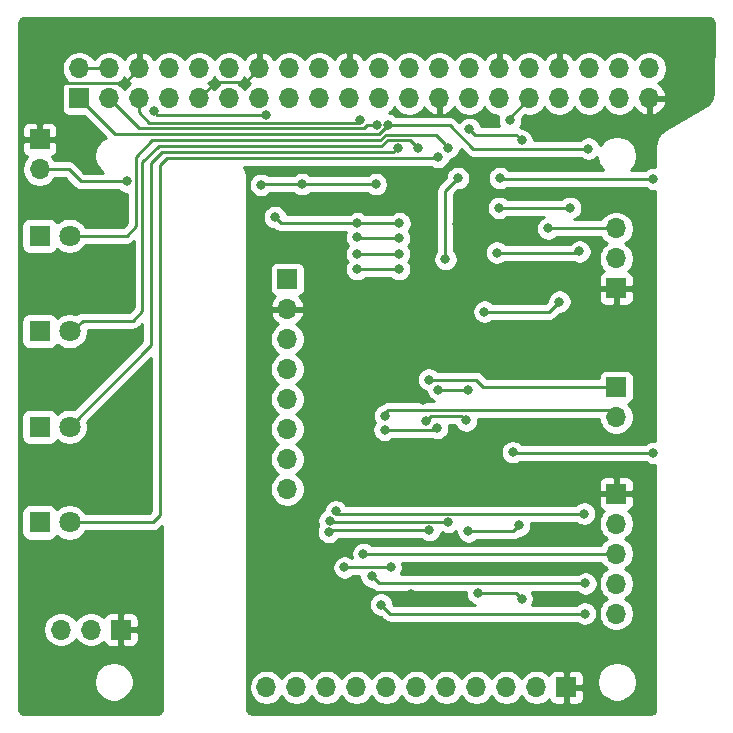
<source format=gbr>
G04 #@! TF.GenerationSoftware,KiCad,Pcbnew,(5.1.10-1-10_14)*
G04 #@! TF.CreationDate,2021-06-08T23:18:15-04:00*
G04 #@! TF.ProjectId,tr109-mainboard,74723130-392d-46d6-9169-6e626f617264,1*
G04 #@! TF.SameCoordinates,Original*
G04 #@! TF.FileFunction,Copper,L2,Bot*
G04 #@! TF.FilePolarity,Positive*
%FSLAX46Y46*%
G04 Gerber Fmt 4.6, Leading zero omitted, Abs format (unit mm)*
G04 Created by KiCad (PCBNEW (5.1.10-1-10_14)) date 2021-06-08 23:18:15*
%MOMM*%
%LPD*%
G01*
G04 APERTURE LIST*
G04 #@! TA.AperFunction,ComponentPad*
%ADD10O,1.700000X1.700000*%
G04 #@! TD*
G04 #@! TA.AperFunction,ComponentPad*
%ADD11R,1.700000X1.700000*%
G04 #@! TD*
G04 #@! TA.AperFunction,ComponentPad*
%ADD12C,1.800000*%
G04 #@! TD*
G04 #@! TA.AperFunction,ComponentPad*
%ADD13R,1.800000X1.800000*%
G04 #@! TD*
G04 #@! TA.AperFunction,ViaPad*
%ADD14C,0.800000*%
G04 #@! TD*
G04 #@! TA.AperFunction,Conductor*
%ADD15C,0.250000*%
G04 #@! TD*
G04 #@! TA.AperFunction,Conductor*
%ADD16C,0.254000*%
G04 #@! TD*
G04 #@! TA.AperFunction,Conductor*
%ADD17C,0.100000*%
G04 #@! TD*
G04 APERTURE END LIST*
D10*
X116034660Y-84579400D03*
D11*
X116034660Y-82039400D03*
D10*
X135250600Y-128439400D03*
X137790600Y-128439400D03*
X140330600Y-128439400D03*
X142870600Y-128439400D03*
X145410600Y-128439400D03*
X147950600Y-128439400D03*
X150490600Y-128439400D03*
X153030600Y-128439400D03*
X155570600Y-128439400D03*
X158110600Y-128439400D03*
D11*
X160650600Y-128439400D03*
D10*
X164850600Y-122199400D03*
X164850600Y-119659400D03*
X164850600Y-117119400D03*
X164850600Y-114579400D03*
D11*
X164850600Y-112039400D03*
D10*
X164850600Y-105562400D03*
D11*
X164850600Y-103022400D03*
D10*
X117850600Y-123549400D03*
X120390600Y-123549400D03*
D11*
X122930600Y-123549400D03*
D10*
X167661760Y-76036860D03*
X167661760Y-78576860D03*
X165121760Y-76036860D03*
X165121760Y-78576860D03*
X162581760Y-76036860D03*
X162581760Y-78576860D03*
X160041760Y-76036860D03*
X160041760Y-78576860D03*
X157501760Y-76036860D03*
X157501760Y-78576860D03*
X154961760Y-76036860D03*
X154961760Y-78576860D03*
X152421760Y-76036860D03*
X152421760Y-78576860D03*
X149881760Y-76036860D03*
X149881760Y-78576860D03*
X147341760Y-76036860D03*
X147341760Y-78576860D03*
X144801760Y-76036860D03*
X144801760Y-78576860D03*
X142261760Y-76036860D03*
X142261760Y-78576860D03*
X139721760Y-76036860D03*
X139721760Y-78576860D03*
X137181760Y-76036860D03*
X137181760Y-78576860D03*
X134641760Y-76036860D03*
X134641760Y-78576860D03*
X132101760Y-76036860D03*
X132101760Y-78576860D03*
X129561760Y-76036860D03*
X129561760Y-78576860D03*
X127021760Y-76036860D03*
X127021760Y-78576860D03*
X124481760Y-76036860D03*
X124481760Y-78576860D03*
X121941760Y-76036860D03*
X121941760Y-78576860D03*
X119401760Y-76036860D03*
D11*
X119401760Y-78576860D03*
D10*
X164850600Y-89585800D03*
X164850600Y-92125800D03*
D11*
X164850600Y-94665800D03*
D12*
X118574660Y-114483260D03*
D13*
X116034660Y-114483260D03*
D12*
X118574660Y-106389126D03*
D13*
X116034660Y-106389126D03*
D12*
X118574660Y-98294993D03*
D13*
X116034660Y-98294993D03*
D12*
X118574660Y-90200860D03*
D13*
X116034660Y-90200860D03*
D10*
X137007600Y-111658400D03*
X137007600Y-109118400D03*
X137007600Y-106578400D03*
X137007600Y-104038400D03*
X137007600Y-101498400D03*
X137007600Y-98958400D03*
X137007600Y-96418400D03*
D11*
X137007600Y-93878400D03*
D14*
X150650600Y-82739400D03*
X148050600Y-82739400D03*
X146350600Y-82739400D03*
X149750600Y-83539400D03*
X120154700Y-119034300D03*
X149950600Y-94239400D03*
X151350600Y-89239400D03*
X147450600Y-120539400D03*
X148200600Y-112089400D03*
X155200600Y-106939400D03*
X151450600Y-83939400D03*
X166850600Y-87239400D03*
X147250600Y-96589400D03*
X148500600Y-104089400D03*
X149050600Y-115139400D03*
X143150600Y-80439400D03*
X140537418Y-115282280D03*
X151450600Y-85339400D03*
X150400600Y-92189400D03*
X168000600Y-85389400D03*
X155000600Y-85339400D03*
X168000600Y-108589400D03*
X156100600Y-108539400D03*
X152150600Y-105839400D03*
X148750600Y-105889400D03*
X150650600Y-114439400D03*
X144598757Y-80806780D03*
X140591831Y-114331424D03*
X145550600Y-80839400D03*
X162500600Y-82839400D03*
X144500600Y-85839400D03*
X138250600Y-85839400D03*
X134800600Y-85889400D03*
X145750600Y-118289400D03*
X141850600Y-118289400D03*
X162210588Y-122199400D03*
X144950600Y-121439402D03*
X146500600Y-89139400D03*
X142950608Y-89139400D03*
X135950600Y-88639400D03*
X135225300Y-79942200D03*
X125700600Y-79664400D03*
X123400600Y-85614400D03*
X154750600Y-91639400D03*
X161750600Y-91539400D03*
X160950600Y-87839400D03*
X154950600Y-87839400D03*
X155850598Y-80439400D03*
X146450600Y-90439400D03*
X162150600Y-113739400D03*
X142920779Y-90339400D03*
X141120779Y-113539400D03*
X146450600Y-91739400D03*
X143450600Y-117139400D03*
X142920779Y-91739400D03*
X146450600Y-93039400D03*
X162250600Y-119639400D03*
X144150602Y-119039398D03*
X142920779Y-93039400D03*
X159100600Y-89589400D03*
X153150600Y-120439400D03*
X156850600Y-120939400D03*
X153700600Y-96639400D03*
X160050600Y-95789400D03*
X145300600Y-105439400D03*
X156650600Y-114739400D03*
X152350600Y-115239400D03*
X156850600Y-82139400D03*
X152421760Y-81168242D03*
X152300600Y-103289400D03*
X145250600Y-106639396D03*
X149700600Y-106466810D03*
X149801937Y-103254407D03*
X149000600Y-102389400D03*
D15*
X150250601Y-82339401D02*
X150650600Y-82739400D01*
X144899140Y-82119213D02*
X145358764Y-81659589D01*
X124180600Y-89420700D02*
X124180600Y-83511210D01*
X145358764Y-81659589D02*
X149570789Y-81659589D01*
X149570789Y-81659589D02*
X150250601Y-82339401D01*
X124180600Y-83511210D02*
X125586310Y-82105500D01*
X142458762Y-82119213D02*
X144899140Y-82119213D01*
X118774660Y-90200860D02*
X123400440Y-90200860D01*
X142445049Y-82105500D02*
X142458762Y-82119213D01*
X123400440Y-90200860D02*
X124180600Y-89420700D01*
X125586310Y-82105500D02*
X142445049Y-82105500D01*
X123953306Y-97394994D02*
X119674659Y-97394994D01*
X124752100Y-96596200D02*
X123953306Y-97394994D01*
X124752100Y-83997800D02*
X124752100Y-96596200D01*
X126123700Y-82626200D02*
X124752100Y-83997800D01*
X119674659Y-97394994D02*
X118774660Y-98294993D01*
X133565900Y-82626200D02*
X126123700Y-82626200D01*
X147373199Y-82061999D02*
X148050600Y-82739400D01*
X145525447Y-82061999D02*
X147373199Y-82061999D01*
X144961246Y-82626200D02*
X145525447Y-82061999D01*
X133565900Y-82626200D02*
X144961246Y-82626200D01*
X125501400Y-99462386D02*
X125501400Y-84061300D01*
X118574660Y-106389126D02*
X125501400Y-99462386D01*
X126423301Y-83139399D02*
X145950601Y-83139399D01*
X125501400Y-84061300D02*
X126423301Y-83139399D01*
X145950601Y-83139399D02*
X146350600Y-82739400D01*
X126263400Y-113830100D02*
X125610240Y-114483260D01*
X126809500Y-83629500D02*
X126263400Y-84175600D01*
X133096000Y-83629500D02*
X126809500Y-83629500D01*
X126263400Y-84175600D02*
X126263400Y-113830100D01*
X125610240Y-114483260D02*
X118574660Y-114483260D01*
X149660500Y-83629500D02*
X149750600Y-83539400D01*
X133096000Y-83629500D02*
X149660500Y-83629500D01*
X124481760Y-76036860D02*
X123264520Y-77254100D01*
X123264520Y-77254100D02*
X117944900Y-77254100D01*
X133514359Y-77164261D02*
X134641760Y-76036860D01*
X130974359Y-77164261D02*
X133514359Y-77164261D01*
X129561760Y-78576860D02*
X130974359Y-77164261D01*
X126771400Y-80619600D02*
X126588000Y-80619600D01*
X126771400Y-80619600D02*
X142970400Y-80619600D01*
X142970400Y-80619600D02*
X143150600Y-80439400D01*
X149050600Y-115139400D02*
X140680298Y-115139400D01*
X140680298Y-115139400D02*
X140537418Y-115282280D01*
X125330800Y-80619600D02*
X126771400Y-80619600D01*
X124481760Y-79770560D02*
X125330800Y-80619600D01*
X124481760Y-78576860D02*
X124481760Y-79770560D01*
X119401760Y-76036860D02*
X121941760Y-76036860D01*
X151450600Y-85339400D02*
X150400600Y-86389400D01*
X150400600Y-86389400D02*
X150400600Y-92189400D01*
X155050600Y-85389400D02*
X155000600Y-85339400D01*
X168000600Y-85389400D02*
X155050600Y-85389400D01*
X156150600Y-108589400D02*
X156100600Y-108539400D01*
X168000600Y-108589400D02*
X156150600Y-108589400D01*
X152150600Y-105839400D02*
X151750601Y-105439401D01*
X151750601Y-105439401D02*
X149200599Y-105439401D01*
X149200599Y-105439401D02*
X148750600Y-105889400D01*
X121941760Y-78576860D02*
X124479800Y-81114900D01*
X124479800Y-81114900D02*
X124993400Y-81114900D01*
X124993400Y-81114900D02*
X124495040Y-81114900D01*
X141077001Y-81116801D02*
X141075100Y-81114900D01*
X143475753Y-81116801D02*
X141077001Y-81116801D01*
X143785774Y-80806780D02*
X143475753Y-81116801D01*
X144598757Y-80806780D02*
X143785774Y-80806780D01*
X124993400Y-81114900D02*
X141075100Y-81114900D01*
X141075100Y-81114900D02*
X141226100Y-81114900D01*
X150650600Y-114439400D02*
X140699807Y-114439400D01*
X140699807Y-114439400D02*
X140591831Y-114331424D01*
X145550600Y-80839400D02*
X150750600Y-80839400D01*
X152750600Y-82839400D02*
X162500600Y-82839400D01*
X150750600Y-80839400D02*
X152750600Y-82839400D01*
X144800600Y-81589400D02*
X145550600Y-80839400D01*
X119401760Y-78576860D02*
X122414300Y-81589400D01*
X122414300Y-81589400D02*
X144800600Y-81589400D01*
X144500600Y-85839400D02*
X138250600Y-85839400D01*
X134850600Y-85839400D02*
X134800600Y-85889400D01*
X138250600Y-85839400D02*
X134850600Y-85839400D01*
X145750600Y-118289400D02*
X141850600Y-118289400D01*
X162210588Y-122199400D02*
X145710598Y-122199400D01*
X145710598Y-122199400D02*
X144950600Y-121439402D01*
X146500600Y-89139400D02*
X142950608Y-89139400D01*
X136450600Y-89139400D02*
X135950600Y-88639400D01*
X142950608Y-89139400D02*
X136450600Y-89139400D01*
X125978400Y-79942200D02*
X125700600Y-79664400D01*
X135225300Y-79942200D02*
X125978400Y-79942200D01*
X118490600Y-84579400D02*
X116034660Y-84579400D01*
X119525600Y-85614400D02*
X118490600Y-84579400D01*
X123400600Y-85614400D02*
X119525600Y-85614400D01*
X161650600Y-91639400D02*
X161750600Y-91539400D01*
X154750600Y-91639400D02*
X161650600Y-91639400D01*
X160950600Y-87839400D02*
X154950600Y-87839400D01*
X155850598Y-80228022D02*
X155850598Y-80439400D01*
X157501760Y-78576860D02*
X155850598Y-80228022D01*
X146450600Y-90439400D02*
X143020779Y-90439400D01*
X143020779Y-90439400D02*
X142920779Y-90339400D01*
X141320779Y-113739400D02*
X141120779Y-113539400D01*
X162150600Y-113739400D02*
X141320779Y-113739400D01*
X143470600Y-117119400D02*
X143450600Y-117139400D01*
X164850600Y-117119400D02*
X143470600Y-117119400D01*
X146450600Y-91739400D02*
X142920779Y-91739400D01*
X162250600Y-119639400D02*
X144750604Y-119639400D01*
X144750604Y-119639400D02*
X144150602Y-119039398D01*
X146450600Y-93039400D02*
X142920779Y-93039400D01*
X164987000Y-89589400D02*
X164990600Y-89585800D01*
X159100600Y-89589400D02*
X164987000Y-89589400D01*
X156350600Y-120439400D02*
X156850600Y-120939400D01*
X153150600Y-120439400D02*
X156350600Y-120439400D01*
X159200600Y-96639400D02*
X160050600Y-95789400D01*
X153700600Y-96639400D02*
X159200600Y-96639400D01*
X145300600Y-105189400D02*
X145300600Y-105439400D01*
X145500599Y-104989401D02*
X145300600Y-105189400D01*
X164277601Y-104989401D02*
X145500599Y-104989401D01*
X164850600Y-105562400D02*
X164277601Y-104989401D01*
X156650600Y-114739400D02*
X156150600Y-115239400D01*
X156150600Y-115239400D02*
X152350600Y-115239400D01*
X152892918Y-81639400D02*
X152421760Y-81168242D01*
X156350600Y-81639400D02*
X152892918Y-81639400D01*
X156850600Y-82139400D02*
X156350600Y-81639400D01*
X145250600Y-106639396D02*
X149528014Y-106639396D01*
X149528014Y-106639396D02*
X149700600Y-106466810D01*
X149836930Y-103289400D02*
X149801937Y-103254407D01*
X152300600Y-103289400D02*
X149836930Y-103289400D01*
X164850600Y-103022400D02*
X153583600Y-103022400D01*
X152950600Y-102389400D02*
X149000600Y-102389400D01*
X153583600Y-103022400D02*
X152950600Y-102389400D01*
D16*
X152186801Y-83350403D02*
X152210599Y-83379401D01*
X152239597Y-83403199D01*
X152326323Y-83474374D01*
X152425662Y-83527472D01*
X152458353Y-83544946D01*
X152601614Y-83588403D01*
X152713267Y-83599400D01*
X152713276Y-83599400D01*
X152750599Y-83603076D01*
X152787922Y-83599400D01*
X161796889Y-83599400D01*
X161840826Y-83643337D01*
X162010344Y-83756605D01*
X162198702Y-83834626D01*
X162398661Y-83874400D01*
X162602539Y-83874400D01*
X162802498Y-83834626D01*
X162990856Y-83756605D01*
X163160374Y-83643337D01*
X163249900Y-83553811D01*
X163249900Y-83604958D01*
X163314654Y-83930496D01*
X163441672Y-84237147D01*
X163626075Y-84513125D01*
X163742350Y-84629400D01*
X155754311Y-84629400D01*
X155660374Y-84535463D01*
X155490856Y-84422195D01*
X155302498Y-84344174D01*
X155102539Y-84304400D01*
X154898661Y-84304400D01*
X154698702Y-84344174D01*
X154510344Y-84422195D01*
X154340826Y-84535463D01*
X154196663Y-84679626D01*
X154083395Y-84849144D01*
X154005374Y-85037502D01*
X153965600Y-85237461D01*
X153965600Y-85441339D01*
X154005374Y-85641298D01*
X154083395Y-85829656D01*
X154196663Y-85999174D01*
X154340826Y-86143337D01*
X154510344Y-86256605D01*
X154698702Y-86334626D01*
X154898661Y-86374400D01*
X155102539Y-86374400D01*
X155302498Y-86334626D01*
X155490856Y-86256605D01*
X155651300Y-86149400D01*
X167296889Y-86149400D01*
X167340826Y-86193337D01*
X167510344Y-86306605D01*
X167698702Y-86384626D01*
X167898661Y-86424400D01*
X168102539Y-86424400D01*
X168181180Y-86408758D01*
X168181233Y-107570053D01*
X168102539Y-107554400D01*
X167898661Y-107554400D01*
X167698702Y-107594174D01*
X167510344Y-107672195D01*
X167340826Y-107785463D01*
X167296889Y-107829400D01*
X156854311Y-107829400D01*
X156760374Y-107735463D01*
X156590856Y-107622195D01*
X156402498Y-107544174D01*
X156202539Y-107504400D01*
X155998661Y-107504400D01*
X155798702Y-107544174D01*
X155610344Y-107622195D01*
X155440826Y-107735463D01*
X155296663Y-107879626D01*
X155183395Y-108049144D01*
X155105374Y-108237502D01*
X155065600Y-108437461D01*
X155065600Y-108641339D01*
X155105374Y-108841298D01*
X155183395Y-109029656D01*
X155296663Y-109199174D01*
X155440826Y-109343337D01*
X155610344Y-109456605D01*
X155798702Y-109534626D01*
X155998661Y-109574400D01*
X156202539Y-109574400D01*
X156402498Y-109534626D01*
X156590856Y-109456605D01*
X156751300Y-109349400D01*
X167296889Y-109349400D01*
X167340826Y-109393337D01*
X167510344Y-109506605D01*
X167698702Y-109584626D01*
X167898661Y-109624400D01*
X168102539Y-109624400D01*
X168181238Y-109608746D01*
X168181291Y-130339993D01*
X168123354Y-130556260D01*
X168035852Y-130643762D01*
X167819531Y-130701730D01*
X133982529Y-130701730D01*
X133766267Y-130643771D01*
X133678730Y-130556234D01*
X133620770Y-130339962D01*
X133620770Y-128293140D01*
X133765600Y-128293140D01*
X133765600Y-128585660D01*
X133822668Y-128872558D01*
X133934610Y-129142811D01*
X134097125Y-129386032D01*
X134303968Y-129592875D01*
X134547189Y-129755390D01*
X134817442Y-129867332D01*
X135104340Y-129924400D01*
X135396860Y-129924400D01*
X135683758Y-129867332D01*
X135954011Y-129755390D01*
X136197232Y-129592875D01*
X136404075Y-129386032D01*
X136520600Y-129211640D01*
X136637125Y-129386032D01*
X136843968Y-129592875D01*
X137087189Y-129755390D01*
X137357442Y-129867332D01*
X137644340Y-129924400D01*
X137936860Y-129924400D01*
X138223758Y-129867332D01*
X138494011Y-129755390D01*
X138737232Y-129592875D01*
X138944075Y-129386032D01*
X139060600Y-129211640D01*
X139177125Y-129386032D01*
X139383968Y-129592875D01*
X139627189Y-129755390D01*
X139897442Y-129867332D01*
X140184340Y-129924400D01*
X140476860Y-129924400D01*
X140763758Y-129867332D01*
X141034011Y-129755390D01*
X141277232Y-129592875D01*
X141484075Y-129386032D01*
X141600600Y-129211640D01*
X141717125Y-129386032D01*
X141923968Y-129592875D01*
X142167189Y-129755390D01*
X142437442Y-129867332D01*
X142724340Y-129924400D01*
X143016860Y-129924400D01*
X143303758Y-129867332D01*
X143574011Y-129755390D01*
X143817232Y-129592875D01*
X144024075Y-129386032D01*
X144140600Y-129211640D01*
X144257125Y-129386032D01*
X144463968Y-129592875D01*
X144707189Y-129755390D01*
X144977442Y-129867332D01*
X145264340Y-129924400D01*
X145556860Y-129924400D01*
X145843758Y-129867332D01*
X146114011Y-129755390D01*
X146357232Y-129592875D01*
X146564075Y-129386032D01*
X146680600Y-129211640D01*
X146797125Y-129386032D01*
X147003968Y-129592875D01*
X147247189Y-129755390D01*
X147517442Y-129867332D01*
X147804340Y-129924400D01*
X148096860Y-129924400D01*
X148383758Y-129867332D01*
X148654011Y-129755390D01*
X148897232Y-129592875D01*
X149104075Y-129386032D01*
X149220600Y-129211640D01*
X149337125Y-129386032D01*
X149543968Y-129592875D01*
X149787189Y-129755390D01*
X150057442Y-129867332D01*
X150344340Y-129924400D01*
X150636860Y-129924400D01*
X150923758Y-129867332D01*
X151194011Y-129755390D01*
X151437232Y-129592875D01*
X151644075Y-129386032D01*
X151760600Y-129211640D01*
X151877125Y-129386032D01*
X152083968Y-129592875D01*
X152327189Y-129755390D01*
X152597442Y-129867332D01*
X152884340Y-129924400D01*
X153176860Y-129924400D01*
X153463758Y-129867332D01*
X153734011Y-129755390D01*
X153977232Y-129592875D01*
X154184075Y-129386032D01*
X154300600Y-129211640D01*
X154417125Y-129386032D01*
X154623968Y-129592875D01*
X154867189Y-129755390D01*
X155137442Y-129867332D01*
X155424340Y-129924400D01*
X155716860Y-129924400D01*
X156003758Y-129867332D01*
X156274011Y-129755390D01*
X156517232Y-129592875D01*
X156724075Y-129386032D01*
X156840600Y-129211640D01*
X156957125Y-129386032D01*
X157163968Y-129592875D01*
X157407189Y-129755390D01*
X157677442Y-129867332D01*
X157964340Y-129924400D01*
X158256860Y-129924400D01*
X158543758Y-129867332D01*
X158814011Y-129755390D01*
X159057232Y-129592875D01*
X159189087Y-129461020D01*
X159211098Y-129533580D01*
X159270063Y-129643894D01*
X159349415Y-129740585D01*
X159446106Y-129819937D01*
X159556420Y-129878902D01*
X159676118Y-129915212D01*
X159800600Y-129927472D01*
X160364850Y-129924400D01*
X160523600Y-129765650D01*
X160523600Y-128566400D01*
X160777600Y-128566400D01*
X160777600Y-129765650D01*
X160936350Y-129924400D01*
X161500600Y-129927472D01*
X161625082Y-129915212D01*
X161744780Y-129878902D01*
X161855094Y-129819937D01*
X161951785Y-129740585D01*
X162031137Y-129643894D01*
X162090102Y-129533580D01*
X162126412Y-129413882D01*
X162138672Y-129289400D01*
X162135600Y-128725150D01*
X161976850Y-128566400D01*
X160777600Y-128566400D01*
X160523600Y-128566400D01*
X160503600Y-128566400D01*
X160503600Y-128312400D01*
X160523600Y-128312400D01*
X160523600Y-127113150D01*
X160777600Y-127113150D01*
X160777600Y-128312400D01*
X161976850Y-128312400D01*
X162135600Y-128153650D01*
X162137460Y-127811942D01*
X163237200Y-127811942D01*
X163237200Y-128143858D01*
X163301954Y-128469396D01*
X163428972Y-128776047D01*
X163613375Y-129052025D01*
X163848075Y-129286725D01*
X164124053Y-129471128D01*
X164430704Y-129598146D01*
X164756242Y-129662900D01*
X165088158Y-129662900D01*
X165413696Y-129598146D01*
X165720347Y-129471128D01*
X165996325Y-129286725D01*
X166231025Y-129052025D01*
X166415428Y-128776047D01*
X166542446Y-128469396D01*
X166607200Y-128143858D01*
X166607200Y-127811942D01*
X166542446Y-127486404D01*
X166415428Y-127179753D01*
X166231025Y-126903775D01*
X165996325Y-126669075D01*
X165720347Y-126484672D01*
X165413696Y-126357654D01*
X165088158Y-126292900D01*
X164756242Y-126292900D01*
X164430704Y-126357654D01*
X164124053Y-126484672D01*
X163848075Y-126669075D01*
X163613375Y-126903775D01*
X163428972Y-127179753D01*
X163301954Y-127486404D01*
X163237200Y-127811942D01*
X162137460Y-127811942D01*
X162138672Y-127589400D01*
X162126412Y-127464918D01*
X162090102Y-127345220D01*
X162031137Y-127234906D01*
X161951785Y-127138215D01*
X161855094Y-127058863D01*
X161744780Y-126999898D01*
X161625082Y-126963588D01*
X161500600Y-126951328D01*
X160936350Y-126954400D01*
X160777600Y-127113150D01*
X160523600Y-127113150D01*
X160364850Y-126954400D01*
X159800600Y-126951328D01*
X159676118Y-126963588D01*
X159556420Y-126999898D01*
X159446106Y-127058863D01*
X159349415Y-127138215D01*
X159270063Y-127234906D01*
X159211098Y-127345220D01*
X159189087Y-127417780D01*
X159057232Y-127285925D01*
X158814011Y-127123410D01*
X158543758Y-127011468D01*
X158256860Y-126954400D01*
X157964340Y-126954400D01*
X157677442Y-127011468D01*
X157407189Y-127123410D01*
X157163968Y-127285925D01*
X156957125Y-127492768D01*
X156840600Y-127667160D01*
X156724075Y-127492768D01*
X156517232Y-127285925D01*
X156274011Y-127123410D01*
X156003758Y-127011468D01*
X155716860Y-126954400D01*
X155424340Y-126954400D01*
X155137442Y-127011468D01*
X154867189Y-127123410D01*
X154623968Y-127285925D01*
X154417125Y-127492768D01*
X154300600Y-127667160D01*
X154184075Y-127492768D01*
X153977232Y-127285925D01*
X153734011Y-127123410D01*
X153463758Y-127011468D01*
X153176860Y-126954400D01*
X152884340Y-126954400D01*
X152597442Y-127011468D01*
X152327189Y-127123410D01*
X152083968Y-127285925D01*
X151877125Y-127492768D01*
X151760600Y-127667160D01*
X151644075Y-127492768D01*
X151437232Y-127285925D01*
X151194011Y-127123410D01*
X150923758Y-127011468D01*
X150636860Y-126954400D01*
X150344340Y-126954400D01*
X150057442Y-127011468D01*
X149787189Y-127123410D01*
X149543968Y-127285925D01*
X149337125Y-127492768D01*
X149220600Y-127667160D01*
X149104075Y-127492768D01*
X148897232Y-127285925D01*
X148654011Y-127123410D01*
X148383758Y-127011468D01*
X148096860Y-126954400D01*
X147804340Y-126954400D01*
X147517442Y-127011468D01*
X147247189Y-127123410D01*
X147003968Y-127285925D01*
X146797125Y-127492768D01*
X146680600Y-127667160D01*
X146564075Y-127492768D01*
X146357232Y-127285925D01*
X146114011Y-127123410D01*
X145843758Y-127011468D01*
X145556860Y-126954400D01*
X145264340Y-126954400D01*
X144977442Y-127011468D01*
X144707189Y-127123410D01*
X144463968Y-127285925D01*
X144257125Y-127492768D01*
X144140600Y-127667160D01*
X144024075Y-127492768D01*
X143817232Y-127285925D01*
X143574011Y-127123410D01*
X143303758Y-127011468D01*
X143016860Y-126954400D01*
X142724340Y-126954400D01*
X142437442Y-127011468D01*
X142167189Y-127123410D01*
X141923968Y-127285925D01*
X141717125Y-127492768D01*
X141600600Y-127667160D01*
X141484075Y-127492768D01*
X141277232Y-127285925D01*
X141034011Y-127123410D01*
X140763758Y-127011468D01*
X140476860Y-126954400D01*
X140184340Y-126954400D01*
X139897442Y-127011468D01*
X139627189Y-127123410D01*
X139383968Y-127285925D01*
X139177125Y-127492768D01*
X139060600Y-127667160D01*
X138944075Y-127492768D01*
X138737232Y-127285925D01*
X138494011Y-127123410D01*
X138223758Y-127011468D01*
X137936860Y-126954400D01*
X137644340Y-126954400D01*
X137357442Y-127011468D01*
X137087189Y-127123410D01*
X136843968Y-127285925D01*
X136637125Y-127492768D01*
X136520600Y-127667160D01*
X136404075Y-127492768D01*
X136197232Y-127285925D01*
X135954011Y-127123410D01*
X135683758Y-127011468D01*
X135396860Y-126954400D01*
X135104340Y-126954400D01*
X134817442Y-127011468D01*
X134547189Y-127123410D01*
X134303968Y-127285925D01*
X134097125Y-127492768D01*
X133934610Y-127735989D01*
X133822668Y-128006242D01*
X133765600Y-128293140D01*
X133620770Y-128293140D01*
X133620770Y-118187461D01*
X140815600Y-118187461D01*
X140815600Y-118391339D01*
X140855374Y-118591298D01*
X140933395Y-118779656D01*
X141046663Y-118949174D01*
X141190826Y-119093337D01*
X141360344Y-119206605D01*
X141548702Y-119284626D01*
X141748661Y-119324400D01*
X141952539Y-119324400D01*
X142152498Y-119284626D01*
X142340856Y-119206605D01*
X142510374Y-119093337D01*
X142554311Y-119049400D01*
X143115602Y-119049400D01*
X143115602Y-119141337D01*
X143155376Y-119341296D01*
X143233397Y-119529654D01*
X143346665Y-119699172D01*
X143490828Y-119843335D01*
X143660346Y-119956603D01*
X143848704Y-120034624D01*
X144048663Y-120074398D01*
X144110800Y-120074398D01*
X144186804Y-120150402D01*
X144210603Y-120179401D01*
X144239601Y-120203199D01*
X144326327Y-120274374D01*
X144444354Y-120337461D01*
X144458357Y-120344946D01*
X144601618Y-120388403D01*
X144713271Y-120399400D01*
X144713281Y-120399400D01*
X144750604Y-120403076D01*
X144787927Y-120399400D01*
X152115600Y-120399400D01*
X152115600Y-120541339D01*
X152155374Y-120741298D01*
X152233395Y-120929656D01*
X152346663Y-121099174D01*
X152490826Y-121243337D01*
X152660344Y-121356605D01*
X152848702Y-121434626D01*
X152872703Y-121439400D01*
X146025400Y-121439400D01*
X145985600Y-121399600D01*
X145985600Y-121337463D01*
X145945826Y-121137504D01*
X145867805Y-120949146D01*
X145754537Y-120779628D01*
X145610374Y-120635465D01*
X145440856Y-120522197D01*
X145252498Y-120444176D01*
X145052539Y-120404402D01*
X144848661Y-120404402D01*
X144648702Y-120444176D01*
X144460344Y-120522197D01*
X144290826Y-120635465D01*
X144146663Y-120779628D01*
X144033395Y-120949146D01*
X143955374Y-121137504D01*
X143915600Y-121337463D01*
X143915600Y-121541341D01*
X143955374Y-121741300D01*
X144033395Y-121929658D01*
X144146663Y-122099176D01*
X144290826Y-122243339D01*
X144460344Y-122356607D01*
X144648702Y-122434628D01*
X144848661Y-122474402D01*
X144910798Y-122474402D01*
X145146803Y-122710408D01*
X145170597Y-122739401D01*
X145199590Y-122763195D01*
X145199594Y-122763199D01*
X145270283Y-122821211D01*
X145286322Y-122834374D01*
X145418351Y-122904946D01*
X145561612Y-122948403D01*
X145673265Y-122959400D01*
X145673274Y-122959400D01*
X145710597Y-122963076D01*
X145747920Y-122959400D01*
X161506877Y-122959400D01*
X161550814Y-123003337D01*
X161720332Y-123116605D01*
X161908690Y-123194626D01*
X162108649Y-123234400D01*
X162312527Y-123234400D01*
X162512486Y-123194626D01*
X162700844Y-123116605D01*
X162870362Y-123003337D01*
X163014525Y-122859174D01*
X163127793Y-122689656D01*
X163205814Y-122501298D01*
X163245588Y-122301339D01*
X163245588Y-122097461D01*
X163205814Y-121897502D01*
X163127793Y-121709144D01*
X163014525Y-121539626D01*
X162870362Y-121395463D01*
X162700844Y-121282195D01*
X162512486Y-121204174D01*
X162312527Y-121164400D01*
X162108649Y-121164400D01*
X161908690Y-121204174D01*
X161720332Y-121282195D01*
X161550814Y-121395463D01*
X161506877Y-121439400D01*
X157761294Y-121439400D01*
X157767805Y-121429656D01*
X157845826Y-121241298D01*
X157885600Y-121041339D01*
X157885600Y-120837461D01*
X157845826Y-120637502D01*
X157767805Y-120449144D01*
X157734567Y-120399400D01*
X161546889Y-120399400D01*
X161590826Y-120443337D01*
X161760344Y-120556605D01*
X161948702Y-120634626D01*
X162148661Y-120674400D01*
X162352539Y-120674400D01*
X162552498Y-120634626D01*
X162740856Y-120556605D01*
X162910374Y-120443337D01*
X163054537Y-120299174D01*
X163167805Y-120129656D01*
X163245826Y-119941298D01*
X163285600Y-119741339D01*
X163285600Y-119537461D01*
X163245826Y-119337502D01*
X163167805Y-119149144D01*
X163054537Y-118979626D01*
X162910374Y-118835463D01*
X162740856Y-118722195D01*
X162552498Y-118644174D01*
X162352539Y-118604400D01*
X162148661Y-118604400D01*
X161948702Y-118644174D01*
X161760344Y-118722195D01*
X161590826Y-118835463D01*
X161546889Y-118879400D01*
X146601158Y-118879400D01*
X146667805Y-118779656D01*
X146745826Y-118591298D01*
X146785600Y-118391339D01*
X146785600Y-118187461D01*
X146745826Y-117987502D01*
X146701048Y-117879400D01*
X163572422Y-117879400D01*
X163697125Y-118066032D01*
X163903968Y-118272875D01*
X164078360Y-118389400D01*
X163903968Y-118505925D01*
X163697125Y-118712768D01*
X163534610Y-118955989D01*
X163422668Y-119226242D01*
X163365600Y-119513140D01*
X163365600Y-119805660D01*
X163422668Y-120092558D01*
X163534610Y-120362811D01*
X163697125Y-120606032D01*
X163903968Y-120812875D01*
X164078360Y-120929400D01*
X163903968Y-121045925D01*
X163697125Y-121252768D01*
X163534610Y-121495989D01*
X163422668Y-121766242D01*
X163365600Y-122053140D01*
X163365600Y-122345660D01*
X163422668Y-122632558D01*
X163534610Y-122902811D01*
X163697125Y-123146032D01*
X163903968Y-123352875D01*
X164147189Y-123515390D01*
X164417442Y-123627332D01*
X164704340Y-123684400D01*
X164996860Y-123684400D01*
X165283758Y-123627332D01*
X165554011Y-123515390D01*
X165797232Y-123352875D01*
X166004075Y-123146032D01*
X166166590Y-122902811D01*
X166278532Y-122632558D01*
X166335600Y-122345660D01*
X166335600Y-122053140D01*
X166278532Y-121766242D01*
X166166590Y-121495989D01*
X166004075Y-121252768D01*
X165797232Y-121045925D01*
X165622840Y-120929400D01*
X165797232Y-120812875D01*
X166004075Y-120606032D01*
X166166590Y-120362811D01*
X166278532Y-120092558D01*
X166335600Y-119805660D01*
X166335600Y-119513140D01*
X166278532Y-119226242D01*
X166166590Y-118955989D01*
X166004075Y-118712768D01*
X165797232Y-118505925D01*
X165622840Y-118389400D01*
X165797232Y-118272875D01*
X166004075Y-118066032D01*
X166166590Y-117822811D01*
X166278532Y-117552558D01*
X166335600Y-117265660D01*
X166335600Y-116973140D01*
X166278532Y-116686242D01*
X166166590Y-116415989D01*
X166004075Y-116172768D01*
X165797232Y-115965925D01*
X165622840Y-115849400D01*
X165797232Y-115732875D01*
X166004075Y-115526032D01*
X166166590Y-115282811D01*
X166278532Y-115012558D01*
X166335600Y-114725660D01*
X166335600Y-114433140D01*
X166278532Y-114146242D01*
X166166590Y-113875989D01*
X166004075Y-113632768D01*
X165872220Y-113500913D01*
X165944780Y-113478902D01*
X166055094Y-113419937D01*
X166151785Y-113340585D01*
X166231137Y-113243894D01*
X166290102Y-113133580D01*
X166326412Y-113013882D01*
X166338672Y-112889400D01*
X166335600Y-112325150D01*
X166176850Y-112166400D01*
X164977600Y-112166400D01*
X164977600Y-112186400D01*
X164723600Y-112186400D01*
X164723600Y-112166400D01*
X163524350Y-112166400D01*
X163365600Y-112325150D01*
X163362528Y-112889400D01*
X163374788Y-113013882D01*
X163411098Y-113133580D01*
X163470063Y-113243894D01*
X163549415Y-113340585D01*
X163646106Y-113419937D01*
X163756420Y-113478902D01*
X163828980Y-113500913D01*
X163697125Y-113632768D01*
X163534610Y-113875989D01*
X163422668Y-114146242D01*
X163365600Y-114433140D01*
X163365600Y-114725660D01*
X163422668Y-115012558D01*
X163534610Y-115282811D01*
X163697125Y-115526032D01*
X163903968Y-115732875D01*
X164078360Y-115849400D01*
X163903968Y-115965925D01*
X163697125Y-116172768D01*
X163572422Y-116359400D01*
X144134311Y-116359400D01*
X144110374Y-116335463D01*
X143940856Y-116222195D01*
X143752498Y-116144174D01*
X143552539Y-116104400D01*
X143348661Y-116104400D01*
X143148702Y-116144174D01*
X142960344Y-116222195D01*
X142790826Y-116335463D01*
X142646663Y-116479626D01*
X142533395Y-116649144D01*
X142455374Y-116837502D01*
X142415600Y-117037461D01*
X142415600Y-117241339D01*
X142455374Y-117441298D01*
X142459621Y-117451551D01*
X142340856Y-117372195D01*
X142152498Y-117294174D01*
X141952539Y-117254400D01*
X141748661Y-117254400D01*
X141548702Y-117294174D01*
X141360344Y-117372195D01*
X141190826Y-117485463D01*
X141046663Y-117629626D01*
X140933395Y-117799144D01*
X140855374Y-117987502D01*
X140815600Y-118187461D01*
X133620770Y-118187461D01*
X133620770Y-115180341D01*
X139502418Y-115180341D01*
X139502418Y-115384219D01*
X139542192Y-115584178D01*
X139620213Y-115772536D01*
X139733481Y-115942054D01*
X139877644Y-116086217D01*
X140047162Y-116199485D01*
X140235520Y-116277506D01*
X140435479Y-116317280D01*
X140639357Y-116317280D01*
X140839316Y-116277506D01*
X141027674Y-116199485D01*
X141197192Y-116086217D01*
X141341355Y-115942054D01*
X141369855Y-115899400D01*
X148346889Y-115899400D01*
X148390826Y-115943337D01*
X148560344Y-116056605D01*
X148748702Y-116134626D01*
X148948661Y-116174400D01*
X149152539Y-116174400D01*
X149352498Y-116134626D01*
X149540856Y-116056605D01*
X149710374Y-115943337D01*
X149854537Y-115799174D01*
X149967805Y-115629656D01*
X150045826Y-115441298D01*
X150074131Y-115298999D01*
X150160344Y-115356605D01*
X150348702Y-115434626D01*
X150548661Y-115474400D01*
X150752539Y-115474400D01*
X150952498Y-115434626D01*
X151140856Y-115356605D01*
X151310374Y-115243337D01*
X151315600Y-115238111D01*
X151315600Y-115341339D01*
X151355374Y-115541298D01*
X151433395Y-115729656D01*
X151546663Y-115899174D01*
X151690826Y-116043337D01*
X151860344Y-116156605D01*
X152048702Y-116234626D01*
X152248661Y-116274400D01*
X152452539Y-116274400D01*
X152652498Y-116234626D01*
X152840856Y-116156605D01*
X153010374Y-116043337D01*
X153054311Y-115999400D01*
X156113278Y-115999400D01*
X156150600Y-116003076D01*
X156187922Y-115999400D01*
X156187933Y-115999400D01*
X156299586Y-115988403D01*
X156442847Y-115944946D01*
X156574876Y-115874374D01*
X156690601Y-115779401D01*
X156694705Y-115774400D01*
X156752539Y-115774400D01*
X156952498Y-115734626D01*
X157140856Y-115656605D01*
X157310374Y-115543337D01*
X157454537Y-115399174D01*
X157567805Y-115229656D01*
X157645826Y-115041298D01*
X157685600Y-114841339D01*
X157685600Y-114637461D01*
X157658138Y-114499400D01*
X161446889Y-114499400D01*
X161490826Y-114543337D01*
X161660344Y-114656605D01*
X161848702Y-114734626D01*
X162048661Y-114774400D01*
X162252539Y-114774400D01*
X162452498Y-114734626D01*
X162640856Y-114656605D01*
X162810374Y-114543337D01*
X162954537Y-114399174D01*
X163067805Y-114229656D01*
X163145826Y-114041298D01*
X163185600Y-113841339D01*
X163185600Y-113637461D01*
X163145826Y-113437502D01*
X163067805Y-113249144D01*
X162954537Y-113079626D01*
X162810374Y-112935463D01*
X162640856Y-112822195D01*
X162452498Y-112744174D01*
X162252539Y-112704400D01*
X162048661Y-112704400D01*
X161848702Y-112744174D01*
X161660344Y-112822195D01*
X161490826Y-112935463D01*
X161446889Y-112979400D01*
X141991383Y-112979400D01*
X141924716Y-112879626D01*
X141780553Y-112735463D01*
X141611035Y-112622195D01*
X141422677Y-112544174D01*
X141222718Y-112504400D01*
X141018840Y-112504400D01*
X140818881Y-112544174D01*
X140630523Y-112622195D01*
X140461005Y-112735463D01*
X140316842Y-112879626D01*
X140203574Y-113049144D01*
X140125553Y-113237502D01*
X140088690Y-113422829D01*
X139932057Y-113527487D01*
X139787894Y-113671650D01*
X139674626Y-113841168D01*
X139596605Y-114029526D01*
X139556831Y-114229485D01*
X139556831Y-114433363D01*
X139596605Y-114633322D01*
X139646220Y-114753102D01*
X139620213Y-114792024D01*
X139542192Y-114980382D01*
X139502418Y-115180341D01*
X133620770Y-115180341D01*
X133620770Y-98812140D01*
X135522600Y-98812140D01*
X135522600Y-99104660D01*
X135579668Y-99391558D01*
X135691610Y-99661811D01*
X135854125Y-99905032D01*
X136060968Y-100111875D01*
X136235360Y-100228400D01*
X136060968Y-100344925D01*
X135854125Y-100551768D01*
X135691610Y-100794989D01*
X135579668Y-101065242D01*
X135522600Y-101352140D01*
X135522600Y-101644660D01*
X135579668Y-101931558D01*
X135691610Y-102201811D01*
X135854125Y-102445032D01*
X136060968Y-102651875D01*
X136235360Y-102768400D01*
X136060968Y-102884925D01*
X135854125Y-103091768D01*
X135691610Y-103334989D01*
X135579668Y-103605242D01*
X135522600Y-103892140D01*
X135522600Y-104184660D01*
X135579668Y-104471558D01*
X135691610Y-104741811D01*
X135854125Y-104985032D01*
X136060968Y-105191875D01*
X136235360Y-105308400D01*
X136060968Y-105424925D01*
X135854125Y-105631768D01*
X135691610Y-105874989D01*
X135579668Y-106145242D01*
X135522600Y-106432140D01*
X135522600Y-106724660D01*
X135579668Y-107011558D01*
X135691610Y-107281811D01*
X135854125Y-107525032D01*
X136060968Y-107731875D01*
X136235360Y-107848400D01*
X136060968Y-107964925D01*
X135854125Y-108171768D01*
X135691610Y-108414989D01*
X135579668Y-108685242D01*
X135522600Y-108972140D01*
X135522600Y-109264660D01*
X135579668Y-109551558D01*
X135691610Y-109821811D01*
X135854125Y-110065032D01*
X136060968Y-110271875D01*
X136235360Y-110388400D01*
X136060968Y-110504925D01*
X135854125Y-110711768D01*
X135691610Y-110954989D01*
X135579668Y-111225242D01*
X135522600Y-111512140D01*
X135522600Y-111804660D01*
X135579668Y-112091558D01*
X135691610Y-112361811D01*
X135854125Y-112605032D01*
X136060968Y-112811875D01*
X136304189Y-112974390D01*
X136574442Y-113086332D01*
X136861340Y-113143400D01*
X137153860Y-113143400D01*
X137440758Y-113086332D01*
X137711011Y-112974390D01*
X137954232Y-112811875D01*
X138161075Y-112605032D01*
X138323590Y-112361811D01*
X138435532Y-112091558D01*
X138492600Y-111804660D01*
X138492600Y-111512140D01*
X138435532Y-111225242D01*
X138420686Y-111189400D01*
X163362528Y-111189400D01*
X163365600Y-111753650D01*
X163524350Y-111912400D01*
X164723600Y-111912400D01*
X164723600Y-110713150D01*
X164977600Y-110713150D01*
X164977600Y-111912400D01*
X166176850Y-111912400D01*
X166335600Y-111753650D01*
X166338672Y-111189400D01*
X166326412Y-111064918D01*
X166290102Y-110945220D01*
X166231137Y-110834906D01*
X166151785Y-110738215D01*
X166055094Y-110658863D01*
X165944780Y-110599898D01*
X165825082Y-110563588D01*
X165700600Y-110551328D01*
X165136350Y-110554400D01*
X164977600Y-110713150D01*
X164723600Y-110713150D01*
X164564850Y-110554400D01*
X164000600Y-110551328D01*
X163876118Y-110563588D01*
X163756420Y-110599898D01*
X163646106Y-110658863D01*
X163549415Y-110738215D01*
X163470063Y-110834906D01*
X163411098Y-110945220D01*
X163374788Y-111064918D01*
X163362528Y-111189400D01*
X138420686Y-111189400D01*
X138323590Y-110954989D01*
X138161075Y-110711768D01*
X137954232Y-110504925D01*
X137779840Y-110388400D01*
X137954232Y-110271875D01*
X138161075Y-110065032D01*
X138323590Y-109821811D01*
X138435532Y-109551558D01*
X138492600Y-109264660D01*
X138492600Y-108972140D01*
X138435532Y-108685242D01*
X138323590Y-108414989D01*
X138161075Y-108171768D01*
X137954232Y-107964925D01*
X137779840Y-107848400D01*
X137954232Y-107731875D01*
X138161075Y-107525032D01*
X138323590Y-107281811D01*
X138435532Y-107011558D01*
X138492600Y-106724660D01*
X138492600Y-106537457D01*
X144215600Y-106537457D01*
X144215600Y-106741335D01*
X144255374Y-106941294D01*
X144333395Y-107129652D01*
X144446663Y-107299170D01*
X144590826Y-107443333D01*
X144760344Y-107556601D01*
X144948702Y-107634622D01*
X145148661Y-107674396D01*
X145352539Y-107674396D01*
X145552498Y-107634622D01*
X145740856Y-107556601D01*
X145910374Y-107443333D01*
X145954311Y-107399396D01*
X149247477Y-107399396D01*
X149398702Y-107462036D01*
X149598661Y-107501810D01*
X149802539Y-107501810D01*
X150002498Y-107462036D01*
X150190856Y-107384015D01*
X150360374Y-107270747D01*
X150504537Y-107126584D01*
X150617805Y-106957066D01*
X150695826Y-106768708D01*
X150735600Y-106568749D01*
X150735600Y-106364871D01*
X150702686Y-106199401D01*
X151179441Y-106199401D01*
X151233395Y-106329656D01*
X151346663Y-106499174D01*
X151490826Y-106643337D01*
X151660344Y-106756605D01*
X151848702Y-106834626D01*
X152048661Y-106874400D01*
X152252539Y-106874400D01*
X152452498Y-106834626D01*
X152640856Y-106756605D01*
X152810374Y-106643337D01*
X152954537Y-106499174D01*
X153067805Y-106329656D01*
X153145826Y-106141298D01*
X153185600Y-105941339D01*
X153185600Y-105749401D01*
X163373704Y-105749401D01*
X163422668Y-105995558D01*
X163534610Y-106265811D01*
X163697125Y-106509032D01*
X163903968Y-106715875D01*
X164147189Y-106878390D01*
X164417442Y-106990332D01*
X164704340Y-107047400D01*
X164996860Y-107047400D01*
X165283758Y-106990332D01*
X165554011Y-106878390D01*
X165797232Y-106715875D01*
X166004075Y-106509032D01*
X166166590Y-106265811D01*
X166278532Y-105995558D01*
X166335600Y-105708660D01*
X166335600Y-105416140D01*
X166278532Y-105129242D01*
X166166590Y-104858989D01*
X166004075Y-104615768D01*
X165872220Y-104483913D01*
X165944780Y-104461902D01*
X166055094Y-104402937D01*
X166151785Y-104323585D01*
X166231137Y-104226894D01*
X166290102Y-104116580D01*
X166326412Y-103996882D01*
X166338672Y-103872400D01*
X166338672Y-102172400D01*
X166326412Y-102047918D01*
X166290102Y-101928220D01*
X166231137Y-101817906D01*
X166151785Y-101721215D01*
X166055094Y-101641863D01*
X165944780Y-101582898D01*
X165825082Y-101546588D01*
X165700600Y-101534328D01*
X164000600Y-101534328D01*
X163876118Y-101546588D01*
X163756420Y-101582898D01*
X163646106Y-101641863D01*
X163549415Y-101721215D01*
X163470063Y-101817906D01*
X163411098Y-101928220D01*
X163374788Y-102047918D01*
X163362528Y-102172400D01*
X163362528Y-102262400D01*
X153898402Y-102262400D01*
X153514403Y-101878402D01*
X153490601Y-101849399D01*
X153374876Y-101754426D01*
X153242847Y-101683854D01*
X153099586Y-101640397D01*
X152987933Y-101629400D01*
X152987922Y-101629400D01*
X152950600Y-101625724D01*
X152913278Y-101629400D01*
X149704311Y-101629400D01*
X149660374Y-101585463D01*
X149490856Y-101472195D01*
X149302498Y-101394174D01*
X149102539Y-101354400D01*
X148898661Y-101354400D01*
X148698702Y-101394174D01*
X148510344Y-101472195D01*
X148340826Y-101585463D01*
X148196663Y-101729626D01*
X148083395Y-101899144D01*
X148005374Y-102087502D01*
X147965600Y-102287461D01*
X147965600Y-102491339D01*
X148005374Y-102691298D01*
X148083395Y-102879656D01*
X148196663Y-103049174D01*
X148340826Y-103193337D01*
X148510344Y-103306605D01*
X148698702Y-103384626D01*
X148775605Y-103399923D01*
X148806711Y-103556305D01*
X148884732Y-103744663D01*
X148998000Y-103914181D01*
X149142163Y-104058344D01*
X149311681Y-104171612D01*
X149451195Y-104229401D01*
X145537921Y-104229401D01*
X145500598Y-104225725D01*
X145463275Y-104229401D01*
X145463266Y-104229401D01*
X145351613Y-104240398D01*
X145208352Y-104283855D01*
X145076323Y-104354427D01*
X144960598Y-104449400D01*
X144947472Y-104465394D01*
X144810344Y-104522195D01*
X144640826Y-104635463D01*
X144496663Y-104779626D01*
X144383395Y-104949144D01*
X144305374Y-105137502D01*
X144265600Y-105337461D01*
X144265600Y-105541339D01*
X144305374Y-105741298D01*
X144383395Y-105929656D01*
X144431722Y-106001983D01*
X144333395Y-106149140D01*
X144255374Y-106337498D01*
X144215600Y-106537457D01*
X138492600Y-106537457D01*
X138492600Y-106432140D01*
X138435532Y-106145242D01*
X138323590Y-105874989D01*
X138161075Y-105631768D01*
X137954232Y-105424925D01*
X137779840Y-105308400D01*
X137954232Y-105191875D01*
X138161075Y-104985032D01*
X138323590Y-104741811D01*
X138435532Y-104471558D01*
X138492600Y-104184660D01*
X138492600Y-103892140D01*
X138435532Y-103605242D01*
X138323590Y-103334989D01*
X138161075Y-103091768D01*
X137954232Y-102884925D01*
X137779840Y-102768400D01*
X137954232Y-102651875D01*
X138161075Y-102445032D01*
X138323590Y-102201811D01*
X138435532Y-101931558D01*
X138492600Y-101644660D01*
X138492600Y-101352140D01*
X138435532Y-101065242D01*
X138323590Y-100794989D01*
X138161075Y-100551768D01*
X137954232Y-100344925D01*
X137779840Y-100228400D01*
X137954232Y-100111875D01*
X138161075Y-99905032D01*
X138323590Y-99661811D01*
X138435532Y-99391558D01*
X138492600Y-99104660D01*
X138492600Y-98812140D01*
X138435532Y-98525242D01*
X138323590Y-98254989D01*
X138161075Y-98011768D01*
X137954232Y-97804925D01*
X137772066Y-97683205D01*
X137888955Y-97613578D01*
X138105188Y-97418669D01*
X138279241Y-97185320D01*
X138404425Y-96922499D01*
X138449076Y-96775290D01*
X138327755Y-96545400D01*
X137134600Y-96545400D01*
X137134600Y-96565400D01*
X136880600Y-96565400D01*
X136880600Y-96545400D01*
X135687445Y-96545400D01*
X135566124Y-96775290D01*
X135610775Y-96922499D01*
X135735959Y-97185320D01*
X135910012Y-97418669D01*
X136126245Y-97613578D01*
X136243134Y-97683205D01*
X136060968Y-97804925D01*
X135854125Y-98011768D01*
X135691610Y-98254989D01*
X135579668Y-98525242D01*
X135522600Y-98812140D01*
X133620770Y-98812140D01*
X133620770Y-96537461D01*
X152665600Y-96537461D01*
X152665600Y-96741339D01*
X152705374Y-96941298D01*
X152783395Y-97129656D01*
X152896663Y-97299174D01*
X153040826Y-97443337D01*
X153210344Y-97556605D01*
X153398702Y-97634626D01*
X153598661Y-97674400D01*
X153802539Y-97674400D01*
X154002498Y-97634626D01*
X154190856Y-97556605D01*
X154360374Y-97443337D01*
X154404311Y-97399400D01*
X159163278Y-97399400D01*
X159200600Y-97403076D01*
X159237922Y-97399400D01*
X159237933Y-97399400D01*
X159349586Y-97388403D01*
X159492847Y-97344946D01*
X159624876Y-97274374D01*
X159740601Y-97179401D01*
X159764403Y-97150398D01*
X160090401Y-96824400D01*
X160152539Y-96824400D01*
X160352498Y-96784626D01*
X160540856Y-96706605D01*
X160710374Y-96593337D01*
X160854537Y-96449174D01*
X160967805Y-96279656D01*
X161045826Y-96091298D01*
X161085600Y-95891339D01*
X161085600Y-95687461D01*
X161051455Y-95515800D01*
X163362528Y-95515800D01*
X163374788Y-95640282D01*
X163411098Y-95759980D01*
X163470063Y-95870294D01*
X163549415Y-95966985D01*
X163646106Y-96046337D01*
X163756420Y-96105302D01*
X163876118Y-96141612D01*
X164000600Y-96153872D01*
X164564850Y-96150800D01*
X164723600Y-95992050D01*
X164723600Y-94792800D01*
X164977600Y-94792800D01*
X164977600Y-95992050D01*
X165136350Y-96150800D01*
X165700600Y-96153872D01*
X165825082Y-96141612D01*
X165944780Y-96105302D01*
X166055094Y-96046337D01*
X166151785Y-95966985D01*
X166231137Y-95870294D01*
X166290102Y-95759980D01*
X166326412Y-95640282D01*
X166338672Y-95515800D01*
X166335600Y-94951550D01*
X166176850Y-94792800D01*
X164977600Y-94792800D01*
X164723600Y-94792800D01*
X163524350Y-94792800D01*
X163365600Y-94951550D01*
X163362528Y-95515800D01*
X161051455Y-95515800D01*
X161045826Y-95487502D01*
X160967805Y-95299144D01*
X160854537Y-95129626D01*
X160710374Y-94985463D01*
X160540856Y-94872195D01*
X160352498Y-94794174D01*
X160152539Y-94754400D01*
X159948661Y-94754400D01*
X159748702Y-94794174D01*
X159560344Y-94872195D01*
X159390826Y-94985463D01*
X159246663Y-95129626D01*
X159133395Y-95299144D01*
X159055374Y-95487502D01*
X159015600Y-95687461D01*
X159015600Y-95749599D01*
X158885799Y-95879400D01*
X154404311Y-95879400D01*
X154360374Y-95835463D01*
X154190856Y-95722195D01*
X154002498Y-95644174D01*
X153802539Y-95604400D01*
X153598661Y-95604400D01*
X153398702Y-95644174D01*
X153210344Y-95722195D01*
X153040826Y-95835463D01*
X152896663Y-95979626D01*
X152783395Y-96149144D01*
X152705374Y-96337502D01*
X152665600Y-96537461D01*
X133620770Y-96537461D01*
X133620770Y-93028400D01*
X135519528Y-93028400D01*
X135519528Y-94728400D01*
X135531788Y-94852882D01*
X135568098Y-94972580D01*
X135627063Y-95082894D01*
X135706415Y-95179585D01*
X135803106Y-95258937D01*
X135913420Y-95317902D01*
X135994066Y-95342366D01*
X135910012Y-95418131D01*
X135735959Y-95651480D01*
X135610775Y-95914301D01*
X135566124Y-96061510D01*
X135687445Y-96291400D01*
X136880600Y-96291400D01*
X136880600Y-96271400D01*
X137134600Y-96271400D01*
X137134600Y-96291400D01*
X138327755Y-96291400D01*
X138449076Y-96061510D01*
X138404425Y-95914301D01*
X138279241Y-95651480D01*
X138105188Y-95418131D01*
X138021134Y-95342366D01*
X138101780Y-95317902D01*
X138212094Y-95258937D01*
X138308785Y-95179585D01*
X138388137Y-95082894D01*
X138447102Y-94972580D01*
X138483412Y-94852882D01*
X138495672Y-94728400D01*
X138495672Y-93028400D01*
X138483412Y-92903918D01*
X138447102Y-92784220D01*
X138388137Y-92673906D01*
X138308785Y-92577215D01*
X138212094Y-92497863D01*
X138101780Y-92438898D01*
X137982082Y-92402588D01*
X137857600Y-92390328D01*
X136157600Y-92390328D01*
X136033118Y-92402588D01*
X135913420Y-92438898D01*
X135803106Y-92497863D01*
X135706415Y-92577215D01*
X135627063Y-92673906D01*
X135568098Y-92784220D01*
X135531788Y-92903918D01*
X135519528Y-93028400D01*
X133620770Y-93028400D01*
X133620770Y-88537461D01*
X134915600Y-88537461D01*
X134915600Y-88741339D01*
X134955374Y-88941298D01*
X135033395Y-89129656D01*
X135146663Y-89299174D01*
X135290826Y-89443337D01*
X135460344Y-89556605D01*
X135648702Y-89634626D01*
X135848661Y-89674400D01*
X135906495Y-89674400D01*
X135910599Y-89679401D01*
X136026324Y-89774374D01*
X136158353Y-89844946D01*
X136301614Y-89888403D01*
X136413267Y-89899400D01*
X136413275Y-89899400D01*
X136450600Y-89903076D01*
X136487925Y-89899400D01*
X141982757Y-89899400D01*
X141925553Y-90037502D01*
X141885779Y-90237461D01*
X141885779Y-90441339D01*
X141925553Y-90641298D01*
X142003574Y-90829656D01*
X142116842Y-90999174D01*
X142157068Y-91039400D01*
X142116842Y-91079626D01*
X142003574Y-91249144D01*
X141925553Y-91437502D01*
X141885779Y-91637461D01*
X141885779Y-91841339D01*
X141925553Y-92041298D01*
X142003574Y-92229656D01*
X142110311Y-92389400D01*
X142003574Y-92549144D01*
X141925553Y-92737502D01*
X141885779Y-92937461D01*
X141885779Y-93141339D01*
X141925553Y-93341298D01*
X142003574Y-93529656D01*
X142116842Y-93699174D01*
X142261005Y-93843337D01*
X142430523Y-93956605D01*
X142618881Y-94034626D01*
X142818840Y-94074400D01*
X143022718Y-94074400D01*
X143222677Y-94034626D01*
X143411035Y-93956605D01*
X143580553Y-93843337D01*
X143624490Y-93799400D01*
X145746889Y-93799400D01*
X145790826Y-93843337D01*
X145960344Y-93956605D01*
X146148702Y-94034626D01*
X146348661Y-94074400D01*
X146552539Y-94074400D01*
X146752498Y-94034626D01*
X146940856Y-93956605D01*
X147110374Y-93843337D01*
X147254537Y-93699174D01*
X147367805Y-93529656D01*
X147445826Y-93341298D01*
X147485600Y-93141339D01*
X147485600Y-92937461D01*
X147445826Y-92737502D01*
X147367805Y-92549144D01*
X147261068Y-92389400D01*
X147367805Y-92229656D01*
X147426704Y-92087461D01*
X149365600Y-92087461D01*
X149365600Y-92291339D01*
X149405374Y-92491298D01*
X149483395Y-92679656D01*
X149596663Y-92849174D01*
X149740826Y-92993337D01*
X149910344Y-93106605D01*
X150098702Y-93184626D01*
X150298661Y-93224400D01*
X150502539Y-93224400D01*
X150702498Y-93184626D01*
X150890856Y-93106605D01*
X151060374Y-92993337D01*
X151204537Y-92849174D01*
X151317805Y-92679656D01*
X151395826Y-92491298D01*
X151435600Y-92291339D01*
X151435600Y-92087461D01*
X151395826Y-91887502D01*
X151317805Y-91699144D01*
X151209773Y-91537461D01*
X153715600Y-91537461D01*
X153715600Y-91741339D01*
X153755374Y-91941298D01*
X153833395Y-92129656D01*
X153946663Y-92299174D01*
X154090826Y-92443337D01*
X154260344Y-92556605D01*
X154448702Y-92634626D01*
X154648661Y-92674400D01*
X154852539Y-92674400D01*
X155052498Y-92634626D01*
X155240856Y-92556605D01*
X155410374Y-92443337D01*
X155454311Y-92399400D01*
X161174730Y-92399400D01*
X161260344Y-92456605D01*
X161448702Y-92534626D01*
X161648661Y-92574400D01*
X161852539Y-92574400D01*
X162052498Y-92534626D01*
X162240856Y-92456605D01*
X162410374Y-92343337D01*
X162554537Y-92199174D01*
X162667805Y-92029656D01*
X162745826Y-91841298D01*
X162785600Y-91641339D01*
X162785600Y-91437461D01*
X162745826Y-91237502D01*
X162667805Y-91049144D01*
X162554537Y-90879626D01*
X162410374Y-90735463D01*
X162240856Y-90622195D01*
X162052498Y-90544174D01*
X161852539Y-90504400D01*
X161648661Y-90504400D01*
X161448702Y-90544174D01*
X161260344Y-90622195D01*
X161090826Y-90735463D01*
X160946889Y-90879400D01*
X155454311Y-90879400D01*
X155410374Y-90835463D01*
X155240856Y-90722195D01*
X155052498Y-90644174D01*
X154852539Y-90604400D01*
X154648661Y-90604400D01*
X154448702Y-90644174D01*
X154260344Y-90722195D01*
X154090826Y-90835463D01*
X153946663Y-90979626D01*
X153833395Y-91149144D01*
X153755374Y-91337502D01*
X153715600Y-91537461D01*
X151209773Y-91537461D01*
X151204537Y-91529626D01*
X151160600Y-91485689D01*
X151160600Y-87737461D01*
X153915600Y-87737461D01*
X153915600Y-87941339D01*
X153955374Y-88141298D01*
X154033395Y-88329656D01*
X154146663Y-88499174D01*
X154290826Y-88643337D01*
X154460344Y-88756605D01*
X154648702Y-88834626D01*
X154848661Y-88874400D01*
X155052539Y-88874400D01*
X155252498Y-88834626D01*
X155440856Y-88756605D01*
X155610374Y-88643337D01*
X155654311Y-88599400D01*
X158786085Y-88599400D01*
X158610344Y-88672195D01*
X158440826Y-88785463D01*
X158296663Y-88929626D01*
X158183395Y-89099144D01*
X158105374Y-89287502D01*
X158065600Y-89487461D01*
X158065600Y-89691339D01*
X158105374Y-89891298D01*
X158183395Y-90079656D01*
X158296663Y-90249174D01*
X158440826Y-90393337D01*
X158610344Y-90506605D01*
X158798702Y-90584626D01*
X158998661Y-90624400D01*
X159202539Y-90624400D01*
X159402498Y-90584626D01*
X159590856Y-90506605D01*
X159760374Y-90393337D01*
X159804311Y-90349400D01*
X163574827Y-90349400D01*
X163697125Y-90532432D01*
X163903968Y-90739275D01*
X164078360Y-90855800D01*
X163903968Y-90972325D01*
X163697125Y-91179168D01*
X163534610Y-91422389D01*
X163422668Y-91692642D01*
X163365600Y-91979540D01*
X163365600Y-92272060D01*
X163422668Y-92558958D01*
X163534610Y-92829211D01*
X163697125Y-93072432D01*
X163828980Y-93204287D01*
X163756420Y-93226298D01*
X163646106Y-93285263D01*
X163549415Y-93364615D01*
X163470063Y-93461306D01*
X163411098Y-93571620D01*
X163374788Y-93691318D01*
X163362528Y-93815800D01*
X163365600Y-94380050D01*
X163524350Y-94538800D01*
X164723600Y-94538800D01*
X164723600Y-94518800D01*
X164977600Y-94518800D01*
X164977600Y-94538800D01*
X166176850Y-94538800D01*
X166335600Y-94380050D01*
X166338672Y-93815800D01*
X166326412Y-93691318D01*
X166290102Y-93571620D01*
X166231137Y-93461306D01*
X166151785Y-93364615D01*
X166055094Y-93285263D01*
X165944780Y-93226298D01*
X165872220Y-93204287D01*
X166004075Y-93072432D01*
X166166590Y-92829211D01*
X166278532Y-92558958D01*
X166335600Y-92272060D01*
X166335600Y-91979540D01*
X166278532Y-91692642D01*
X166166590Y-91422389D01*
X166004075Y-91179168D01*
X165797232Y-90972325D01*
X165622840Y-90855800D01*
X165797232Y-90739275D01*
X166004075Y-90532432D01*
X166166590Y-90289211D01*
X166278532Y-90018958D01*
X166335600Y-89732060D01*
X166335600Y-89439540D01*
X166278532Y-89152642D01*
X166166590Y-88882389D01*
X166004075Y-88639168D01*
X165797232Y-88432325D01*
X165554011Y-88269810D01*
X165283758Y-88157868D01*
X164996860Y-88100800D01*
X164704340Y-88100800D01*
X164417442Y-88157868D01*
X164147189Y-88269810D01*
X163903968Y-88432325D01*
X163697125Y-88639168D01*
X163570016Y-88829400D01*
X161265115Y-88829400D01*
X161440856Y-88756605D01*
X161610374Y-88643337D01*
X161754537Y-88499174D01*
X161867805Y-88329656D01*
X161945826Y-88141298D01*
X161985600Y-87941339D01*
X161985600Y-87737461D01*
X161945826Y-87537502D01*
X161867805Y-87349144D01*
X161754537Y-87179626D01*
X161610374Y-87035463D01*
X161440856Y-86922195D01*
X161252498Y-86844174D01*
X161052539Y-86804400D01*
X160848661Y-86804400D01*
X160648702Y-86844174D01*
X160460344Y-86922195D01*
X160290826Y-87035463D01*
X160246889Y-87079400D01*
X155654311Y-87079400D01*
X155610374Y-87035463D01*
X155440856Y-86922195D01*
X155252498Y-86844174D01*
X155052539Y-86804400D01*
X154848661Y-86804400D01*
X154648702Y-86844174D01*
X154460344Y-86922195D01*
X154290826Y-87035463D01*
X154146663Y-87179626D01*
X154033395Y-87349144D01*
X153955374Y-87537502D01*
X153915600Y-87737461D01*
X151160600Y-87737461D01*
X151160600Y-86704201D01*
X151490402Y-86374400D01*
X151552539Y-86374400D01*
X151752498Y-86334626D01*
X151940856Y-86256605D01*
X152110374Y-86143337D01*
X152254537Y-85999174D01*
X152367805Y-85829656D01*
X152445826Y-85641298D01*
X152485600Y-85441339D01*
X152485600Y-85237461D01*
X152445826Y-85037502D01*
X152367805Y-84849144D01*
X152254537Y-84679626D01*
X152110374Y-84535463D01*
X151940856Y-84422195D01*
X151752498Y-84344174D01*
X151552539Y-84304400D01*
X151348661Y-84304400D01*
X151148702Y-84344174D01*
X150960344Y-84422195D01*
X150790826Y-84535463D01*
X150646663Y-84679626D01*
X150533395Y-84849144D01*
X150455374Y-85037502D01*
X150415600Y-85237461D01*
X150415600Y-85299598D01*
X149889602Y-85825596D01*
X149860599Y-85849399D01*
X149822856Y-85895390D01*
X149765626Y-85965124D01*
X149720700Y-86049174D01*
X149695054Y-86097154D01*
X149651597Y-86240415D01*
X149640600Y-86352068D01*
X149640600Y-86352078D01*
X149636924Y-86389400D01*
X149640600Y-86426723D01*
X149640601Y-91485688D01*
X149596663Y-91529626D01*
X149483395Y-91699144D01*
X149405374Y-91887502D01*
X149365600Y-92087461D01*
X147426704Y-92087461D01*
X147445826Y-92041298D01*
X147485600Y-91841339D01*
X147485600Y-91637461D01*
X147445826Y-91437502D01*
X147367805Y-91249144D01*
X147261068Y-91089400D01*
X147367805Y-90929656D01*
X147445826Y-90741298D01*
X147485600Y-90541339D01*
X147485600Y-90337461D01*
X147445826Y-90137502D01*
X147367805Y-89949144D01*
X147282394Y-89821317D01*
X147304537Y-89799174D01*
X147417805Y-89629656D01*
X147495826Y-89441298D01*
X147535600Y-89241339D01*
X147535600Y-89037461D01*
X147495826Y-88837502D01*
X147417805Y-88649144D01*
X147304537Y-88479626D01*
X147160374Y-88335463D01*
X146990856Y-88222195D01*
X146802498Y-88144174D01*
X146602539Y-88104400D01*
X146398661Y-88104400D01*
X146198702Y-88144174D01*
X146010344Y-88222195D01*
X145840826Y-88335463D01*
X145796889Y-88379400D01*
X143654319Y-88379400D01*
X143610382Y-88335463D01*
X143440864Y-88222195D01*
X143252506Y-88144174D01*
X143052547Y-88104400D01*
X142848669Y-88104400D01*
X142648710Y-88144174D01*
X142460352Y-88222195D01*
X142290834Y-88335463D01*
X142246897Y-88379400D01*
X136954160Y-88379400D01*
X136945826Y-88337502D01*
X136867805Y-88149144D01*
X136754537Y-87979626D01*
X136610374Y-87835463D01*
X136440856Y-87722195D01*
X136252498Y-87644174D01*
X136052539Y-87604400D01*
X135848661Y-87604400D01*
X135648702Y-87644174D01*
X135460344Y-87722195D01*
X135290826Y-87835463D01*
X135146663Y-87979626D01*
X135033395Y-88149144D01*
X134955374Y-88337502D01*
X134915600Y-88537461D01*
X133620770Y-88537461D01*
X133620770Y-85787461D01*
X133765600Y-85787461D01*
X133765600Y-85991339D01*
X133805374Y-86191298D01*
X133883395Y-86379656D01*
X133996663Y-86549174D01*
X134140826Y-86693337D01*
X134310344Y-86806605D01*
X134498702Y-86884626D01*
X134698661Y-86924400D01*
X134902539Y-86924400D01*
X135102498Y-86884626D01*
X135290856Y-86806605D01*
X135460374Y-86693337D01*
X135554311Y-86599400D01*
X137546889Y-86599400D01*
X137590826Y-86643337D01*
X137760344Y-86756605D01*
X137948702Y-86834626D01*
X138148661Y-86874400D01*
X138352539Y-86874400D01*
X138552498Y-86834626D01*
X138740856Y-86756605D01*
X138910374Y-86643337D01*
X138954311Y-86599400D01*
X143796889Y-86599400D01*
X143840826Y-86643337D01*
X144010344Y-86756605D01*
X144198702Y-86834626D01*
X144398661Y-86874400D01*
X144602539Y-86874400D01*
X144802498Y-86834626D01*
X144990856Y-86756605D01*
X145160374Y-86643337D01*
X145304537Y-86499174D01*
X145417805Y-86329656D01*
X145495826Y-86141298D01*
X145535600Y-85941339D01*
X145535600Y-85737461D01*
X145495826Y-85537502D01*
X145417805Y-85349144D01*
X145304537Y-85179626D01*
X145160374Y-85035463D01*
X144990856Y-84922195D01*
X144802498Y-84844174D01*
X144602539Y-84804400D01*
X144398661Y-84804400D01*
X144198702Y-84844174D01*
X144010344Y-84922195D01*
X143840826Y-85035463D01*
X143796889Y-85079400D01*
X138954311Y-85079400D01*
X138910374Y-85035463D01*
X138740856Y-84922195D01*
X138552498Y-84844174D01*
X138352539Y-84804400D01*
X138148661Y-84804400D01*
X137948702Y-84844174D01*
X137760344Y-84922195D01*
X137590826Y-85035463D01*
X137546889Y-85079400D01*
X135451300Y-85079400D01*
X135290856Y-84972195D01*
X135102498Y-84894174D01*
X134902539Y-84854400D01*
X134698661Y-84854400D01*
X134498702Y-84894174D01*
X134310344Y-84972195D01*
X134140826Y-85085463D01*
X133996663Y-85229626D01*
X133883395Y-85399144D01*
X133805374Y-85587502D01*
X133765600Y-85787461D01*
X133620770Y-85787461D01*
X133620770Y-85375303D01*
X133622743Y-85314968D01*
X133614871Y-85267299D01*
X133610135Y-85219215D01*
X133592609Y-85161439D01*
X133477314Y-84731219D01*
X133476123Y-84719135D01*
X133458599Y-84661382D01*
X133452372Y-84638148D01*
X133448124Y-84626862D01*
X133434083Y-84580590D01*
X133422672Y-84559245D01*
X133414148Y-84536601D01*
X133388620Y-84495552D01*
X133365823Y-84452910D01*
X133350469Y-84434205D01*
X133337689Y-84413654D01*
X133315065Y-84389500D01*
X149159914Y-84389500D01*
X149260344Y-84456605D01*
X149448702Y-84534626D01*
X149648661Y-84574400D01*
X149852539Y-84574400D01*
X150052498Y-84534626D01*
X150240856Y-84456605D01*
X150410374Y-84343337D01*
X150554537Y-84199174D01*
X150667805Y-84029656D01*
X150745826Y-83841298D01*
X150759404Y-83773034D01*
X150952498Y-83734626D01*
X151140856Y-83656605D01*
X151310374Y-83543337D01*
X151454537Y-83399174D01*
X151567805Y-83229656D01*
X151645826Y-83041298D01*
X151684295Y-82847897D01*
X152186801Y-83350403D01*
G04 #@! TA.AperFunction,Conductor*
D17*
G36*
X152186801Y-83350403D02*
G01*
X152210599Y-83379401D01*
X152239597Y-83403199D01*
X152326323Y-83474374D01*
X152425662Y-83527472D01*
X152458353Y-83544946D01*
X152601614Y-83588403D01*
X152713267Y-83599400D01*
X152713276Y-83599400D01*
X152750599Y-83603076D01*
X152787922Y-83599400D01*
X161796889Y-83599400D01*
X161840826Y-83643337D01*
X162010344Y-83756605D01*
X162198702Y-83834626D01*
X162398661Y-83874400D01*
X162602539Y-83874400D01*
X162802498Y-83834626D01*
X162990856Y-83756605D01*
X163160374Y-83643337D01*
X163249900Y-83553811D01*
X163249900Y-83604958D01*
X163314654Y-83930496D01*
X163441672Y-84237147D01*
X163626075Y-84513125D01*
X163742350Y-84629400D01*
X155754311Y-84629400D01*
X155660374Y-84535463D01*
X155490856Y-84422195D01*
X155302498Y-84344174D01*
X155102539Y-84304400D01*
X154898661Y-84304400D01*
X154698702Y-84344174D01*
X154510344Y-84422195D01*
X154340826Y-84535463D01*
X154196663Y-84679626D01*
X154083395Y-84849144D01*
X154005374Y-85037502D01*
X153965600Y-85237461D01*
X153965600Y-85441339D01*
X154005374Y-85641298D01*
X154083395Y-85829656D01*
X154196663Y-85999174D01*
X154340826Y-86143337D01*
X154510344Y-86256605D01*
X154698702Y-86334626D01*
X154898661Y-86374400D01*
X155102539Y-86374400D01*
X155302498Y-86334626D01*
X155490856Y-86256605D01*
X155651300Y-86149400D01*
X167296889Y-86149400D01*
X167340826Y-86193337D01*
X167510344Y-86306605D01*
X167698702Y-86384626D01*
X167898661Y-86424400D01*
X168102539Y-86424400D01*
X168181180Y-86408758D01*
X168181233Y-107570053D01*
X168102539Y-107554400D01*
X167898661Y-107554400D01*
X167698702Y-107594174D01*
X167510344Y-107672195D01*
X167340826Y-107785463D01*
X167296889Y-107829400D01*
X156854311Y-107829400D01*
X156760374Y-107735463D01*
X156590856Y-107622195D01*
X156402498Y-107544174D01*
X156202539Y-107504400D01*
X155998661Y-107504400D01*
X155798702Y-107544174D01*
X155610344Y-107622195D01*
X155440826Y-107735463D01*
X155296663Y-107879626D01*
X155183395Y-108049144D01*
X155105374Y-108237502D01*
X155065600Y-108437461D01*
X155065600Y-108641339D01*
X155105374Y-108841298D01*
X155183395Y-109029656D01*
X155296663Y-109199174D01*
X155440826Y-109343337D01*
X155610344Y-109456605D01*
X155798702Y-109534626D01*
X155998661Y-109574400D01*
X156202539Y-109574400D01*
X156402498Y-109534626D01*
X156590856Y-109456605D01*
X156751300Y-109349400D01*
X167296889Y-109349400D01*
X167340826Y-109393337D01*
X167510344Y-109506605D01*
X167698702Y-109584626D01*
X167898661Y-109624400D01*
X168102539Y-109624400D01*
X168181238Y-109608746D01*
X168181291Y-130339993D01*
X168123354Y-130556260D01*
X168035852Y-130643762D01*
X167819531Y-130701730D01*
X133982529Y-130701730D01*
X133766267Y-130643771D01*
X133678730Y-130556234D01*
X133620770Y-130339962D01*
X133620770Y-128293140D01*
X133765600Y-128293140D01*
X133765600Y-128585660D01*
X133822668Y-128872558D01*
X133934610Y-129142811D01*
X134097125Y-129386032D01*
X134303968Y-129592875D01*
X134547189Y-129755390D01*
X134817442Y-129867332D01*
X135104340Y-129924400D01*
X135396860Y-129924400D01*
X135683758Y-129867332D01*
X135954011Y-129755390D01*
X136197232Y-129592875D01*
X136404075Y-129386032D01*
X136520600Y-129211640D01*
X136637125Y-129386032D01*
X136843968Y-129592875D01*
X137087189Y-129755390D01*
X137357442Y-129867332D01*
X137644340Y-129924400D01*
X137936860Y-129924400D01*
X138223758Y-129867332D01*
X138494011Y-129755390D01*
X138737232Y-129592875D01*
X138944075Y-129386032D01*
X139060600Y-129211640D01*
X139177125Y-129386032D01*
X139383968Y-129592875D01*
X139627189Y-129755390D01*
X139897442Y-129867332D01*
X140184340Y-129924400D01*
X140476860Y-129924400D01*
X140763758Y-129867332D01*
X141034011Y-129755390D01*
X141277232Y-129592875D01*
X141484075Y-129386032D01*
X141600600Y-129211640D01*
X141717125Y-129386032D01*
X141923968Y-129592875D01*
X142167189Y-129755390D01*
X142437442Y-129867332D01*
X142724340Y-129924400D01*
X143016860Y-129924400D01*
X143303758Y-129867332D01*
X143574011Y-129755390D01*
X143817232Y-129592875D01*
X144024075Y-129386032D01*
X144140600Y-129211640D01*
X144257125Y-129386032D01*
X144463968Y-129592875D01*
X144707189Y-129755390D01*
X144977442Y-129867332D01*
X145264340Y-129924400D01*
X145556860Y-129924400D01*
X145843758Y-129867332D01*
X146114011Y-129755390D01*
X146357232Y-129592875D01*
X146564075Y-129386032D01*
X146680600Y-129211640D01*
X146797125Y-129386032D01*
X147003968Y-129592875D01*
X147247189Y-129755390D01*
X147517442Y-129867332D01*
X147804340Y-129924400D01*
X148096860Y-129924400D01*
X148383758Y-129867332D01*
X148654011Y-129755390D01*
X148897232Y-129592875D01*
X149104075Y-129386032D01*
X149220600Y-129211640D01*
X149337125Y-129386032D01*
X149543968Y-129592875D01*
X149787189Y-129755390D01*
X150057442Y-129867332D01*
X150344340Y-129924400D01*
X150636860Y-129924400D01*
X150923758Y-129867332D01*
X151194011Y-129755390D01*
X151437232Y-129592875D01*
X151644075Y-129386032D01*
X151760600Y-129211640D01*
X151877125Y-129386032D01*
X152083968Y-129592875D01*
X152327189Y-129755390D01*
X152597442Y-129867332D01*
X152884340Y-129924400D01*
X153176860Y-129924400D01*
X153463758Y-129867332D01*
X153734011Y-129755390D01*
X153977232Y-129592875D01*
X154184075Y-129386032D01*
X154300600Y-129211640D01*
X154417125Y-129386032D01*
X154623968Y-129592875D01*
X154867189Y-129755390D01*
X155137442Y-129867332D01*
X155424340Y-129924400D01*
X155716860Y-129924400D01*
X156003758Y-129867332D01*
X156274011Y-129755390D01*
X156517232Y-129592875D01*
X156724075Y-129386032D01*
X156840600Y-129211640D01*
X156957125Y-129386032D01*
X157163968Y-129592875D01*
X157407189Y-129755390D01*
X157677442Y-129867332D01*
X157964340Y-129924400D01*
X158256860Y-129924400D01*
X158543758Y-129867332D01*
X158814011Y-129755390D01*
X159057232Y-129592875D01*
X159189087Y-129461020D01*
X159211098Y-129533580D01*
X159270063Y-129643894D01*
X159349415Y-129740585D01*
X159446106Y-129819937D01*
X159556420Y-129878902D01*
X159676118Y-129915212D01*
X159800600Y-129927472D01*
X160364850Y-129924400D01*
X160523600Y-129765650D01*
X160523600Y-128566400D01*
X160777600Y-128566400D01*
X160777600Y-129765650D01*
X160936350Y-129924400D01*
X161500600Y-129927472D01*
X161625082Y-129915212D01*
X161744780Y-129878902D01*
X161855094Y-129819937D01*
X161951785Y-129740585D01*
X162031137Y-129643894D01*
X162090102Y-129533580D01*
X162126412Y-129413882D01*
X162138672Y-129289400D01*
X162135600Y-128725150D01*
X161976850Y-128566400D01*
X160777600Y-128566400D01*
X160523600Y-128566400D01*
X160503600Y-128566400D01*
X160503600Y-128312400D01*
X160523600Y-128312400D01*
X160523600Y-127113150D01*
X160777600Y-127113150D01*
X160777600Y-128312400D01*
X161976850Y-128312400D01*
X162135600Y-128153650D01*
X162137460Y-127811942D01*
X163237200Y-127811942D01*
X163237200Y-128143858D01*
X163301954Y-128469396D01*
X163428972Y-128776047D01*
X163613375Y-129052025D01*
X163848075Y-129286725D01*
X164124053Y-129471128D01*
X164430704Y-129598146D01*
X164756242Y-129662900D01*
X165088158Y-129662900D01*
X165413696Y-129598146D01*
X165720347Y-129471128D01*
X165996325Y-129286725D01*
X166231025Y-129052025D01*
X166415428Y-128776047D01*
X166542446Y-128469396D01*
X166607200Y-128143858D01*
X166607200Y-127811942D01*
X166542446Y-127486404D01*
X166415428Y-127179753D01*
X166231025Y-126903775D01*
X165996325Y-126669075D01*
X165720347Y-126484672D01*
X165413696Y-126357654D01*
X165088158Y-126292900D01*
X164756242Y-126292900D01*
X164430704Y-126357654D01*
X164124053Y-126484672D01*
X163848075Y-126669075D01*
X163613375Y-126903775D01*
X163428972Y-127179753D01*
X163301954Y-127486404D01*
X163237200Y-127811942D01*
X162137460Y-127811942D01*
X162138672Y-127589400D01*
X162126412Y-127464918D01*
X162090102Y-127345220D01*
X162031137Y-127234906D01*
X161951785Y-127138215D01*
X161855094Y-127058863D01*
X161744780Y-126999898D01*
X161625082Y-126963588D01*
X161500600Y-126951328D01*
X160936350Y-126954400D01*
X160777600Y-127113150D01*
X160523600Y-127113150D01*
X160364850Y-126954400D01*
X159800600Y-126951328D01*
X159676118Y-126963588D01*
X159556420Y-126999898D01*
X159446106Y-127058863D01*
X159349415Y-127138215D01*
X159270063Y-127234906D01*
X159211098Y-127345220D01*
X159189087Y-127417780D01*
X159057232Y-127285925D01*
X158814011Y-127123410D01*
X158543758Y-127011468D01*
X158256860Y-126954400D01*
X157964340Y-126954400D01*
X157677442Y-127011468D01*
X157407189Y-127123410D01*
X157163968Y-127285925D01*
X156957125Y-127492768D01*
X156840600Y-127667160D01*
X156724075Y-127492768D01*
X156517232Y-127285925D01*
X156274011Y-127123410D01*
X156003758Y-127011468D01*
X155716860Y-126954400D01*
X155424340Y-126954400D01*
X155137442Y-127011468D01*
X154867189Y-127123410D01*
X154623968Y-127285925D01*
X154417125Y-127492768D01*
X154300600Y-127667160D01*
X154184075Y-127492768D01*
X153977232Y-127285925D01*
X153734011Y-127123410D01*
X153463758Y-127011468D01*
X153176860Y-126954400D01*
X152884340Y-126954400D01*
X152597442Y-127011468D01*
X152327189Y-127123410D01*
X152083968Y-127285925D01*
X151877125Y-127492768D01*
X151760600Y-127667160D01*
X151644075Y-127492768D01*
X151437232Y-127285925D01*
X151194011Y-127123410D01*
X150923758Y-127011468D01*
X150636860Y-126954400D01*
X150344340Y-126954400D01*
X150057442Y-127011468D01*
X149787189Y-127123410D01*
X149543968Y-127285925D01*
X149337125Y-127492768D01*
X149220600Y-127667160D01*
X149104075Y-127492768D01*
X148897232Y-127285925D01*
X148654011Y-127123410D01*
X148383758Y-127011468D01*
X148096860Y-126954400D01*
X147804340Y-126954400D01*
X147517442Y-127011468D01*
X147247189Y-127123410D01*
X147003968Y-127285925D01*
X146797125Y-127492768D01*
X146680600Y-127667160D01*
X146564075Y-127492768D01*
X146357232Y-127285925D01*
X146114011Y-127123410D01*
X145843758Y-127011468D01*
X145556860Y-126954400D01*
X145264340Y-126954400D01*
X144977442Y-127011468D01*
X144707189Y-127123410D01*
X144463968Y-127285925D01*
X144257125Y-127492768D01*
X144140600Y-127667160D01*
X144024075Y-127492768D01*
X143817232Y-127285925D01*
X143574011Y-127123410D01*
X143303758Y-127011468D01*
X143016860Y-126954400D01*
X142724340Y-126954400D01*
X142437442Y-127011468D01*
X142167189Y-127123410D01*
X141923968Y-127285925D01*
X141717125Y-127492768D01*
X141600600Y-127667160D01*
X141484075Y-127492768D01*
X141277232Y-127285925D01*
X141034011Y-127123410D01*
X140763758Y-127011468D01*
X140476860Y-126954400D01*
X140184340Y-126954400D01*
X139897442Y-127011468D01*
X139627189Y-127123410D01*
X139383968Y-127285925D01*
X139177125Y-127492768D01*
X139060600Y-127667160D01*
X138944075Y-127492768D01*
X138737232Y-127285925D01*
X138494011Y-127123410D01*
X138223758Y-127011468D01*
X137936860Y-126954400D01*
X137644340Y-126954400D01*
X137357442Y-127011468D01*
X137087189Y-127123410D01*
X136843968Y-127285925D01*
X136637125Y-127492768D01*
X136520600Y-127667160D01*
X136404075Y-127492768D01*
X136197232Y-127285925D01*
X135954011Y-127123410D01*
X135683758Y-127011468D01*
X135396860Y-126954400D01*
X135104340Y-126954400D01*
X134817442Y-127011468D01*
X134547189Y-127123410D01*
X134303968Y-127285925D01*
X134097125Y-127492768D01*
X133934610Y-127735989D01*
X133822668Y-128006242D01*
X133765600Y-128293140D01*
X133620770Y-128293140D01*
X133620770Y-118187461D01*
X140815600Y-118187461D01*
X140815600Y-118391339D01*
X140855374Y-118591298D01*
X140933395Y-118779656D01*
X141046663Y-118949174D01*
X141190826Y-119093337D01*
X141360344Y-119206605D01*
X141548702Y-119284626D01*
X141748661Y-119324400D01*
X141952539Y-119324400D01*
X142152498Y-119284626D01*
X142340856Y-119206605D01*
X142510374Y-119093337D01*
X142554311Y-119049400D01*
X143115602Y-119049400D01*
X143115602Y-119141337D01*
X143155376Y-119341296D01*
X143233397Y-119529654D01*
X143346665Y-119699172D01*
X143490828Y-119843335D01*
X143660346Y-119956603D01*
X143848704Y-120034624D01*
X144048663Y-120074398D01*
X144110800Y-120074398D01*
X144186804Y-120150402D01*
X144210603Y-120179401D01*
X144239601Y-120203199D01*
X144326327Y-120274374D01*
X144444354Y-120337461D01*
X144458357Y-120344946D01*
X144601618Y-120388403D01*
X144713271Y-120399400D01*
X144713281Y-120399400D01*
X144750604Y-120403076D01*
X144787927Y-120399400D01*
X152115600Y-120399400D01*
X152115600Y-120541339D01*
X152155374Y-120741298D01*
X152233395Y-120929656D01*
X152346663Y-121099174D01*
X152490826Y-121243337D01*
X152660344Y-121356605D01*
X152848702Y-121434626D01*
X152872703Y-121439400D01*
X146025400Y-121439400D01*
X145985600Y-121399600D01*
X145985600Y-121337463D01*
X145945826Y-121137504D01*
X145867805Y-120949146D01*
X145754537Y-120779628D01*
X145610374Y-120635465D01*
X145440856Y-120522197D01*
X145252498Y-120444176D01*
X145052539Y-120404402D01*
X144848661Y-120404402D01*
X144648702Y-120444176D01*
X144460344Y-120522197D01*
X144290826Y-120635465D01*
X144146663Y-120779628D01*
X144033395Y-120949146D01*
X143955374Y-121137504D01*
X143915600Y-121337463D01*
X143915600Y-121541341D01*
X143955374Y-121741300D01*
X144033395Y-121929658D01*
X144146663Y-122099176D01*
X144290826Y-122243339D01*
X144460344Y-122356607D01*
X144648702Y-122434628D01*
X144848661Y-122474402D01*
X144910798Y-122474402D01*
X145146803Y-122710408D01*
X145170597Y-122739401D01*
X145199590Y-122763195D01*
X145199594Y-122763199D01*
X145270283Y-122821211D01*
X145286322Y-122834374D01*
X145418351Y-122904946D01*
X145561612Y-122948403D01*
X145673265Y-122959400D01*
X145673274Y-122959400D01*
X145710597Y-122963076D01*
X145747920Y-122959400D01*
X161506877Y-122959400D01*
X161550814Y-123003337D01*
X161720332Y-123116605D01*
X161908690Y-123194626D01*
X162108649Y-123234400D01*
X162312527Y-123234400D01*
X162512486Y-123194626D01*
X162700844Y-123116605D01*
X162870362Y-123003337D01*
X163014525Y-122859174D01*
X163127793Y-122689656D01*
X163205814Y-122501298D01*
X163245588Y-122301339D01*
X163245588Y-122097461D01*
X163205814Y-121897502D01*
X163127793Y-121709144D01*
X163014525Y-121539626D01*
X162870362Y-121395463D01*
X162700844Y-121282195D01*
X162512486Y-121204174D01*
X162312527Y-121164400D01*
X162108649Y-121164400D01*
X161908690Y-121204174D01*
X161720332Y-121282195D01*
X161550814Y-121395463D01*
X161506877Y-121439400D01*
X157761294Y-121439400D01*
X157767805Y-121429656D01*
X157845826Y-121241298D01*
X157885600Y-121041339D01*
X157885600Y-120837461D01*
X157845826Y-120637502D01*
X157767805Y-120449144D01*
X157734567Y-120399400D01*
X161546889Y-120399400D01*
X161590826Y-120443337D01*
X161760344Y-120556605D01*
X161948702Y-120634626D01*
X162148661Y-120674400D01*
X162352539Y-120674400D01*
X162552498Y-120634626D01*
X162740856Y-120556605D01*
X162910374Y-120443337D01*
X163054537Y-120299174D01*
X163167805Y-120129656D01*
X163245826Y-119941298D01*
X163285600Y-119741339D01*
X163285600Y-119537461D01*
X163245826Y-119337502D01*
X163167805Y-119149144D01*
X163054537Y-118979626D01*
X162910374Y-118835463D01*
X162740856Y-118722195D01*
X162552498Y-118644174D01*
X162352539Y-118604400D01*
X162148661Y-118604400D01*
X161948702Y-118644174D01*
X161760344Y-118722195D01*
X161590826Y-118835463D01*
X161546889Y-118879400D01*
X146601158Y-118879400D01*
X146667805Y-118779656D01*
X146745826Y-118591298D01*
X146785600Y-118391339D01*
X146785600Y-118187461D01*
X146745826Y-117987502D01*
X146701048Y-117879400D01*
X163572422Y-117879400D01*
X163697125Y-118066032D01*
X163903968Y-118272875D01*
X164078360Y-118389400D01*
X163903968Y-118505925D01*
X163697125Y-118712768D01*
X163534610Y-118955989D01*
X163422668Y-119226242D01*
X163365600Y-119513140D01*
X163365600Y-119805660D01*
X163422668Y-120092558D01*
X163534610Y-120362811D01*
X163697125Y-120606032D01*
X163903968Y-120812875D01*
X164078360Y-120929400D01*
X163903968Y-121045925D01*
X163697125Y-121252768D01*
X163534610Y-121495989D01*
X163422668Y-121766242D01*
X163365600Y-122053140D01*
X163365600Y-122345660D01*
X163422668Y-122632558D01*
X163534610Y-122902811D01*
X163697125Y-123146032D01*
X163903968Y-123352875D01*
X164147189Y-123515390D01*
X164417442Y-123627332D01*
X164704340Y-123684400D01*
X164996860Y-123684400D01*
X165283758Y-123627332D01*
X165554011Y-123515390D01*
X165797232Y-123352875D01*
X166004075Y-123146032D01*
X166166590Y-122902811D01*
X166278532Y-122632558D01*
X166335600Y-122345660D01*
X166335600Y-122053140D01*
X166278532Y-121766242D01*
X166166590Y-121495989D01*
X166004075Y-121252768D01*
X165797232Y-121045925D01*
X165622840Y-120929400D01*
X165797232Y-120812875D01*
X166004075Y-120606032D01*
X166166590Y-120362811D01*
X166278532Y-120092558D01*
X166335600Y-119805660D01*
X166335600Y-119513140D01*
X166278532Y-119226242D01*
X166166590Y-118955989D01*
X166004075Y-118712768D01*
X165797232Y-118505925D01*
X165622840Y-118389400D01*
X165797232Y-118272875D01*
X166004075Y-118066032D01*
X166166590Y-117822811D01*
X166278532Y-117552558D01*
X166335600Y-117265660D01*
X166335600Y-116973140D01*
X166278532Y-116686242D01*
X166166590Y-116415989D01*
X166004075Y-116172768D01*
X165797232Y-115965925D01*
X165622840Y-115849400D01*
X165797232Y-115732875D01*
X166004075Y-115526032D01*
X166166590Y-115282811D01*
X166278532Y-115012558D01*
X166335600Y-114725660D01*
X166335600Y-114433140D01*
X166278532Y-114146242D01*
X166166590Y-113875989D01*
X166004075Y-113632768D01*
X165872220Y-113500913D01*
X165944780Y-113478902D01*
X166055094Y-113419937D01*
X166151785Y-113340585D01*
X166231137Y-113243894D01*
X166290102Y-113133580D01*
X166326412Y-113013882D01*
X166338672Y-112889400D01*
X166335600Y-112325150D01*
X166176850Y-112166400D01*
X164977600Y-112166400D01*
X164977600Y-112186400D01*
X164723600Y-112186400D01*
X164723600Y-112166400D01*
X163524350Y-112166400D01*
X163365600Y-112325150D01*
X163362528Y-112889400D01*
X163374788Y-113013882D01*
X163411098Y-113133580D01*
X163470063Y-113243894D01*
X163549415Y-113340585D01*
X163646106Y-113419937D01*
X163756420Y-113478902D01*
X163828980Y-113500913D01*
X163697125Y-113632768D01*
X163534610Y-113875989D01*
X163422668Y-114146242D01*
X163365600Y-114433140D01*
X163365600Y-114725660D01*
X163422668Y-115012558D01*
X163534610Y-115282811D01*
X163697125Y-115526032D01*
X163903968Y-115732875D01*
X164078360Y-115849400D01*
X163903968Y-115965925D01*
X163697125Y-116172768D01*
X163572422Y-116359400D01*
X144134311Y-116359400D01*
X144110374Y-116335463D01*
X143940856Y-116222195D01*
X143752498Y-116144174D01*
X143552539Y-116104400D01*
X143348661Y-116104400D01*
X143148702Y-116144174D01*
X142960344Y-116222195D01*
X142790826Y-116335463D01*
X142646663Y-116479626D01*
X142533395Y-116649144D01*
X142455374Y-116837502D01*
X142415600Y-117037461D01*
X142415600Y-117241339D01*
X142455374Y-117441298D01*
X142459621Y-117451551D01*
X142340856Y-117372195D01*
X142152498Y-117294174D01*
X141952539Y-117254400D01*
X141748661Y-117254400D01*
X141548702Y-117294174D01*
X141360344Y-117372195D01*
X141190826Y-117485463D01*
X141046663Y-117629626D01*
X140933395Y-117799144D01*
X140855374Y-117987502D01*
X140815600Y-118187461D01*
X133620770Y-118187461D01*
X133620770Y-115180341D01*
X139502418Y-115180341D01*
X139502418Y-115384219D01*
X139542192Y-115584178D01*
X139620213Y-115772536D01*
X139733481Y-115942054D01*
X139877644Y-116086217D01*
X140047162Y-116199485D01*
X140235520Y-116277506D01*
X140435479Y-116317280D01*
X140639357Y-116317280D01*
X140839316Y-116277506D01*
X141027674Y-116199485D01*
X141197192Y-116086217D01*
X141341355Y-115942054D01*
X141369855Y-115899400D01*
X148346889Y-115899400D01*
X148390826Y-115943337D01*
X148560344Y-116056605D01*
X148748702Y-116134626D01*
X148948661Y-116174400D01*
X149152539Y-116174400D01*
X149352498Y-116134626D01*
X149540856Y-116056605D01*
X149710374Y-115943337D01*
X149854537Y-115799174D01*
X149967805Y-115629656D01*
X150045826Y-115441298D01*
X150074131Y-115298999D01*
X150160344Y-115356605D01*
X150348702Y-115434626D01*
X150548661Y-115474400D01*
X150752539Y-115474400D01*
X150952498Y-115434626D01*
X151140856Y-115356605D01*
X151310374Y-115243337D01*
X151315600Y-115238111D01*
X151315600Y-115341339D01*
X151355374Y-115541298D01*
X151433395Y-115729656D01*
X151546663Y-115899174D01*
X151690826Y-116043337D01*
X151860344Y-116156605D01*
X152048702Y-116234626D01*
X152248661Y-116274400D01*
X152452539Y-116274400D01*
X152652498Y-116234626D01*
X152840856Y-116156605D01*
X153010374Y-116043337D01*
X153054311Y-115999400D01*
X156113278Y-115999400D01*
X156150600Y-116003076D01*
X156187922Y-115999400D01*
X156187933Y-115999400D01*
X156299586Y-115988403D01*
X156442847Y-115944946D01*
X156574876Y-115874374D01*
X156690601Y-115779401D01*
X156694705Y-115774400D01*
X156752539Y-115774400D01*
X156952498Y-115734626D01*
X157140856Y-115656605D01*
X157310374Y-115543337D01*
X157454537Y-115399174D01*
X157567805Y-115229656D01*
X157645826Y-115041298D01*
X157685600Y-114841339D01*
X157685600Y-114637461D01*
X157658138Y-114499400D01*
X161446889Y-114499400D01*
X161490826Y-114543337D01*
X161660344Y-114656605D01*
X161848702Y-114734626D01*
X162048661Y-114774400D01*
X162252539Y-114774400D01*
X162452498Y-114734626D01*
X162640856Y-114656605D01*
X162810374Y-114543337D01*
X162954537Y-114399174D01*
X163067805Y-114229656D01*
X163145826Y-114041298D01*
X163185600Y-113841339D01*
X163185600Y-113637461D01*
X163145826Y-113437502D01*
X163067805Y-113249144D01*
X162954537Y-113079626D01*
X162810374Y-112935463D01*
X162640856Y-112822195D01*
X162452498Y-112744174D01*
X162252539Y-112704400D01*
X162048661Y-112704400D01*
X161848702Y-112744174D01*
X161660344Y-112822195D01*
X161490826Y-112935463D01*
X161446889Y-112979400D01*
X141991383Y-112979400D01*
X141924716Y-112879626D01*
X141780553Y-112735463D01*
X141611035Y-112622195D01*
X141422677Y-112544174D01*
X141222718Y-112504400D01*
X141018840Y-112504400D01*
X140818881Y-112544174D01*
X140630523Y-112622195D01*
X140461005Y-112735463D01*
X140316842Y-112879626D01*
X140203574Y-113049144D01*
X140125553Y-113237502D01*
X140088690Y-113422829D01*
X139932057Y-113527487D01*
X139787894Y-113671650D01*
X139674626Y-113841168D01*
X139596605Y-114029526D01*
X139556831Y-114229485D01*
X139556831Y-114433363D01*
X139596605Y-114633322D01*
X139646220Y-114753102D01*
X139620213Y-114792024D01*
X139542192Y-114980382D01*
X139502418Y-115180341D01*
X133620770Y-115180341D01*
X133620770Y-98812140D01*
X135522600Y-98812140D01*
X135522600Y-99104660D01*
X135579668Y-99391558D01*
X135691610Y-99661811D01*
X135854125Y-99905032D01*
X136060968Y-100111875D01*
X136235360Y-100228400D01*
X136060968Y-100344925D01*
X135854125Y-100551768D01*
X135691610Y-100794989D01*
X135579668Y-101065242D01*
X135522600Y-101352140D01*
X135522600Y-101644660D01*
X135579668Y-101931558D01*
X135691610Y-102201811D01*
X135854125Y-102445032D01*
X136060968Y-102651875D01*
X136235360Y-102768400D01*
X136060968Y-102884925D01*
X135854125Y-103091768D01*
X135691610Y-103334989D01*
X135579668Y-103605242D01*
X135522600Y-103892140D01*
X135522600Y-104184660D01*
X135579668Y-104471558D01*
X135691610Y-104741811D01*
X135854125Y-104985032D01*
X136060968Y-105191875D01*
X136235360Y-105308400D01*
X136060968Y-105424925D01*
X135854125Y-105631768D01*
X135691610Y-105874989D01*
X135579668Y-106145242D01*
X135522600Y-106432140D01*
X135522600Y-106724660D01*
X135579668Y-107011558D01*
X135691610Y-107281811D01*
X135854125Y-107525032D01*
X136060968Y-107731875D01*
X136235360Y-107848400D01*
X136060968Y-107964925D01*
X135854125Y-108171768D01*
X135691610Y-108414989D01*
X135579668Y-108685242D01*
X135522600Y-108972140D01*
X135522600Y-109264660D01*
X135579668Y-109551558D01*
X135691610Y-109821811D01*
X135854125Y-110065032D01*
X136060968Y-110271875D01*
X136235360Y-110388400D01*
X136060968Y-110504925D01*
X135854125Y-110711768D01*
X135691610Y-110954989D01*
X135579668Y-111225242D01*
X135522600Y-111512140D01*
X135522600Y-111804660D01*
X135579668Y-112091558D01*
X135691610Y-112361811D01*
X135854125Y-112605032D01*
X136060968Y-112811875D01*
X136304189Y-112974390D01*
X136574442Y-113086332D01*
X136861340Y-113143400D01*
X137153860Y-113143400D01*
X137440758Y-113086332D01*
X137711011Y-112974390D01*
X137954232Y-112811875D01*
X138161075Y-112605032D01*
X138323590Y-112361811D01*
X138435532Y-112091558D01*
X138492600Y-111804660D01*
X138492600Y-111512140D01*
X138435532Y-111225242D01*
X138420686Y-111189400D01*
X163362528Y-111189400D01*
X163365600Y-111753650D01*
X163524350Y-111912400D01*
X164723600Y-111912400D01*
X164723600Y-110713150D01*
X164977600Y-110713150D01*
X164977600Y-111912400D01*
X166176850Y-111912400D01*
X166335600Y-111753650D01*
X166338672Y-111189400D01*
X166326412Y-111064918D01*
X166290102Y-110945220D01*
X166231137Y-110834906D01*
X166151785Y-110738215D01*
X166055094Y-110658863D01*
X165944780Y-110599898D01*
X165825082Y-110563588D01*
X165700600Y-110551328D01*
X165136350Y-110554400D01*
X164977600Y-110713150D01*
X164723600Y-110713150D01*
X164564850Y-110554400D01*
X164000600Y-110551328D01*
X163876118Y-110563588D01*
X163756420Y-110599898D01*
X163646106Y-110658863D01*
X163549415Y-110738215D01*
X163470063Y-110834906D01*
X163411098Y-110945220D01*
X163374788Y-111064918D01*
X163362528Y-111189400D01*
X138420686Y-111189400D01*
X138323590Y-110954989D01*
X138161075Y-110711768D01*
X137954232Y-110504925D01*
X137779840Y-110388400D01*
X137954232Y-110271875D01*
X138161075Y-110065032D01*
X138323590Y-109821811D01*
X138435532Y-109551558D01*
X138492600Y-109264660D01*
X138492600Y-108972140D01*
X138435532Y-108685242D01*
X138323590Y-108414989D01*
X138161075Y-108171768D01*
X137954232Y-107964925D01*
X137779840Y-107848400D01*
X137954232Y-107731875D01*
X138161075Y-107525032D01*
X138323590Y-107281811D01*
X138435532Y-107011558D01*
X138492600Y-106724660D01*
X138492600Y-106537457D01*
X144215600Y-106537457D01*
X144215600Y-106741335D01*
X144255374Y-106941294D01*
X144333395Y-107129652D01*
X144446663Y-107299170D01*
X144590826Y-107443333D01*
X144760344Y-107556601D01*
X144948702Y-107634622D01*
X145148661Y-107674396D01*
X145352539Y-107674396D01*
X145552498Y-107634622D01*
X145740856Y-107556601D01*
X145910374Y-107443333D01*
X145954311Y-107399396D01*
X149247477Y-107399396D01*
X149398702Y-107462036D01*
X149598661Y-107501810D01*
X149802539Y-107501810D01*
X150002498Y-107462036D01*
X150190856Y-107384015D01*
X150360374Y-107270747D01*
X150504537Y-107126584D01*
X150617805Y-106957066D01*
X150695826Y-106768708D01*
X150735600Y-106568749D01*
X150735600Y-106364871D01*
X150702686Y-106199401D01*
X151179441Y-106199401D01*
X151233395Y-106329656D01*
X151346663Y-106499174D01*
X151490826Y-106643337D01*
X151660344Y-106756605D01*
X151848702Y-106834626D01*
X152048661Y-106874400D01*
X152252539Y-106874400D01*
X152452498Y-106834626D01*
X152640856Y-106756605D01*
X152810374Y-106643337D01*
X152954537Y-106499174D01*
X153067805Y-106329656D01*
X153145826Y-106141298D01*
X153185600Y-105941339D01*
X153185600Y-105749401D01*
X163373704Y-105749401D01*
X163422668Y-105995558D01*
X163534610Y-106265811D01*
X163697125Y-106509032D01*
X163903968Y-106715875D01*
X164147189Y-106878390D01*
X164417442Y-106990332D01*
X164704340Y-107047400D01*
X164996860Y-107047400D01*
X165283758Y-106990332D01*
X165554011Y-106878390D01*
X165797232Y-106715875D01*
X166004075Y-106509032D01*
X166166590Y-106265811D01*
X166278532Y-105995558D01*
X166335600Y-105708660D01*
X166335600Y-105416140D01*
X166278532Y-105129242D01*
X166166590Y-104858989D01*
X166004075Y-104615768D01*
X165872220Y-104483913D01*
X165944780Y-104461902D01*
X166055094Y-104402937D01*
X166151785Y-104323585D01*
X166231137Y-104226894D01*
X166290102Y-104116580D01*
X166326412Y-103996882D01*
X166338672Y-103872400D01*
X166338672Y-102172400D01*
X166326412Y-102047918D01*
X166290102Y-101928220D01*
X166231137Y-101817906D01*
X166151785Y-101721215D01*
X166055094Y-101641863D01*
X165944780Y-101582898D01*
X165825082Y-101546588D01*
X165700600Y-101534328D01*
X164000600Y-101534328D01*
X163876118Y-101546588D01*
X163756420Y-101582898D01*
X163646106Y-101641863D01*
X163549415Y-101721215D01*
X163470063Y-101817906D01*
X163411098Y-101928220D01*
X163374788Y-102047918D01*
X163362528Y-102172400D01*
X163362528Y-102262400D01*
X153898402Y-102262400D01*
X153514403Y-101878402D01*
X153490601Y-101849399D01*
X153374876Y-101754426D01*
X153242847Y-101683854D01*
X153099586Y-101640397D01*
X152987933Y-101629400D01*
X152987922Y-101629400D01*
X152950600Y-101625724D01*
X152913278Y-101629400D01*
X149704311Y-101629400D01*
X149660374Y-101585463D01*
X149490856Y-101472195D01*
X149302498Y-101394174D01*
X149102539Y-101354400D01*
X148898661Y-101354400D01*
X148698702Y-101394174D01*
X148510344Y-101472195D01*
X148340826Y-101585463D01*
X148196663Y-101729626D01*
X148083395Y-101899144D01*
X148005374Y-102087502D01*
X147965600Y-102287461D01*
X147965600Y-102491339D01*
X148005374Y-102691298D01*
X148083395Y-102879656D01*
X148196663Y-103049174D01*
X148340826Y-103193337D01*
X148510344Y-103306605D01*
X148698702Y-103384626D01*
X148775605Y-103399923D01*
X148806711Y-103556305D01*
X148884732Y-103744663D01*
X148998000Y-103914181D01*
X149142163Y-104058344D01*
X149311681Y-104171612D01*
X149451195Y-104229401D01*
X145537921Y-104229401D01*
X145500598Y-104225725D01*
X145463275Y-104229401D01*
X145463266Y-104229401D01*
X145351613Y-104240398D01*
X145208352Y-104283855D01*
X145076323Y-104354427D01*
X144960598Y-104449400D01*
X144947472Y-104465394D01*
X144810344Y-104522195D01*
X144640826Y-104635463D01*
X144496663Y-104779626D01*
X144383395Y-104949144D01*
X144305374Y-105137502D01*
X144265600Y-105337461D01*
X144265600Y-105541339D01*
X144305374Y-105741298D01*
X144383395Y-105929656D01*
X144431722Y-106001983D01*
X144333395Y-106149140D01*
X144255374Y-106337498D01*
X144215600Y-106537457D01*
X138492600Y-106537457D01*
X138492600Y-106432140D01*
X138435532Y-106145242D01*
X138323590Y-105874989D01*
X138161075Y-105631768D01*
X137954232Y-105424925D01*
X137779840Y-105308400D01*
X137954232Y-105191875D01*
X138161075Y-104985032D01*
X138323590Y-104741811D01*
X138435532Y-104471558D01*
X138492600Y-104184660D01*
X138492600Y-103892140D01*
X138435532Y-103605242D01*
X138323590Y-103334989D01*
X138161075Y-103091768D01*
X137954232Y-102884925D01*
X137779840Y-102768400D01*
X137954232Y-102651875D01*
X138161075Y-102445032D01*
X138323590Y-102201811D01*
X138435532Y-101931558D01*
X138492600Y-101644660D01*
X138492600Y-101352140D01*
X138435532Y-101065242D01*
X138323590Y-100794989D01*
X138161075Y-100551768D01*
X137954232Y-100344925D01*
X137779840Y-100228400D01*
X137954232Y-100111875D01*
X138161075Y-99905032D01*
X138323590Y-99661811D01*
X138435532Y-99391558D01*
X138492600Y-99104660D01*
X138492600Y-98812140D01*
X138435532Y-98525242D01*
X138323590Y-98254989D01*
X138161075Y-98011768D01*
X137954232Y-97804925D01*
X137772066Y-97683205D01*
X137888955Y-97613578D01*
X138105188Y-97418669D01*
X138279241Y-97185320D01*
X138404425Y-96922499D01*
X138449076Y-96775290D01*
X138327755Y-96545400D01*
X137134600Y-96545400D01*
X137134600Y-96565400D01*
X136880600Y-96565400D01*
X136880600Y-96545400D01*
X135687445Y-96545400D01*
X135566124Y-96775290D01*
X135610775Y-96922499D01*
X135735959Y-97185320D01*
X135910012Y-97418669D01*
X136126245Y-97613578D01*
X136243134Y-97683205D01*
X136060968Y-97804925D01*
X135854125Y-98011768D01*
X135691610Y-98254989D01*
X135579668Y-98525242D01*
X135522600Y-98812140D01*
X133620770Y-98812140D01*
X133620770Y-96537461D01*
X152665600Y-96537461D01*
X152665600Y-96741339D01*
X152705374Y-96941298D01*
X152783395Y-97129656D01*
X152896663Y-97299174D01*
X153040826Y-97443337D01*
X153210344Y-97556605D01*
X153398702Y-97634626D01*
X153598661Y-97674400D01*
X153802539Y-97674400D01*
X154002498Y-97634626D01*
X154190856Y-97556605D01*
X154360374Y-97443337D01*
X154404311Y-97399400D01*
X159163278Y-97399400D01*
X159200600Y-97403076D01*
X159237922Y-97399400D01*
X159237933Y-97399400D01*
X159349586Y-97388403D01*
X159492847Y-97344946D01*
X159624876Y-97274374D01*
X159740601Y-97179401D01*
X159764403Y-97150398D01*
X160090401Y-96824400D01*
X160152539Y-96824400D01*
X160352498Y-96784626D01*
X160540856Y-96706605D01*
X160710374Y-96593337D01*
X160854537Y-96449174D01*
X160967805Y-96279656D01*
X161045826Y-96091298D01*
X161085600Y-95891339D01*
X161085600Y-95687461D01*
X161051455Y-95515800D01*
X163362528Y-95515800D01*
X163374788Y-95640282D01*
X163411098Y-95759980D01*
X163470063Y-95870294D01*
X163549415Y-95966985D01*
X163646106Y-96046337D01*
X163756420Y-96105302D01*
X163876118Y-96141612D01*
X164000600Y-96153872D01*
X164564850Y-96150800D01*
X164723600Y-95992050D01*
X164723600Y-94792800D01*
X164977600Y-94792800D01*
X164977600Y-95992050D01*
X165136350Y-96150800D01*
X165700600Y-96153872D01*
X165825082Y-96141612D01*
X165944780Y-96105302D01*
X166055094Y-96046337D01*
X166151785Y-95966985D01*
X166231137Y-95870294D01*
X166290102Y-95759980D01*
X166326412Y-95640282D01*
X166338672Y-95515800D01*
X166335600Y-94951550D01*
X166176850Y-94792800D01*
X164977600Y-94792800D01*
X164723600Y-94792800D01*
X163524350Y-94792800D01*
X163365600Y-94951550D01*
X163362528Y-95515800D01*
X161051455Y-95515800D01*
X161045826Y-95487502D01*
X160967805Y-95299144D01*
X160854537Y-95129626D01*
X160710374Y-94985463D01*
X160540856Y-94872195D01*
X160352498Y-94794174D01*
X160152539Y-94754400D01*
X159948661Y-94754400D01*
X159748702Y-94794174D01*
X159560344Y-94872195D01*
X159390826Y-94985463D01*
X159246663Y-95129626D01*
X159133395Y-95299144D01*
X159055374Y-95487502D01*
X159015600Y-95687461D01*
X159015600Y-95749599D01*
X158885799Y-95879400D01*
X154404311Y-95879400D01*
X154360374Y-95835463D01*
X154190856Y-95722195D01*
X154002498Y-95644174D01*
X153802539Y-95604400D01*
X153598661Y-95604400D01*
X153398702Y-95644174D01*
X153210344Y-95722195D01*
X153040826Y-95835463D01*
X152896663Y-95979626D01*
X152783395Y-96149144D01*
X152705374Y-96337502D01*
X152665600Y-96537461D01*
X133620770Y-96537461D01*
X133620770Y-93028400D01*
X135519528Y-93028400D01*
X135519528Y-94728400D01*
X135531788Y-94852882D01*
X135568098Y-94972580D01*
X135627063Y-95082894D01*
X135706415Y-95179585D01*
X135803106Y-95258937D01*
X135913420Y-95317902D01*
X135994066Y-95342366D01*
X135910012Y-95418131D01*
X135735959Y-95651480D01*
X135610775Y-95914301D01*
X135566124Y-96061510D01*
X135687445Y-96291400D01*
X136880600Y-96291400D01*
X136880600Y-96271400D01*
X137134600Y-96271400D01*
X137134600Y-96291400D01*
X138327755Y-96291400D01*
X138449076Y-96061510D01*
X138404425Y-95914301D01*
X138279241Y-95651480D01*
X138105188Y-95418131D01*
X138021134Y-95342366D01*
X138101780Y-95317902D01*
X138212094Y-95258937D01*
X138308785Y-95179585D01*
X138388137Y-95082894D01*
X138447102Y-94972580D01*
X138483412Y-94852882D01*
X138495672Y-94728400D01*
X138495672Y-93028400D01*
X138483412Y-92903918D01*
X138447102Y-92784220D01*
X138388137Y-92673906D01*
X138308785Y-92577215D01*
X138212094Y-92497863D01*
X138101780Y-92438898D01*
X137982082Y-92402588D01*
X137857600Y-92390328D01*
X136157600Y-92390328D01*
X136033118Y-92402588D01*
X135913420Y-92438898D01*
X135803106Y-92497863D01*
X135706415Y-92577215D01*
X135627063Y-92673906D01*
X135568098Y-92784220D01*
X135531788Y-92903918D01*
X135519528Y-93028400D01*
X133620770Y-93028400D01*
X133620770Y-88537461D01*
X134915600Y-88537461D01*
X134915600Y-88741339D01*
X134955374Y-88941298D01*
X135033395Y-89129656D01*
X135146663Y-89299174D01*
X135290826Y-89443337D01*
X135460344Y-89556605D01*
X135648702Y-89634626D01*
X135848661Y-89674400D01*
X135906495Y-89674400D01*
X135910599Y-89679401D01*
X136026324Y-89774374D01*
X136158353Y-89844946D01*
X136301614Y-89888403D01*
X136413267Y-89899400D01*
X136413275Y-89899400D01*
X136450600Y-89903076D01*
X136487925Y-89899400D01*
X141982757Y-89899400D01*
X141925553Y-90037502D01*
X141885779Y-90237461D01*
X141885779Y-90441339D01*
X141925553Y-90641298D01*
X142003574Y-90829656D01*
X142116842Y-90999174D01*
X142157068Y-91039400D01*
X142116842Y-91079626D01*
X142003574Y-91249144D01*
X141925553Y-91437502D01*
X141885779Y-91637461D01*
X141885779Y-91841339D01*
X141925553Y-92041298D01*
X142003574Y-92229656D01*
X142110311Y-92389400D01*
X142003574Y-92549144D01*
X141925553Y-92737502D01*
X141885779Y-92937461D01*
X141885779Y-93141339D01*
X141925553Y-93341298D01*
X142003574Y-93529656D01*
X142116842Y-93699174D01*
X142261005Y-93843337D01*
X142430523Y-93956605D01*
X142618881Y-94034626D01*
X142818840Y-94074400D01*
X143022718Y-94074400D01*
X143222677Y-94034626D01*
X143411035Y-93956605D01*
X143580553Y-93843337D01*
X143624490Y-93799400D01*
X145746889Y-93799400D01*
X145790826Y-93843337D01*
X145960344Y-93956605D01*
X146148702Y-94034626D01*
X146348661Y-94074400D01*
X146552539Y-94074400D01*
X146752498Y-94034626D01*
X146940856Y-93956605D01*
X147110374Y-93843337D01*
X147254537Y-93699174D01*
X147367805Y-93529656D01*
X147445826Y-93341298D01*
X147485600Y-93141339D01*
X147485600Y-92937461D01*
X147445826Y-92737502D01*
X147367805Y-92549144D01*
X147261068Y-92389400D01*
X147367805Y-92229656D01*
X147426704Y-92087461D01*
X149365600Y-92087461D01*
X149365600Y-92291339D01*
X149405374Y-92491298D01*
X149483395Y-92679656D01*
X149596663Y-92849174D01*
X149740826Y-92993337D01*
X149910344Y-93106605D01*
X150098702Y-93184626D01*
X150298661Y-93224400D01*
X150502539Y-93224400D01*
X150702498Y-93184626D01*
X150890856Y-93106605D01*
X151060374Y-92993337D01*
X151204537Y-92849174D01*
X151317805Y-92679656D01*
X151395826Y-92491298D01*
X151435600Y-92291339D01*
X151435600Y-92087461D01*
X151395826Y-91887502D01*
X151317805Y-91699144D01*
X151209773Y-91537461D01*
X153715600Y-91537461D01*
X153715600Y-91741339D01*
X153755374Y-91941298D01*
X153833395Y-92129656D01*
X153946663Y-92299174D01*
X154090826Y-92443337D01*
X154260344Y-92556605D01*
X154448702Y-92634626D01*
X154648661Y-92674400D01*
X154852539Y-92674400D01*
X155052498Y-92634626D01*
X155240856Y-92556605D01*
X155410374Y-92443337D01*
X155454311Y-92399400D01*
X161174730Y-92399400D01*
X161260344Y-92456605D01*
X161448702Y-92534626D01*
X161648661Y-92574400D01*
X161852539Y-92574400D01*
X162052498Y-92534626D01*
X162240856Y-92456605D01*
X162410374Y-92343337D01*
X162554537Y-92199174D01*
X162667805Y-92029656D01*
X162745826Y-91841298D01*
X162785600Y-91641339D01*
X162785600Y-91437461D01*
X162745826Y-91237502D01*
X162667805Y-91049144D01*
X162554537Y-90879626D01*
X162410374Y-90735463D01*
X162240856Y-90622195D01*
X162052498Y-90544174D01*
X161852539Y-90504400D01*
X161648661Y-90504400D01*
X161448702Y-90544174D01*
X161260344Y-90622195D01*
X161090826Y-90735463D01*
X160946889Y-90879400D01*
X155454311Y-90879400D01*
X155410374Y-90835463D01*
X155240856Y-90722195D01*
X155052498Y-90644174D01*
X154852539Y-90604400D01*
X154648661Y-90604400D01*
X154448702Y-90644174D01*
X154260344Y-90722195D01*
X154090826Y-90835463D01*
X153946663Y-90979626D01*
X153833395Y-91149144D01*
X153755374Y-91337502D01*
X153715600Y-91537461D01*
X151209773Y-91537461D01*
X151204537Y-91529626D01*
X151160600Y-91485689D01*
X151160600Y-87737461D01*
X153915600Y-87737461D01*
X153915600Y-87941339D01*
X153955374Y-88141298D01*
X154033395Y-88329656D01*
X154146663Y-88499174D01*
X154290826Y-88643337D01*
X154460344Y-88756605D01*
X154648702Y-88834626D01*
X154848661Y-88874400D01*
X155052539Y-88874400D01*
X155252498Y-88834626D01*
X155440856Y-88756605D01*
X155610374Y-88643337D01*
X155654311Y-88599400D01*
X158786085Y-88599400D01*
X158610344Y-88672195D01*
X158440826Y-88785463D01*
X158296663Y-88929626D01*
X158183395Y-89099144D01*
X158105374Y-89287502D01*
X158065600Y-89487461D01*
X158065600Y-89691339D01*
X158105374Y-89891298D01*
X158183395Y-90079656D01*
X158296663Y-90249174D01*
X158440826Y-90393337D01*
X158610344Y-90506605D01*
X158798702Y-90584626D01*
X158998661Y-90624400D01*
X159202539Y-90624400D01*
X159402498Y-90584626D01*
X159590856Y-90506605D01*
X159760374Y-90393337D01*
X159804311Y-90349400D01*
X163574827Y-90349400D01*
X163697125Y-90532432D01*
X163903968Y-90739275D01*
X164078360Y-90855800D01*
X163903968Y-90972325D01*
X163697125Y-91179168D01*
X163534610Y-91422389D01*
X163422668Y-91692642D01*
X163365600Y-91979540D01*
X163365600Y-92272060D01*
X163422668Y-92558958D01*
X163534610Y-92829211D01*
X163697125Y-93072432D01*
X163828980Y-93204287D01*
X163756420Y-93226298D01*
X163646106Y-93285263D01*
X163549415Y-93364615D01*
X163470063Y-93461306D01*
X163411098Y-93571620D01*
X163374788Y-93691318D01*
X163362528Y-93815800D01*
X163365600Y-94380050D01*
X163524350Y-94538800D01*
X164723600Y-94538800D01*
X164723600Y-94518800D01*
X164977600Y-94518800D01*
X164977600Y-94538800D01*
X166176850Y-94538800D01*
X166335600Y-94380050D01*
X166338672Y-93815800D01*
X166326412Y-93691318D01*
X166290102Y-93571620D01*
X166231137Y-93461306D01*
X166151785Y-93364615D01*
X166055094Y-93285263D01*
X165944780Y-93226298D01*
X165872220Y-93204287D01*
X166004075Y-93072432D01*
X166166590Y-92829211D01*
X166278532Y-92558958D01*
X166335600Y-92272060D01*
X166335600Y-91979540D01*
X166278532Y-91692642D01*
X166166590Y-91422389D01*
X166004075Y-91179168D01*
X165797232Y-90972325D01*
X165622840Y-90855800D01*
X165797232Y-90739275D01*
X166004075Y-90532432D01*
X166166590Y-90289211D01*
X166278532Y-90018958D01*
X166335600Y-89732060D01*
X166335600Y-89439540D01*
X166278532Y-89152642D01*
X166166590Y-88882389D01*
X166004075Y-88639168D01*
X165797232Y-88432325D01*
X165554011Y-88269810D01*
X165283758Y-88157868D01*
X164996860Y-88100800D01*
X164704340Y-88100800D01*
X164417442Y-88157868D01*
X164147189Y-88269810D01*
X163903968Y-88432325D01*
X163697125Y-88639168D01*
X163570016Y-88829400D01*
X161265115Y-88829400D01*
X161440856Y-88756605D01*
X161610374Y-88643337D01*
X161754537Y-88499174D01*
X161867805Y-88329656D01*
X161945826Y-88141298D01*
X161985600Y-87941339D01*
X161985600Y-87737461D01*
X161945826Y-87537502D01*
X161867805Y-87349144D01*
X161754537Y-87179626D01*
X161610374Y-87035463D01*
X161440856Y-86922195D01*
X161252498Y-86844174D01*
X161052539Y-86804400D01*
X160848661Y-86804400D01*
X160648702Y-86844174D01*
X160460344Y-86922195D01*
X160290826Y-87035463D01*
X160246889Y-87079400D01*
X155654311Y-87079400D01*
X155610374Y-87035463D01*
X155440856Y-86922195D01*
X155252498Y-86844174D01*
X155052539Y-86804400D01*
X154848661Y-86804400D01*
X154648702Y-86844174D01*
X154460344Y-86922195D01*
X154290826Y-87035463D01*
X154146663Y-87179626D01*
X154033395Y-87349144D01*
X153955374Y-87537502D01*
X153915600Y-87737461D01*
X151160600Y-87737461D01*
X151160600Y-86704201D01*
X151490402Y-86374400D01*
X151552539Y-86374400D01*
X151752498Y-86334626D01*
X151940856Y-86256605D01*
X152110374Y-86143337D01*
X152254537Y-85999174D01*
X152367805Y-85829656D01*
X152445826Y-85641298D01*
X152485600Y-85441339D01*
X152485600Y-85237461D01*
X152445826Y-85037502D01*
X152367805Y-84849144D01*
X152254537Y-84679626D01*
X152110374Y-84535463D01*
X151940856Y-84422195D01*
X151752498Y-84344174D01*
X151552539Y-84304400D01*
X151348661Y-84304400D01*
X151148702Y-84344174D01*
X150960344Y-84422195D01*
X150790826Y-84535463D01*
X150646663Y-84679626D01*
X150533395Y-84849144D01*
X150455374Y-85037502D01*
X150415600Y-85237461D01*
X150415600Y-85299598D01*
X149889602Y-85825596D01*
X149860599Y-85849399D01*
X149822856Y-85895390D01*
X149765626Y-85965124D01*
X149720700Y-86049174D01*
X149695054Y-86097154D01*
X149651597Y-86240415D01*
X149640600Y-86352068D01*
X149640600Y-86352078D01*
X149636924Y-86389400D01*
X149640600Y-86426723D01*
X149640601Y-91485688D01*
X149596663Y-91529626D01*
X149483395Y-91699144D01*
X149405374Y-91887502D01*
X149365600Y-92087461D01*
X147426704Y-92087461D01*
X147445826Y-92041298D01*
X147485600Y-91841339D01*
X147485600Y-91637461D01*
X147445826Y-91437502D01*
X147367805Y-91249144D01*
X147261068Y-91089400D01*
X147367805Y-90929656D01*
X147445826Y-90741298D01*
X147485600Y-90541339D01*
X147485600Y-90337461D01*
X147445826Y-90137502D01*
X147367805Y-89949144D01*
X147282394Y-89821317D01*
X147304537Y-89799174D01*
X147417805Y-89629656D01*
X147495826Y-89441298D01*
X147535600Y-89241339D01*
X147535600Y-89037461D01*
X147495826Y-88837502D01*
X147417805Y-88649144D01*
X147304537Y-88479626D01*
X147160374Y-88335463D01*
X146990856Y-88222195D01*
X146802498Y-88144174D01*
X146602539Y-88104400D01*
X146398661Y-88104400D01*
X146198702Y-88144174D01*
X146010344Y-88222195D01*
X145840826Y-88335463D01*
X145796889Y-88379400D01*
X143654319Y-88379400D01*
X143610382Y-88335463D01*
X143440864Y-88222195D01*
X143252506Y-88144174D01*
X143052547Y-88104400D01*
X142848669Y-88104400D01*
X142648710Y-88144174D01*
X142460352Y-88222195D01*
X142290834Y-88335463D01*
X142246897Y-88379400D01*
X136954160Y-88379400D01*
X136945826Y-88337502D01*
X136867805Y-88149144D01*
X136754537Y-87979626D01*
X136610374Y-87835463D01*
X136440856Y-87722195D01*
X136252498Y-87644174D01*
X136052539Y-87604400D01*
X135848661Y-87604400D01*
X135648702Y-87644174D01*
X135460344Y-87722195D01*
X135290826Y-87835463D01*
X135146663Y-87979626D01*
X135033395Y-88149144D01*
X134955374Y-88337502D01*
X134915600Y-88537461D01*
X133620770Y-88537461D01*
X133620770Y-85787461D01*
X133765600Y-85787461D01*
X133765600Y-85991339D01*
X133805374Y-86191298D01*
X133883395Y-86379656D01*
X133996663Y-86549174D01*
X134140826Y-86693337D01*
X134310344Y-86806605D01*
X134498702Y-86884626D01*
X134698661Y-86924400D01*
X134902539Y-86924400D01*
X135102498Y-86884626D01*
X135290856Y-86806605D01*
X135460374Y-86693337D01*
X135554311Y-86599400D01*
X137546889Y-86599400D01*
X137590826Y-86643337D01*
X137760344Y-86756605D01*
X137948702Y-86834626D01*
X138148661Y-86874400D01*
X138352539Y-86874400D01*
X138552498Y-86834626D01*
X138740856Y-86756605D01*
X138910374Y-86643337D01*
X138954311Y-86599400D01*
X143796889Y-86599400D01*
X143840826Y-86643337D01*
X144010344Y-86756605D01*
X144198702Y-86834626D01*
X144398661Y-86874400D01*
X144602539Y-86874400D01*
X144802498Y-86834626D01*
X144990856Y-86756605D01*
X145160374Y-86643337D01*
X145304537Y-86499174D01*
X145417805Y-86329656D01*
X145495826Y-86141298D01*
X145535600Y-85941339D01*
X145535600Y-85737461D01*
X145495826Y-85537502D01*
X145417805Y-85349144D01*
X145304537Y-85179626D01*
X145160374Y-85035463D01*
X144990856Y-84922195D01*
X144802498Y-84844174D01*
X144602539Y-84804400D01*
X144398661Y-84804400D01*
X144198702Y-84844174D01*
X144010344Y-84922195D01*
X143840826Y-85035463D01*
X143796889Y-85079400D01*
X138954311Y-85079400D01*
X138910374Y-85035463D01*
X138740856Y-84922195D01*
X138552498Y-84844174D01*
X138352539Y-84804400D01*
X138148661Y-84804400D01*
X137948702Y-84844174D01*
X137760344Y-84922195D01*
X137590826Y-85035463D01*
X137546889Y-85079400D01*
X135451300Y-85079400D01*
X135290856Y-84972195D01*
X135102498Y-84894174D01*
X134902539Y-84854400D01*
X134698661Y-84854400D01*
X134498702Y-84894174D01*
X134310344Y-84972195D01*
X134140826Y-85085463D01*
X133996663Y-85229626D01*
X133883395Y-85399144D01*
X133805374Y-85587502D01*
X133765600Y-85787461D01*
X133620770Y-85787461D01*
X133620770Y-85375303D01*
X133622743Y-85314968D01*
X133614871Y-85267299D01*
X133610135Y-85219215D01*
X133592609Y-85161439D01*
X133477314Y-84731219D01*
X133476123Y-84719135D01*
X133458599Y-84661382D01*
X133452372Y-84638148D01*
X133448124Y-84626862D01*
X133434083Y-84580590D01*
X133422672Y-84559245D01*
X133414148Y-84536601D01*
X133388620Y-84495552D01*
X133365823Y-84452910D01*
X133350469Y-84434205D01*
X133337689Y-84413654D01*
X133315065Y-84389500D01*
X149159914Y-84389500D01*
X149260344Y-84456605D01*
X149448702Y-84534626D01*
X149648661Y-84574400D01*
X149852539Y-84574400D01*
X150052498Y-84534626D01*
X150240856Y-84456605D01*
X150410374Y-84343337D01*
X150554537Y-84199174D01*
X150667805Y-84029656D01*
X150745826Y-83841298D01*
X150759404Y-83773034D01*
X150952498Y-83734626D01*
X151140856Y-83656605D01*
X151310374Y-83543337D01*
X151454537Y-83399174D01*
X151567805Y-83229656D01*
X151645826Y-83041298D01*
X151684295Y-82847897D01*
X152186801Y-83350403D01*
G37*
G04 #@! TD.AperFunction*
D16*
X172990417Y-71859057D02*
X173074575Y-71943824D01*
X173130476Y-72158231D01*
X173087599Y-78146805D01*
X173007703Y-78525951D01*
X172807100Y-78871076D01*
X172517192Y-79128185D01*
X169042239Y-81140813D01*
X169007486Y-81156843D01*
X168950518Y-81198253D01*
X168893355Y-81239333D01*
X168867231Y-81267302D01*
X168707011Y-81409739D01*
X168698631Y-81414958D01*
X168652967Y-81457784D01*
X168633303Y-81475266D01*
X168626650Y-81482467D01*
X168593026Y-81514001D01*
X168577626Y-81535523D01*
X168559668Y-81554958D01*
X168535590Y-81594269D01*
X168529886Y-81602240D01*
X168516753Y-81625022D01*
X168484046Y-81678421D01*
X168480630Y-81687687D01*
X168372871Y-81874622D01*
X168366535Y-81882260D01*
X168336764Y-81937259D01*
X168323643Y-81960020D01*
X168319579Y-81969005D01*
X168297613Y-82009585D01*
X168289813Y-82034819D01*
X168278930Y-82058881D01*
X168268484Y-82103818D01*
X168265569Y-82113248D01*
X168260304Y-82139005D01*
X168246148Y-82199903D01*
X168245830Y-82209820D01*
X168202901Y-82419848D01*
X168191805Y-82456427D01*
X168184889Y-82526644D01*
X168177625Y-82596617D01*
X168181170Y-82634668D01*
X168181175Y-84370041D01*
X168102539Y-84354400D01*
X167898661Y-84354400D01*
X167698702Y-84394174D01*
X167510344Y-84472195D01*
X167340826Y-84585463D01*
X167296889Y-84629400D01*
X166127450Y-84629400D01*
X166243725Y-84513125D01*
X166428128Y-84237147D01*
X166555146Y-83930496D01*
X166619900Y-83604958D01*
X166619900Y-83273042D01*
X166555146Y-82947504D01*
X166428128Y-82640853D01*
X166243725Y-82364875D01*
X166009025Y-82130175D01*
X165733047Y-81945772D01*
X165426396Y-81818754D01*
X165100858Y-81754000D01*
X164768942Y-81754000D01*
X164443404Y-81818754D01*
X164136753Y-81945772D01*
X163860775Y-82130175D01*
X163626075Y-82364875D01*
X163499245Y-82554689D01*
X163495826Y-82537502D01*
X163417805Y-82349144D01*
X163304537Y-82179626D01*
X163160374Y-82035463D01*
X162990856Y-81922195D01*
X162802498Y-81844174D01*
X162602539Y-81804400D01*
X162398661Y-81804400D01*
X162198702Y-81844174D01*
X162010344Y-81922195D01*
X161840826Y-82035463D01*
X161796889Y-82079400D01*
X157885600Y-82079400D01*
X157885600Y-82037461D01*
X157845826Y-81837502D01*
X157767805Y-81649144D01*
X157654537Y-81479626D01*
X157510374Y-81335463D01*
X157340856Y-81222195D01*
X157152498Y-81144174D01*
X156952539Y-81104400D01*
X156894705Y-81104400D01*
X156890601Y-81099399D01*
X156774876Y-81004426D01*
X156732852Y-80981964D01*
X156767803Y-80929656D01*
X156845824Y-80741298D01*
X156885598Y-80541339D01*
X156885598Y-80337461D01*
X156874044Y-80279377D01*
X157135352Y-80018069D01*
X157355500Y-80061860D01*
X157648020Y-80061860D01*
X157934918Y-80004792D01*
X158205171Y-79892850D01*
X158448392Y-79730335D01*
X158655235Y-79523492D01*
X158771760Y-79349100D01*
X158888285Y-79523492D01*
X159095128Y-79730335D01*
X159338349Y-79892850D01*
X159608602Y-80004792D01*
X159895500Y-80061860D01*
X160188020Y-80061860D01*
X160474918Y-80004792D01*
X160745171Y-79892850D01*
X160988392Y-79730335D01*
X161195235Y-79523492D01*
X161311760Y-79349100D01*
X161428285Y-79523492D01*
X161635128Y-79730335D01*
X161878349Y-79892850D01*
X162148602Y-80004792D01*
X162435500Y-80061860D01*
X162728020Y-80061860D01*
X163014918Y-80004792D01*
X163285171Y-79892850D01*
X163528392Y-79730335D01*
X163735235Y-79523492D01*
X163851760Y-79349100D01*
X163968285Y-79523492D01*
X164175128Y-79730335D01*
X164418349Y-79892850D01*
X164688602Y-80004792D01*
X164975500Y-80061860D01*
X165268020Y-80061860D01*
X165554918Y-80004792D01*
X165825171Y-79892850D01*
X166068392Y-79730335D01*
X166275235Y-79523492D01*
X166396955Y-79341326D01*
X166466582Y-79458215D01*
X166661491Y-79674448D01*
X166894840Y-79848501D01*
X167157661Y-79973685D01*
X167304870Y-80018336D01*
X167534760Y-79897015D01*
X167534760Y-78703860D01*
X167788760Y-78703860D01*
X167788760Y-79897015D01*
X168018650Y-80018336D01*
X168165859Y-79973685D01*
X168428680Y-79848501D01*
X168662029Y-79674448D01*
X168856938Y-79458215D01*
X169005917Y-79208112D01*
X169103241Y-78933751D01*
X168982574Y-78703860D01*
X167788760Y-78703860D01*
X167534760Y-78703860D01*
X167514760Y-78703860D01*
X167514760Y-78449860D01*
X167534760Y-78449860D01*
X167534760Y-78429860D01*
X167788760Y-78429860D01*
X167788760Y-78449860D01*
X168982574Y-78449860D01*
X169103241Y-78219969D01*
X169005917Y-77945608D01*
X168856938Y-77695505D01*
X168662029Y-77479272D01*
X168432354Y-77307960D01*
X168608392Y-77190335D01*
X168815235Y-76983492D01*
X168977750Y-76740271D01*
X169089692Y-76470018D01*
X169146760Y-76183120D01*
X169146760Y-75890600D01*
X169089692Y-75603702D01*
X168977750Y-75333449D01*
X168815235Y-75090228D01*
X168608392Y-74883385D01*
X168365171Y-74720870D01*
X168094918Y-74608928D01*
X167808020Y-74551860D01*
X167515500Y-74551860D01*
X167228602Y-74608928D01*
X166958349Y-74720870D01*
X166715128Y-74883385D01*
X166508285Y-75090228D01*
X166391760Y-75264620D01*
X166275235Y-75090228D01*
X166068392Y-74883385D01*
X165825171Y-74720870D01*
X165554918Y-74608928D01*
X165268020Y-74551860D01*
X164975500Y-74551860D01*
X164688602Y-74608928D01*
X164418349Y-74720870D01*
X164175128Y-74883385D01*
X163968285Y-75090228D01*
X163851760Y-75264620D01*
X163735235Y-75090228D01*
X163528392Y-74883385D01*
X163285171Y-74720870D01*
X163014918Y-74608928D01*
X162728020Y-74551860D01*
X162435500Y-74551860D01*
X162148602Y-74608928D01*
X161878349Y-74720870D01*
X161635128Y-74883385D01*
X161428285Y-75090228D01*
X161306565Y-75272394D01*
X161236938Y-75155505D01*
X161042029Y-74939272D01*
X160808680Y-74765219D01*
X160545859Y-74640035D01*
X160398650Y-74595384D01*
X160168760Y-74716705D01*
X160168760Y-75909860D01*
X160188760Y-75909860D01*
X160188760Y-76163860D01*
X160168760Y-76163860D01*
X160168760Y-76183860D01*
X159914760Y-76183860D01*
X159914760Y-76163860D01*
X159894760Y-76163860D01*
X159894760Y-75909860D01*
X159914760Y-75909860D01*
X159914760Y-74716705D01*
X159684870Y-74595384D01*
X159537661Y-74640035D01*
X159274840Y-74765219D01*
X159041491Y-74939272D01*
X158846582Y-75155505D01*
X158776955Y-75272394D01*
X158655235Y-75090228D01*
X158448392Y-74883385D01*
X158205171Y-74720870D01*
X157934918Y-74608928D01*
X157648020Y-74551860D01*
X157355500Y-74551860D01*
X157068602Y-74608928D01*
X156798349Y-74720870D01*
X156555128Y-74883385D01*
X156348285Y-75090228D01*
X156226565Y-75272394D01*
X156156938Y-75155505D01*
X155962029Y-74939272D01*
X155728680Y-74765219D01*
X155465859Y-74640035D01*
X155318650Y-74595384D01*
X155088760Y-74716705D01*
X155088760Y-75909860D01*
X155108760Y-75909860D01*
X155108760Y-76163860D01*
X155088760Y-76163860D01*
X155088760Y-76183860D01*
X154834760Y-76183860D01*
X154834760Y-76163860D01*
X154814760Y-76163860D01*
X154814760Y-75909860D01*
X154834760Y-75909860D01*
X154834760Y-74716705D01*
X154604870Y-74595384D01*
X154457661Y-74640035D01*
X154194840Y-74765219D01*
X153961491Y-74939272D01*
X153766582Y-75155505D01*
X153696955Y-75272394D01*
X153575235Y-75090228D01*
X153368392Y-74883385D01*
X153125171Y-74720870D01*
X152854918Y-74608928D01*
X152568020Y-74551860D01*
X152275500Y-74551860D01*
X151988602Y-74608928D01*
X151718349Y-74720870D01*
X151475128Y-74883385D01*
X151268285Y-75090228D01*
X151151760Y-75264620D01*
X151035235Y-75090228D01*
X150828392Y-74883385D01*
X150585171Y-74720870D01*
X150314918Y-74608928D01*
X150028020Y-74551860D01*
X149735500Y-74551860D01*
X149448602Y-74608928D01*
X149178349Y-74720870D01*
X148935128Y-74883385D01*
X148728285Y-75090228D01*
X148611760Y-75264620D01*
X148495235Y-75090228D01*
X148288392Y-74883385D01*
X148045171Y-74720870D01*
X147774918Y-74608928D01*
X147488020Y-74551860D01*
X147195500Y-74551860D01*
X146908602Y-74608928D01*
X146638349Y-74720870D01*
X146395128Y-74883385D01*
X146188285Y-75090228D01*
X146071760Y-75264620D01*
X145955235Y-75090228D01*
X145748392Y-74883385D01*
X145505171Y-74720870D01*
X145234918Y-74608928D01*
X144948020Y-74551860D01*
X144655500Y-74551860D01*
X144368602Y-74608928D01*
X144098349Y-74720870D01*
X143855128Y-74883385D01*
X143648285Y-75090228D01*
X143526565Y-75272394D01*
X143456938Y-75155505D01*
X143262029Y-74939272D01*
X143028680Y-74765219D01*
X142765859Y-74640035D01*
X142618650Y-74595384D01*
X142388760Y-74716705D01*
X142388760Y-75909860D01*
X142408760Y-75909860D01*
X142408760Y-76163860D01*
X142388760Y-76163860D01*
X142388760Y-76183860D01*
X142134760Y-76183860D01*
X142134760Y-76163860D01*
X142114760Y-76163860D01*
X142114760Y-75909860D01*
X142134760Y-75909860D01*
X142134760Y-74716705D01*
X141904870Y-74595384D01*
X141757661Y-74640035D01*
X141494840Y-74765219D01*
X141261491Y-74939272D01*
X141066582Y-75155505D01*
X140996955Y-75272394D01*
X140875235Y-75090228D01*
X140668392Y-74883385D01*
X140425171Y-74720870D01*
X140154918Y-74608928D01*
X139868020Y-74551860D01*
X139575500Y-74551860D01*
X139288602Y-74608928D01*
X139018349Y-74720870D01*
X138775128Y-74883385D01*
X138568285Y-75090228D01*
X138451760Y-75264620D01*
X138335235Y-75090228D01*
X138128392Y-74883385D01*
X137885171Y-74720870D01*
X137614918Y-74608928D01*
X137328020Y-74551860D01*
X137035500Y-74551860D01*
X136748602Y-74608928D01*
X136478349Y-74720870D01*
X136235128Y-74883385D01*
X136028285Y-75090228D01*
X135906565Y-75272394D01*
X135836938Y-75155505D01*
X135642029Y-74939272D01*
X135408680Y-74765219D01*
X135145859Y-74640035D01*
X134998650Y-74595384D01*
X134768760Y-74716705D01*
X134768760Y-75909860D01*
X134788760Y-75909860D01*
X134788760Y-76163860D01*
X134768760Y-76163860D01*
X134768760Y-76183860D01*
X134514760Y-76183860D01*
X134514760Y-76163860D01*
X134494760Y-76163860D01*
X134494760Y-75909860D01*
X134514760Y-75909860D01*
X134514760Y-74716705D01*
X134284870Y-74595384D01*
X134137661Y-74640035D01*
X133874840Y-74765219D01*
X133641491Y-74939272D01*
X133446582Y-75155505D01*
X133376955Y-75272394D01*
X133255235Y-75090228D01*
X133048392Y-74883385D01*
X132805171Y-74720870D01*
X132534918Y-74608928D01*
X132248020Y-74551860D01*
X131955500Y-74551860D01*
X131668602Y-74608928D01*
X131398349Y-74720870D01*
X131155128Y-74883385D01*
X130948285Y-75090228D01*
X130831760Y-75264620D01*
X130715235Y-75090228D01*
X130508392Y-74883385D01*
X130265171Y-74720870D01*
X129994918Y-74608928D01*
X129708020Y-74551860D01*
X129415500Y-74551860D01*
X129128602Y-74608928D01*
X128858349Y-74720870D01*
X128615128Y-74883385D01*
X128408285Y-75090228D01*
X128291760Y-75264620D01*
X128175235Y-75090228D01*
X127968392Y-74883385D01*
X127725171Y-74720870D01*
X127454918Y-74608928D01*
X127168020Y-74551860D01*
X126875500Y-74551860D01*
X126588602Y-74608928D01*
X126318349Y-74720870D01*
X126075128Y-74883385D01*
X125868285Y-75090228D01*
X125746565Y-75272394D01*
X125676938Y-75155505D01*
X125482029Y-74939272D01*
X125248680Y-74765219D01*
X124985859Y-74640035D01*
X124838650Y-74595384D01*
X124608760Y-74716705D01*
X124608760Y-75909860D01*
X124628760Y-75909860D01*
X124628760Y-76163860D01*
X124608760Y-76163860D01*
X124608760Y-76183860D01*
X124354760Y-76183860D01*
X124354760Y-76163860D01*
X124334760Y-76163860D01*
X124334760Y-75909860D01*
X124354760Y-75909860D01*
X124354760Y-74716705D01*
X124124870Y-74595384D01*
X123977661Y-74640035D01*
X123714840Y-74765219D01*
X123481491Y-74939272D01*
X123286582Y-75155505D01*
X123216955Y-75272394D01*
X123095235Y-75090228D01*
X122888392Y-74883385D01*
X122645171Y-74720870D01*
X122374918Y-74608928D01*
X122088020Y-74551860D01*
X121795500Y-74551860D01*
X121508602Y-74608928D01*
X121238349Y-74720870D01*
X120995128Y-74883385D01*
X120788285Y-75090228D01*
X120671760Y-75264620D01*
X120555235Y-75090228D01*
X120348392Y-74883385D01*
X120105171Y-74720870D01*
X119834918Y-74608928D01*
X119548020Y-74551860D01*
X119255500Y-74551860D01*
X118968602Y-74608928D01*
X118698349Y-74720870D01*
X118455128Y-74883385D01*
X118248285Y-75090228D01*
X118085770Y-75333449D01*
X117973828Y-75603702D01*
X117916760Y-75890600D01*
X117916760Y-76183120D01*
X117973828Y-76470018D01*
X118085770Y-76740271D01*
X118248285Y-76983492D01*
X118380140Y-77115347D01*
X118307580Y-77137358D01*
X118197266Y-77196323D01*
X118100575Y-77275675D01*
X118021223Y-77372366D01*
X117962258Y-77482680D01*
X117925948Y-77602378D01*
X117913688Y-77726860D01*
X117913688Y-79426860D01*
X117925948Y-79551342D01*
X117962258Y-79671040D01*
X118021223Y-79781354D01*
X118100575Y-79878045D01*
X118197266Y-79957397D01*
X118307580Y-80016362D01*
X118427278Y-80052672D01*
X118551760Y-80064932D01*
X119815031Y-80064932D01*
X121641516Y-81891418D01*
X121540953Y-81933072D01*
X121264975Y-82117475D01*
X121030275Y-82352175D01*
X120845872Y-82628153D01*
X120718854Y-82934804D01*
X120654100Y-83260342D01*
X120654100Y-83592258D01*
X120718854Y-83917796D01*
X120845872Y-84224447D01*
X121030275Y-84500425D01*
X121264975Y-84735125D01*
X121443482Y-84854400D01*
X119840402Y-84854400D01*
X119054404Y-84068402D01*
X119030601Y-84039399D01*
X118914876Y-83944426D01*
X118782847Y-83873854D01*
X118639586Y-83830397D01*
X118527933Y-83819400D01*
X118527922Y-83819400D01*
X118490600Y-83815724D01*
X118453278Y-83819400D01*
X117312838Y-83819400D01*
X117188135Y-83632768D01*
X117056280Y-83500913D01*
X117128840Y-83478902D01*
X117239154Y-83419937D01*
X117335845Y-83340585D01*
X117415197Y-83243894D01*
X117474162Y-83133580D01*
X117510472Y-83013882D01*
X117522732Y-82889400D01*
X117519660Y-82325150D01*
X117360910Y-82166400D01*
X116161660Y-82166400D01*
X116161660Y-82186400D01*
X115907660Y-82186400D01*
X115907660Y-82166400D01*
X114708410Y-82166400D01*
X114549660Y-82325150D01*
X114546588Y-82889400D01*
X114558848Y-83013882D01*
X114595158Y-83133580D01*
X114654123Y-83243894D01*
X114733475Y-83340585D01*
X114830166Y-83419937D01*
X114940480Y-83478902D01*
X115013040Y-83500913D01*
X114881185Y-83632768D01*
X114718670Y-83875989D01*
X114606728Y-84146242D01*
X114549660Y-84433140D01*
X114549660Y-84725660D01*
X114606728Y-85012558D01*
X114718670Y-85282811D01*
X114881185Y-85526032D01*
X115088028Y-85732875D01*
X115331249Y-85895390D01*
X115601502Y-86007332D01*
X115888400Y-86064400D01*
X116180920Y-86064400D01*
X116467818Y-86007332D01*
X116738071Y-85895390D01*
X116981292Y-85732875D01*
X117188135Y-85526032D01*
X117312838Y-85339400D01*
X118175799Y-85339400D01*
X118961801Y-86125403D01*
X118985599Y-86154401D01*
X119014597Y-86178199D01*
X119101323Y-86249374D01*
X119208394Y-86306605D01*
X119233353Y-86319946D01*
X119376614Y-86363403D01*
X119488267Y-86374400D01*
X119488276Y-86374400D01*
X119525599Y-86378076D01*
X119562922Y-86374400D01*
X122696889Y-86374400D01*
X122740826Y-86418337D01*
X122910344Y-86531605D01*
X123098702Y-86609626D01*
X123298661Y-86649400D01*
X123420600Y-86649400D01*
X123420600Y-89105898D01*
X123085639Y-89440860D01*
X119912973Y-89440860D01*
X119766972Y-89222355D01*
X119553165Y-89008548D01*
X119301755Y-88840561D01*
X119022403Y-88724849D01*
X118725844Y-88665860D01*
X118423476Y-88665860D01*
X118126917Y-88724849D01*
X117847565Y-88840561D01*
X117596155Y-89008548D01*
X117529716Y-89074987D01*
X117524162Y-89056680D01*
X117465197Y-88946366D01*
X117385845Y-88849675D01*
X117289154Y-88770323D01*
X117178840Y-88711358D01*
X117059142Y-88675048D01*
X116934660Y-88662788D01*
X115134660Y-88662788D01*
X115010178Y-88675048D01*
X114890480Y-88711358D01*
X114780166Y-88770323D01*
X114683475Y-88849675D01*
X114604123Y-88946366D01*
X114545158Y-89056680D01*
X114508848Y-89176378D01*
X114496588Y-89300860D01*
X114496588Y-91100860D01*
X114508848Y-91225342D01*
X114545158Y-91345040D01*
X114604123Y-91455354D01*
X114683475Y-91552045D01*
X114780166Y-91631397D01*
X114890480Y-91690362D01*
X115010178Y-91726672D01*
X115134660Y-91738932D01*
X116934660Y-91738932D01*
X117059142Y-91726672D01*
X117178840Y-91690362D01*
X117289154Y-91631397D01*
X117385845Y-91552045D01*
X117465197Y-91455354D01*
X117524162Y-91345040D01*
X117529716Y-91326733D01*
X117596155Y-91393172D01*
X117847565Y-91561159D01*
X118126917Y-91676871D01*
X118423476Y-91735860D01*
X118725844Y-91735860D01*
X119022403Y-91676871D01*
X119301755Y-91561159D01*
X119553165Y-91393172D01*
X119766972Y-91179365D01*
X119912973Y-90960860D01*
X123363118Y-90960860D01*
X123400440Y-90964536D01*
X123437762Y-90960860D01*
X123437773Y-90960860D01*
X123549426Y-90949863D01*
X123692687Y-90906406D01*
X123824716Y-90835834D01*
X123940441Y-90740861D01*
X123964243Y-90711858D01*
X123992101Y-90684001D01*
X123992101Y-96281397D01*
X123638505Y-96634994D01*
X119711984Y-96634994D01*
X119674659Y-96631318D01*
X119637334Y-96634994D01*
X119637326Y-96634994D01*
X119525673Y-96645991D01*
X119382412Y-96689448D01*
X119250383Y-96760020D01*
X119134658Y-96854993D01*
X119128235Y-96862819D01*
X119022403Y-96818982D01*
X118725844Y-96759993D01*
X118423476Y-96759993D01*
X118126917Y-96818982D01*
X117847565Y-96934694D01*
X117596155Y-97102681D01*
X117529716Y-97169120D01*
X117524162Y-97150813D01*
X117465197Y-97040499D01*
X117385845Y-96943808D01*
X117289154Y-96864456D01*
X117178840Y-96805491D01*
X117059142Y-96769181D01*
X116934660Y-96756921D01*
X115134660Y-96756921D01*
X115010178Y-96769181D01*
X114890480Y-96805491D01*
X114780166Y-96864456D01*
X114683475Y-96943808D01*
X114604123Y-97040499D01*
X114545158Y-97150813D01*
X114508848Y-97270511D01*
X114496588Y-97394993D01*
X114496588Y-99194993D01*
X114508848Y-99319475D01*
X114545158Y-99439173D01*
X114604123Y-99549487D01*
X114683475Y-99646178D01*
X114780166Y-99725530D01*
X114890480Y-99784495D01*
X115010178Y-99820805D01*
X115134660Y-99833065D01*
X116934660Y-99833065D01*
X117059142Y-99820805D01*
X117178840Y-99784495D01*
X117289154Y-99725530D01*
X117385845Y-99646178D01*
X117465197Y-99549487D01*
X117524162Y-99439173D01*
X117529716Y-99420866D01*
X117596155Y-99487305D01*
X117847565Y-99655292D01*
X118126917Y-99771004D01*
X118423476Y-99829993D01*
X118725844Y-99829993D01*
X119022403Y-99771004D01*
X119301755Y-99655292D01*
X119553165Y-99487305D01*
X119766972Y-99273498D01*
X119934959Y-99022088D01*
X120050671Y-98742736D01*
X120109660Y-98446177D01*
X120109660Y-98154994D01*
X123915984Y-98154994D01*
X123953306Y-98158670D01*
X123990628Y-98154994D01*
X123990639Y-98154994D01*
X124102292Y-98143997D01*
X124245553Y-98100540D01*
X124377582Y-98029968D01*
X124493307Y-97934995D01*
X124517109Y-97905992D01*
X124741400Y-97681701D01*
X124741400Y-99147584D01*
X118983590Y-104905395D01*
X118725844Y-104854126D01*
X118423476Y-104854126D01*
X118126917Y-104913115D01*
X117847565Y-105028827D01*
X117596155Y-105196814D01*
X117529716Y-105263253D01*
X117524162Y-105244946D01*
X117465197Y-105134632D01*
X117385845Y-105037941D01*
X117289154Y-104958589D01*
X117178840Y-104899624D01*
X117059142Y-104863314D01*
X116934660Y-104851054D01*
X115134660Y-104851054D01*
X115010178Y-104863314D01*
X114890480Y-104899624D01*
X114780166Y-104958589D01*
X114683475Y-105037941D01*
X114604123Y-105134632D01*
X114545158Y-105244946D01*
X114508848Y-105364644D01*
X114496588Y-105489126D01*
X114496588Y-107289126D01*
X114508848Y-107413608D01*
X114545158Y-107533306D01*
X114604123Y-107643620D01*
X114683475Y-107740311D01*
X114780166Y-107819663D01*
X114890480Y-107878628D01*
X115010178Y-107914938D01*
X115134660Y-107927198D01*
X116934660Y-107927198D01*
X117059142Y-107914938D01*
X117178840Y-107878628D01*
X117289154Y-107819663D01*
X117385845Y-107740311D01*
X117465197Y-107643620D01*
X117524162Y-107533306D01*
X117529716Y-107514999D01*
X117596155Y-107581438D01*
X117847565Y-107749425D01*
X118126917Y-107865137D01*
X118423476Y-107924126D01*
X118725844Y-107924126D01*
X119022403Y-107865137D01*
X119301755Y-107749425D01*
X119553165Y-107581438D01*
X119766972Y-107367631D01*
X119934959Y-107116221D01*
X120050671Y-106836869D01*
X120109660Y-106540310D01*
X120109660Y-106237942D01*
X120058391Y-105980196D01*
X125503401Y-100535187D01*
X125503401Y-113515297D01*
X125295439Y-113723260D01*
X119912973Y-113723260D01*
X119766972Y-113504755D01*
X119553165Y-113290948D01*
X119301755Y-113122961D01*
X119022403Y-113007249D01*
X118725844Y-112948260D01*
X118423476Y-112948260D01*
X118126917Y-113007249D01*
X117847565Y-113122961D01*
X117596155Y-113290948D01*
X117529716Y-113357387D01*
X117524162Y-113339080D01*
X117465197Y-113228766D01*
X117385845Y-113132075D01*
X117289154Y-113052723D01*
X117178840Y-112993758D01*
X117059142Y-112957448D01*
X116934660Y-112945188D01*
X115134660Y-112945188D01*
X115010178Y-112957448D01*
X114890480Y-112993758D01*
X114780166Y-113052723D01*
X114683475Y-113132075D01*
X114604123Y-113228766D01*
X114545158Y-113339080D01*
X114508848Y-113458778D01*
X114496588Y-113583260D01*
X114496588Y-115383260D01*
X114508848Y-115507742D01*
X114545158Y-115627440D01*
X114604123Y-115737754D01*
X114683475Y-115834445D01*
X114780166Y-115913797D01*
X114890480Y-115972762D01*
X115010178Y-116009072D01*
X115134660Y-116021332D01*
X116934660Y-116021332D01*
X117059142Y-116009072D01*
X117178840Y-115972762D01*
X117289154Y-115913797D01*
X117385845Y-115834445D01*
X117465197Y-115737754D01*
X117524162Y-115627440D01*
X117529716Y-115609133D01*
X117596155Y-115675572D01*
X117847565Y-115843559D01*
X118126917Y-115959271D01*
X118423476Y-116018260D01*
X118725844Y-116018260D01*
X119022403Y-115959271D01*
X119301755Y-115843559D01*
X119553165Y-115675572D01*
X119766972Y-115461765D01*
X119912973Y-115243260D01*
X125572918Y-115243260D01*
X125610240Y-115246936D01*
X125647562Y-115243260D01*
X125647573Y-115243260D01*
X125759226Y-115232263D01*
X125902487Y-115188806D01*
X126034516Y-115118234D01*
X126150241Y-115023261D01*
X126174043Y-114994258D01*
X126413656Y-114754645D01*
X126413760Y-130339962D01*
X126355800Y-130556234D01*
X126268272Y-130643762D01*
X126051943Y-130701730D01*
X114654579Y-130701730D01*
X114438259Y-130643763D01*
X114350730Y-130556234D01*
X114292770Y-130339962D01*
X114292770Y-127799242D01*
X120628700Y-127799242D01*
X120628700Y-128131158D01*
X120693454Y-128456696D01*
X120820472Y-128763347D01*
X121004875Y-129039325D01*
X121239575Y-129274025D01*
X121515553Y-129458428D01*
X121822204Y-129585446D01*
X122147742Y-129650200D01*
X122479658Y-129650200D01*
X122805196Y-129585446D01*
X123111847Y-129458428D01*
X123387825Y-129274025D01*
X123622525Y-129039325D01*
X123806928Y-128763347D01*
X123933946Y-128456696D01*
X123998700Y-128131158D01*
X123998700Y-127799242D01*
X123933946Y-127473704D01*
X123806928Y-127167053D01*
X123622525Y-126891075D01*
X123387825Y-126656375D01*
X123111847Y-126471972D01*
X122805196Y-126344954D01*
X122479658Y-126280200D01*
X122147742Y-126280200D01*
X121822204Y-126344954D01*
X121515553Y-126471972D01*
X121239575Y-126656375D01*
X121004875Y-126891075D01*
X120820472Y-127167053D01*
X120693454Y-127473704D01*
X120628700Y-127799242D01*
X114292770Y-127799242D01*
X114292770Y-123403140D01*
X116365600Y-123403140D01*
X116365600Y-123695660D01*
X116422668Y-123982558D01*
X116534610Y-124252811D01*
X116697125Y-124496032D01*
X116903968Y-124702875D01*
X117147189Y-124865390D01*
X117417442Y-124977332D01*
X117704340Y-125034400D01*
X117996860Y-125034400D01*
X118283758Y-124977332D01*
X118554011Y-124865390D01*
X118797232Y-124702875D01*
X119004075Y-124496032D01*
X119120600Y-124321640D01*
X119237125Y-124496032D01*
X119443968Y-124702875D01*
X119687189Y-124865390D01*
X119957442Y-124977332D01*
X120244340Y-125034400D01*
X120536860Y-125034400D01*
X120823758Y-124977332D01*
X121094011Y-124865390D01*
X121337232Y-124702875D01*
X121469087Y-124571020D01*
X121491098Y-124643580D01*
X121550063Y-124753894D01*
X121629415Y-124850585D01*
X121726106Y-124929937D01*
X121836420Y-124988902D01*
X121956118Y-125025212D01*
X122080600Y-125037472D01*
X122644850Y-125034400D01*
X122803600Y-124875650D01*
X122803600Y-123676400D01*
X123057600Y-123676400D01*
X123057600Y-124875650D01*
X123216350Y-125034400D01*
X123780600Y-125037472D01*
X123905082Y-125025212D01*
X124024780Y-124988902D01*
X124135094Y-124929937D01*
X124231785Y-124850585D01*
X124311137Y-124753894D01*
X124370102Y-124643580D01*
X124406412Y-124523882D01*
X124418672Y-124399400D01*
X124415600Y-123835150D01*
X124256850Y-123676400D01*
X123057600Y-123676400D01*
X122803600Y-123676400D01*
X122783600Y-123676400D01*
X122783600Y-123422400D01*
X122803600Y-123422400D01*
X122803600Y-122223150D01*
X123057600Y-122223150D01*
X123057600Y-123422400D01*
X124256850Y-123422400D01*
X124415600Y-123263650D01*
X124418672Y-122699400D01*
X124406412Y-122574918D01*
X124370102Y-122455220D01*
X124311137Y-122344906D01*
X124231785Y-122248215D01*
X124135094Y-122168863D01*
X124024780Y-122109898D01*
X123905082Y-122073588D01*
X123780600Y-122061328D01*
X123216350Y-122064400D01*
X123057600Y-122223150D01*
X122803600Y-122223150D01*
X122644850Y-122064400D01*
X122080600Y-122061328D01*
X121956118Y-122073588D01*
X121836420Y-122109898D01*
X121726106Y-122168863D01*
X121629415Y-122248215D01*
X121550063Y-122344906D01*
X121491098Y-122455220D01*
X121469087Y-122527780D01*
X121337232Y-122395925D01*
X121094011Y-122233410D01*
X120823758Y-122121468D01*
X120536860Y-122064400D01*
X120244340Y-122064400D01*
X119957442Y-122121468D01*
X119687189Y-122233410D01*
X119443968Y-122395925D01*
X119237125Y-122602768D01*
X119120600Y-122777160D01*
X119004075Y-122602768D01*
X118797232Y-122395925D01*
X118554011Y-122233410D01*
X118283758Y-122121468D01*
X117996860Y-122064400D01*
X117704340Y-122064400D01*
X117417442Y-122121468D01*
X117147189Y-122233410D01*
X116903968Y-122395925D01*
X116697125Y-122602768D01*
X116534610Y-122845989D01*
X116422668Y-123116242D01*
X116365600Y-123403140D01*
X114292770Y-123403140D01*
X114292770Y-81189400D01*
X114546588Y-81189400D01*
X114549660Y-81753650D01*
X114708410Y-81912400D01*
X115907660Y-81912400D01*
X115907660Y-80713150D01*
X116161660Y-80713150D01*
X116161660Y-81912400D01*
X117360910Y-81912400D01*
X117519660Y-81753650D01*
X117522732Y-81189400D01*
X117510472Y-81064918D01*
X117474162Y-80945220D01*
X117415197Y-80834906D01*
X117335845Y-80738215D01*
X117239154Y-80658863D01*
X117128840Y-80599898D01*
X117009142Y-80563588D01*
X116884660Y-80551328D01*
X116320410Y-80554400D01*
X116161660Y-80713150D01*
X115907660Y-80713150D01*
X115748910Y-80554400D01*
X115184660Y-80551328D01*
X115060178Y-80563588D01*
X114940480Y-80599898D01*
X114830166Y-80658863D01*
X114733475Y-80738215D01*
X114654123Y-80834906D01*
X114595158Y-80945220D01*
X114558848Y-81064918D01*
X114546588Y-81189400D01*
X114292770Y-81189400D01*
X114292770Y-72163649D01*
X114350739Y-71947322D01*
X114438263Y-71859796D01*
X114654581Y-71801829D01*
X172776370Y-71801590D01*
X172990417Y-71859057D01*
G04 #@! TA.AperFunction,Conductor*
D17*
G36*
X172990417Y-71859057D02*
G01*
X173074575Y-71943824D01*
X173130476Y-72158231D01*
X173087599Y-78146805D01*
X173007703Y-78525951D01*
X172807100Y-78871076D01*
X172517192Y-79128185D01*
X169042239Y-81140813D01*
X169007486Y-81156843D01*
X168950518Y-81198253D01*
X168893355Y-81239333D01*
X168867231Y-81267302D01*
X168707011Y-81409739D01*
X168698631Y-81414958D01*
X168652967Y-81457784D01*
X168633303Y-81475266D01*
X168626650Y-81482467D01*
X168593026Y-81514001D01*
X168577626Y-81535523D01*
X168559668Y-81554958D01*
X168535590Y-81594269D01*
X168529886Y-81602240D01*
X168516753Y-81625022D01*
X168484046Y-81678421D01*
X168480630Y-81687687D01*
X168372871Y-81874622D01*
X168366535Y-81882260D01*
X168336764Y-81937259D01*
X168323643Y-81960020D01*
X168319579Y-81969005D01*
X168297613Y-82009585D01*
X168289813Y-82034819D01*
X168278930Y-82058881D01*
X168268484Y-82103818D01*
X168265569Y-82113248D01*
X168260304Y-82139005D01*
X168246148Y-82199903D01*
X168245830Y-82209820D01*
X168202901Y-82419848D01*
X168191805Y-82456427D01*
X168184889Y-82526644D01*
X168177625Y-82596617D01*
X168181170Y-82634668D01*
X168181175Y-84370041D01*
X168102539Y-84354400D01*
X167898661Y-84354400D01*
X167698702Y-84394174D01*
X167510344Y-84472195D01*
X167340826Y-84585463D01*
X167296889Y-84629400D01*
X166127450Y-84629400D01*
X166243725Y-84513125D01*
X166428128Y-84237147D01*
X166555146Y-83930496D01*
X166619900Y-83604958D01*
X166619900Y-83273042D01*
X166555146Y-82947504D01*
X166428128Y-82640853D01*
X166243725Y-82364875D01*
X166009025Y-82130175D01*
X165733047Y-81945772D01*
X165426396Y-81818754D01*
X165100858Y-81754000D01*
X164768942Y-81754000D01*
X164443404Y-81818754D01*
X164136753Y-81945772D01*
X163860775Y-82130175D01*
X163626075Y-82364875D01*
X163499245Y-82554689D01*
X163495826Y-82537502D01*
X163417805Y-82349144D01*
X163304537Y-82179626D01*
X163160374Y-82035463D01*
X162990856Y-81922195D01*
X162802498Y-81844174D01*
X162602539Y-81804400D01*
X162398661Y-81804400D01*
X162198702Y-81844174D01*
X162010344Y-81922195D01*
X161840826Y-82035463D01*
X161796889Y-82079400D01*
X157885600Y-82079400D01*
X157885600Y-82037461D01*
X157845826Y-81837502D01*
X157767805Y-81649144D01*
X157654537Y-81479626D01*
X157510374Y-81335463D01*
X157340856Y-81222195D01*
X157152498Y-81144174D01*
X156952539Y-81104400D01*
X156894705Y-81104400D01*
X156890601Y-81099399D01*
X156774876Y-81004426D01*
X156732852Y-80981964D01*
X156767803Y-80929656D01*
X156845824Y-80741298D01*
X156885598Y-80541339D01*
X156885598Y-80337461D01*
X156874044Y-80279377D01*
X157135352Y-80018069D01*
X157355500Y-80061860D01*
X157648020Y-80061860D01*
X157934918Y-80004792D01*
X158205171Y-79892850D01*
X158448392Y-79730335D01*
X158655235Y-79523492D01*
X158771760Y-79349100D01*
X158888285Y-79523492D01*
X159095128Y-79730335D01*
X159338349Y-79892850D01*
X159608602Y-80004792D01*
X159895500Y-80061860D01*
X160188020Y-80061860D01*
X160474918Y-80004792D01*
X160745171Y-79892850D01*
X160988392Y-79730335D01*
X161195235Y-79523492D01*
X161311760Y-79349100D01*
X161428285Y-79523492D01*
X161635128Y-79730335D01*
X161878349Y-79892850D01*
X162148602Y-80004792D01*
X162435500Y-80061860D01*
X162728020Y-80061860D01*
X163014918Y-80004792D01*
X163285171Y-79892850D01*
X163528392Y-79730335D01*
X163735235Y-79523492D01*
X163851760Y-79349100D01*
X163968285Y-79523492D01*
X164175128Y-79730335D01*
X164418349Y-79892850D01*
X164688602Y-80004792D01*
X164975500Y-80061860D01*
X165268020Y-80061860D01*
X165554918Y-80004792D01*
X165825171Y-79892850D01*
X166068392Y-79730335D01*
X166275235Y-79523492D01*
X166396955Y-79341326D01*
X166466582Y-79458215D01*
X166661491Y-79674448D01*
X166894840Y-79848501D01*
X167157661Y-79973685D01*
X167304870Y-80018336D01*
X167534760Y-79897015D01*
X167534760Y-78703860D01*
X167788760Y-78703860D01*
X167788760Y-79897015D01*
X168018650Y-80018336D01*
X168165859Y-79973685D01*
X168428680Y-79848501D01*
X168662029Y-79674448D01*
X168856938Y-79458215D01*
X169005917Y-79208112D01*
X169103241Y-78933751D01*
X168982574Y-78703860D01*
X167788760Y-78703860D01*
X167534760Y-78703860D01*
X167514760Y-78703860D01*
X167514760Y-78449860D01*
X167534760Y-78449860D01*
X167534760Y-78429860D01*
X167788760Y-78429860D01*
X167788760Y-78449860D01*
X168982574Y-78449860D01*
X169103241Y-78219969D01*
X169005917Y-77945608D01*
X168856938Y-77695505D01*
X168662029Y-77479272D01*
X168432354Y-77307960D01*
X168608392Y-77190335D01*
X168815235Y-76983492D01*
X168977750Y-76740271D01*
X169089692Y-76470018D01*
X169146760Y-76183120D01*
X169146760Y-75890600D01*
X169089692Y-75603702D01*
X168977750Y-75333449D01*
X168815235Y-75090228D01*
X168608392Y-74883385D01*
X168365171Y-74720870D01*
X168094918Y-74608928D01*
X167808020Y-74551860D01*
X167515500Y-74551860D01*
X167228602Y-74608928D01*
X166958349Y-74720870D01*
X166715128Y-74883385D01*
X166508285Y-75090228D01*
X166391760Y-75264620D01*
X166275235Y-75090228D01*
X166068392Y-74883385D01*
X165825171Y-74720870D01*
X165554918Y-74608928D01*
X165268020Y-74551860D01*
X164975500Y-74551860D01*
X164688602Y-74608928D01*
X164418349Y-74720870D01*
X164175128Y-74883385D01*
X163968285Y-75090228D01*
X163851760Y-75264620D01*
X163735235Y-75090228D01*
X163528392Y-74883385D01*
X163285171Y-74720870D01*
X163014918Y-74608928D01*
X162728020Y-74551860D01*
X162435500Y-74551860D01*
X162148602Y-74608928D01*
X161878349Y-74720870D01*
X161635128Y-74883385D01*
X161428285Y-75090228D01*
X161306565Y-75272394D01*
X161236938Y-75155505D01*
X161042029Y-74939272D01*
X160808680Y-74765219D01*
X160545859Y-74640035D01*
X160398650Y-74595384D01*
X160168760Y-74716705D01*
X160168760Y-75909860D01*
X160188760Y-75909860D01*
X160188760Y-76163860D01*
X160168760Y-76163860D01*
X160168760Y-76183860D01*
X159914760Y-76183860D01*
X159914760Y-76163860D01*
X159894760Y-76163860D01*
X159894760Y-75909860D01*
X159914760Y-75909860D01*
X159914760Y-74716705D01*
X159684870Y-74595384D01*
X159537661Y-74640035D01*
X159274840Y-74765219D01*
X159041491Y-74939272D01*
X158846582Y-75155505D01*
X158776955Y-75272394D01*
X158655235Y-75090228D01*
X158448392Y-74883385D01*
X158205171Y-74720870D01*
X157934918Y-74608928D01*
X157648020Y-74551860D01*
X157355500Y-74551860D01*
X157068602Y-74608928D01*
X156798349Y-74720870D01*
X156555128Y-74883385D01*
X156348285Y-75090228D01*
X156226565Y-75272394D01*
X156156938Y-75155505D01*
X155962029Y-74939272D01*
X155728680Y-74765219D01*
X155465859Y-74640035D01*
X155318650Y-74595384D01*
X155088760Y-74716705D01*
X155088760Y-75909860D01*
X155108760Y-75909860D01*
X155108760Y-76163860D01*
X155088760Y-76163860D01*
X155088760Y-76183860D01*
X154834760Y-76183860D01*
X154834760Y-76163860D01*
X154814760Y-76163860D01*
X154814760Y-75909860D01*
X154834760Y-75909860D01*
X154834760Y-74716705D01*
X154604870Y-74595384D01*
X154457661Y-74640035D01*
X154194840Y-74765219D01*
X153961491Y-74939272D01*
X153766582Y-75155505D01*
X153696955Y-75272394D01*
X153575235Y-75090228D01*
X153368392Y-74883385D01*
X153125171Y-74720870D01*
X152854918Y-74608928D01*
X152568020Y-74551860D01*
X152275500Y-74551860D01*
X151988602Y-74608928D01*
X151718349Y-74720870D01*
X151475128Y-74883385D01*
X151268285Y-75090228D01*
X151151760Y-75264620D01*
X151035235Y-75090228D01*
X150828392Y-74883385D01*
X150585171Y-74720870D01*
X150314918Y-74608928D01*
X150028020Y-74551860D01*
X149735500Y-74551860D01*
X149448602Y-74608928D01*
X149178349Y-74720870D01*
X148935128Y-74883385D01*
X148728285Y-75090228D01*
X148611760Y-75264620D01*
X148495235Y-75090228D01*
X148288392Y-74883385D01*
X148045171Y-74720870D01*
X147774918Y-74608928D01*
X147488020Y-74551860D01*
X147195500Y-74551860D01*
X146908602Y-74608928D01*
X146638349Y-74720870D01*
X146395128Y-74883385D01*
X146188285Y-75090228D01*
X146071760Y-75264620D01*
X145955235Y-75090228D01*
X145748392Y-74883385D01*
X145505171Y-74720870D01*
X145234918Y-74608928D01*
X144948020Y-74551860D01*
X144655500Y-74551860D01*
X144368602Y-74608928D01*
X144098349Y-74720870D01*
X143855128Y-74883385D01*
X143648285Y-75090228D01*
X143526565Y-75272394D01*
X143456938Y-75155505D01*
X143262029Y-74939272D01*
X143028680Y-74765219D01*
X142765859Y-74640035D01*
X142618650Y-74595384D01*
X142388760Y-74716705D01*
X142388760Y-75909860D01*
X142408760Y-75909860D01*
X142408760Y-76163860D01*
X142388760Y-76163860D01*
X142388760Y-76183860D01*
X142134760Y-76183860D01*
X142134760Y-76163860D01*
X142114760Y-76163860D01*
X142114760Y-75909860D01*
X142134760Y-75909860D01*
X142134760Y-74716705D01*
X141904870Y-74595384D01*
X141757661Y-74640035D01*
X141494840Y-74765219D01*
X141261491Y-74939272D01*
X141066582Y-75155505D01*
X140996955Y-75272394D01*
X140875235Y-75090228D01*
X140668392Y-74883385D01*
X140425171Y-74720870D01*
X140154918Y-74608928D01*
X139868020Y-74551860D01*
X139575500Y-74551860D01*
X139288602Y-74608928D01*
X139018349Y-74720870D01*
X138775128Y-74883385D01*
X138568285Y-75090228D01*
X138451760Y-75264620D01*
X138335235Y-75090228D01*
X138128392Y-74883385D01*
X137885171Y-74720870D01*
X137614918Y-74608928D01*
X137328020Y-74551860D01*
X137035500Y-74551860D01*
X136748602Y-74608928D01*
X136478349Y-74720870D01*
X136235128Y-74883385D01*
X136028285Y-75090228D01*
X135906565Y-75272394D01*
X135836938Y-75155505D01*
X135642029Y-74939272D01*
X135408680Y-74765219D01*
X135145859Y-74640035D01*
X134998650Y-74595384D01*
X134768760Y-74716705D01*
X134768760Y-75909860D01*
X134788760Y-75909860D01*
X134788760Y-76163860D01*
X134768760Y-76163860D01*
X134768760Y-76183860D01*
X134514760Y-76183860D01*
X134514760Y-76163860D01*
X134494760Y-76163860D01*
X134494760Y-75909860D01*
X134514760Y-75909860D01*
X134514760Y-74716705D01*
X134284870Y-74595384D01*
X134137661Y-74640035D01*
X133874840Y-74765219D01*
X133641491Y-74939272D01*
X133446582Y-75155505D01*
X133376955Y-75272394D01*
X133255235Y-75090228D01*
X133048392Y-74883385D01*
X132805171Y-74720870D01*
X132534918Y-74608928D01*
X132248020Y-74551860D01*
X131955500Y-74551860D01*
X131668602Y-74608928D01*
X131398349Y-74720870D01*
X131155128Y-74883385D01*
X130948285Y-75090228D01*
X130831760Y-75264620D01*
X130715235Y-75090228D01*
X130508392Y-74883385D01*
X130265171Y-74720870D01*
X129994918Y-74608928D01*
X129708020Y-74551860D01*
X129415500Y-74551860D01*
X129128602Y-74608928D01*
X128858349Y-74720870D01*
X128615128Y-74883385D01*
X128408285Y-75090228D01*
X128291760Y-75264620D01*
X128175235Y-75090228D01*
X127968392Y-74883385D01*
X127725171Y-74720870D01*
X127454918Y-74608928D01*
X127168020Y-74551860D01*
X126875500Y-74551860D01*
X126588602Y-74608928D01*
X126318349Y-74720870D01*
X126075128Y-74883385D01*
X125868285Y-75090228D01*
X125746565Y-75272394D01*
X125676938Y-75155505D01*
X125482029Y-74939272D01*
X125248680Y-74765219D01*
X124985859Y-74640035D01*
X124838650Y-74595384D01*
X124608760Y-74716705D01*
X124608760Y-75909860D01*
X124628760Y-75909860D01*
X124628760Y-76163860D01*
X124608760Y-76163860D01*
X124608760Y-76183860D01*
X124354760Y-76183860D01*
X124354760Y-76163860D01*
X124334760Y-76163860D01*
X124334760Y-75909860D01*
X124354760Y-75909860D01*
X124354760Y-74716705D01*
X124124870Y-74595384D01*
X123977661Y-74640035D01*
X123714840Y-74765219D01*
X123481491Y-74939272D01*
X123286582Y-75155505D01*
X123216955Y-75272394D01*
X123095235Y-75090228D01*
X122888392Y-74883385D01*
X122645171Y-74720870D01*
X122374918Y-74608928D01*
X122088020Y-74551860D01*
X121795500Y-74551860D01*
X121508602Y-74608928D01*
X121238349Y-74720870D01*
X120995128Y-74883385D01*
X120788285Y-75090228D01*
X120671760Y-75264620D01*
X120555235Y-75090228D01*
X120348392Y-74883385D01*
X120105171Y-74720870D01*
X119834918Y-74608928D01*
X119548020Y-74551860D01*
X119255500Y-74551860D01*
X118968602Y-74608928D01*
X118698349Y-74720870D01*
X118455128Y-74883385D01*
X118248285Y-75090228D01*
X118085770Y-75333449D01*
X117973828Y-75603702D01*
X117916760Y-75890600D01*
X117916760Y-76183120D01*
X117973828Y-76470018D01*
X118085770Y-76740271D01*
X118248285Y-76983492D01*
X118380140Y-77115347D01*
X118307580Y-77137358D01*
X118197266Y-77196323D01*
X118100575Y-77275675D01*
X118021223Y-77372366D01*
X117962258Y-77482680D01*
X117925948Y-77602378D01*
X117913688Y-77726860D01*
X117913688Y-79426860D01*
X117925948Y-79551342D01*
X117962258Y-79671040D01*
X118021223Y-79781354D01*
X118100575Y-79878045D01*
X118197266Y-79957397D01*
X118307580Y-80016362D01*
X118427278Y-80052672D01*
X118551760Y-80064932D01*
X119815031Y-80064932D01*
X121641516Y-81891418D01*
X121540953Y-81933072D01*
X121264975Y-82117475D01*
X121030275Y-82352175D01*
X120845872Y-82628153D01*
X120718854Y-82934804D01*
X120654100Y-83260342D01*
X120654100Y-83592258D01*
X120718854Y-83917796D01*
X120845872Y-84224447D01*
X121030275Y-84500425D01*
X121264975Y-84735125D01*
X121443482Y-84854400D01*
X119840402Y-84854400D01*
X119054404Y-84068402D01*
X119030601Y-84039399D01*
X118914876Y-83944426D01*
X118782847Y-83873854D01*
X118639586Y-83830397D01*
X118527933Y-83819400D01*
X118527922Y-83819400D01*
X118490600Y-83815724D01*
X118453278Y-83819400D01*
X117312838Y-83819400D01*
X117188135Y-83632768D01*
X117056280Y-83500913D01*
X117128840Y-83478902D01*
X117239154Y-83419937D01*
X117335845Y-83340585D01*
X117415197Y-83243894D01*
X117474162Y-83133580D01*
X117510472Y-83013882D01*
X117522732Y-82889400D01*
X117519660Y-82325150D01*
X117360910Y-82166400D01*
X116161660Y-82166400D01*
X116161660Y-82186400D01*
X115907660Y-82186400D01*
X115907660Y-82166400D01*
X114708410Y-82166400D01*
X114549660Y-82325150D01*
X114546588Y-82889400D01*
X114558848Y-83013882D01*
X114595158Y-83133580D01*
X114654123Y-83243894D01*
X114733475Y-83340585D01*
X114830166Y-83419937D01*
X114940480Y-83478902D01*
X115013040Y-83500913D01*
X114881185Y-83632768D01*
X114718670Y-83875989D01*
X114606728Y-84146242D01*
X114549660Y-84433140D01*
X114549660Y-84725660D01*
X114606728Y-85012558D01*
X114718670Y-85282811D01*
X114881185Y-85526032D01*
X115088028Y-85732875D01*
X115331249Y-85895390D01*
X115601502Y-86007332D01*
X115888400Y-86064400D01*
X116180920Y-86064400D01*
X116467818Y-86007332D01*
X116738071Y-85895390D01*
X116981292Y-85732875D01*
X117188135Y-85526032D01*
X117312838Y-85339400D01*
X118175799Y-85339400D01*
X118961801Y-86125403D01*
X118985599Y-86154401D01*
X119014597Y-86178199D01*
X119101323Y-86249374D01*
X119208394Y-86306605D01*
X119233353Y-86319946D01*
X119376614Y-86363403D01*
X119488267Y-86374400D01*
X119488276Y-86374400D01*
X119525599Y-86378076D01*
X119562922Y-86374400D01*
X122696889Y-86374400D01*
X122740826Y-86418337D01*
X122910344Y-86531605D01*
X123098702Y-86609626D01*
X123298661Y-86649400D01*
X123420600Y-86649400D01*
X123420600Y-89105898D01*
X123085639Y-89440860D01*
X119912973Y-89440860D01*
X119766972Y-89222355D01*
X119553165Y-89008548D01*
X119301755Y-88840561D01*
X119022403Y-88724849D01*
X118725844Y-88665860D01*
X118423476Y-88665860D01*
X118126917Y-88724849D01*
X117847565Y-88840561D01*
X117596155Y-89008548D01*
X117529716Y-89074987D01*
X117524162Y-89056680D01*
X117465197Y-88946366D01*
X117385845Y-88849675D01*
X117289154Y-88770323D01*
X117178840Y-88711358D01*
X117059142Y-88675048D01*
X116934660Y-88662788D01*
X115134660Y-88662788D01*
X115010178Y-88675048D01*
X114890480Y-88711358D01*
X114780166Y-88770323D01*
X114683475Y-88849675D01*
X114604123Y-88946366D01*
X114545158Y-89056680D01*
X114508848Y-89176378D01*
X114496588Y-89300860D01*
X114496588Y-91100860D01*
X114508848Y-91225342D01*
X114545158Y-91345040D01*
X114604123Y-91455354D01*
X114683475Y-91552045D01*
X114780166Y-91631397D01*
X114890480Y-91690362D01*
X115010178Y-91726672D01*
X115134660Y-91738932D01*
X116934660Y-91738932D01*
X117059142Y-91726672D01*
X117178840Y-91690362D01*
X117289154Y-91631397D01*
X117385845Y-91552045D01*
X117465197Y-91455354D01*
X117524162Y-91345040D01*
X117529716Y-91326733D01*
X117596155Y-91393172D01*
X117847565Y-91561159D01*
X118126917Y-91676871D01*
X118423476Y-91735860D01*
X118725844Y-91735860D01*
X119022403Y-91676871D01*
X119301755Y-91561159D01*
X119553165Y-91393172D01*
X119766972Y-91179365D01*
X119912973Y-90960860D01*
X123363118Y-90960860D01*
X123400440Y-90964536D01*
X123437762Y-90960860D01*
X123437773Y-90960860D01*
X123549426Y-90949863D01*
X123692687Y-90906406D01*
X123824716Y-90835834D01*
X123940441Y-90740861D01*
X123964243Y-90711858D01*
X123992101Y-90684001D01*
X123992101Y-96281397D01*
X123638505Y-96634994D01*
X119711984Y-96634994D01*
X119674659Y-96631318D01*
X119637334Y-96634994D01*
X119637326Y-96634994D01*
X119525673Y-96645991D01*
X119382412Y-96689448D01*
X119250383Y-96760020D01*
X119134658Y-96854993D01*
X119128235Y-96862819D01*
X119022403Y-96818982D01*
X118725844Y-96759993D01*
X118423476Y-96759993D01*
X118126917Y-96818982D01*
X117847565Y-96934694D01*
X117596155Y-97102681D01*
X117529716Y-97169120D01*
X117524162Y-97150813D01*
X117465197Y-97040499D01*
X117385845Y-96943808D01*
X117289154Y-96864456D01*
X117178840Y-96805491D01*
X117059142Y-96769181D01*
X116934660Y-96756921D01*
X115134660Y-96756921D01*
X115010178Y-96769181D01*
X114890480Y-96805491D01*
X114780166Y-96864456D01*
X114683475Y-96943808D01*
X114604123Y-97040499D01*
X114545158Y-97150813D01*
X114508848Y-97270511D01*
X114496588Y-97394993D01*
X114496588Y-99194993D01*
X114508848Y-99319475D01*
X114545158Y-99439173D01*
X114604123Y-99549487D01*
X114683475Y-99646178D01*
X114780166Y-99725530D01*
X114890480Y-99784495D01*
X115010178Y-99820805D01*
X115134660Y-99833065D01*
X116934660Y-99833065D01*
X117059142Y-99820805D01*
X117178840Y-99784495D01*
X117289154Y-99725530D01*
X117385845Y-99646178D01*
X117465197Y-99549487D01*
X117524162Y-99439173D01*
X117529716Y-99420866D01*
X117596155Y-99487305D01*
X117847565Y-99655292D01*
X118126917Y-99771004D01*
X118423476Y-99829993D01*
X118725844Y-99829993D01*
X119022403Y-99771004D01*
X119301755Y-99655292D01*
X119553165Y-99487305D01*
X119766972Y-99273498D01*
X119934959Y-99022088D01*
X120050671Y-98742736D01*
X120109660Y-98446177D01*
X120109660Y-98154994D01*
X123915984Y-98154994D01*
X123953306Y-98158670D01*
X123990628Y-98154994D01*
X123990639Y-98154994D01*
X124102292Y-98143997D01*
X124245553Y-98100540D01*
X124377582Y-98029968D01*
X124493307Y-97934995D01*
X124517109Y-97905992D01*
X124741400Y-97681701D01*
X124741400Y-99147584D01*
X118983590Y-104905395D01*
X118725844Y-104854126D01*
X118423476Y-104854126D01*
X118126917Y-104913115D01*
X117847565Y-105028827D01*
X117596155Y-105196814D01*
X117529716Y-105263253D01*
X117524162Y-105244946D01*
X117465197Y-105134632D01*
X117385845Y-105037941D01*
X117289154Y-104958589D01*
X117178840Y-104899624D01*
X117059142Y-104863314D01*
X116934660Y-104851054D01*
X115134660Y-104851054D01*
X115010178Y-104863314D01*
X114890480Y-104899624D01*
X114780166Y-104958589D01*
X114683475Y-105037941D01*
X114604123Y-105134632D01*
X114545158Y-105244946D01*
X114508848Y-105364644D01*
X114496588Y-105489126D01*
X114496588Y-107289126D01*
X114508848Y-107413608D01*
X114545158Y-107533306D01*
X114604123Y-107643620D01*
X114683475Y-107740311D01*
X114780166Y-107819663D01*
X114890480Y-107878628D01*
X115010178Y-107914938D01*
X115134660Y-107927198D01*
X116934660Y-107927198D01*
X117059142Y-107914938D01*
X117178840Y-107878628D01*
X117289154Y-107819663D01*
X117385845Y-107740311D01*
X117465197Y-107643620D01*
X117524162Y-107533306D01*
X117529716Y-107514999D01*
X117596155Y-107581438D01*
X117847565Y-107749425D01*
X118126917Y-107865137D01*
X118423476Y-107924126D01*
X118725844Y-107924126D01*
X119022403Y-107865137D01*
X119301755Y-107749425D01*
X119553165Y-107581438D01*
X119766972Y-107367631D01*
X119934959Y-107116221D01*
X120050671Y-106836869D01*
X120109660Y-106540310D01*
X120109660Y-106237942D01*
X120058391Y-105980196D01*
X125503401Y-100535187D01*
X125503401Y-113515297D01*
X125295439Y-113723260D01*
X119912973Y-113723260D01*
X119766972Y-113504755D01*
X119553165Y-113290948D01*
X119301755Y-113122961D01*
X119022403Y-113007249D01*
X118725844Y-112948260D01*
X118423476Y-112948260D01*
X118126917Y-113007249D01*
X117847565Y-113122961D01*
X117596155Y-113290948D01*
X117529716Y-113357387D01*
X117524162Y-113339080D01*
X117465197Y-113228766D01*
X117385845Y-113132075D01*
X117289154Y-113052723D01*
X117178840Y-112993758D01*
X117059142Y-112957448D01*
X116934660Y-112945188D01*
X115134660Y-112945188D01*
X115010178Y-112957448D01*
X114890480Y-112993758D01*
X114780166Y-113052723D01*
X114683475Y-113132075D01*
X114604123Y-113228766D01*
X114545158Y-113339080D01*
X114508848Y-113458778D01*
X114496588Y-113583260D01*
X114496588Y-115383260D01*
X114508848Y-115507742D01*
X114545158Y-115627440D01*
X114604123Y-115737754D01*
X114683475Y-115834445D01*
X114780166Y-115913797D01*
X114890480Y-115972762D01*
X115010178Y-116009072D01*
X115134660Y-116021332D01*
X116934660Y-116021332D01*
X117059142Y-116009072D01*
X117178840Y-115972762D01*
X117289154Y-115913797D01*
X117385845Y-115834445D01*
X117465197Y-115737754D01*
X117524162Y-115627440D01*
X117529716Y-115609133D01*
X117596155Y-115675572D01*
X117847565Y-115843559D01*
X118126917Y-115959271D01*
X118423476Y-116018260D01*
X118725844Y-116018260D01*
X119022403Y-115959271D01*
X119301755Y-115843559D01*
X119553165Y-115675572D01*
X119766972Y-115461765D01*
X119912973Y-115243260D01*
X125572918Y-115243260D01*
X125610240Y-115246936D01*
X125647562Y-115243260D01*
X125647573Y-115243260D01*
X125759226Y-115232263D01*
X125902487Y-115188806D01*
X126034516Y-115118234D01*
X126150241Y-115023261D01*
X126174043Y-114994258D01*
X126413656Y-114754645D01*
X126413760Y-130339962D01*
X126355800Y-130556234D01*
X126268272Y-130643762D01*
X126051943Y-130701730D01*
X114654579Y-130701730D01*
X114438259Y-130643763D01*
X114350730Y-130556234D01*
X114292770Y-130339962D01*
X114292770Y-127799242D01*
X120628700Y-127799242D01*
X120628700Y-128131158D01*
X120693454Y-128456696D01*
X120820472Y-128763347D01*
X121004875Y-129039325D01*
X121239575Y-129274025D01*
X121515553Y-129458428D01*
X121822204Y-129585446D01*
X122147742Y-129650200D01*
X122479658Y-129650200D01*
X122805196Y-129585446D01*
X123111847Y-129458428D01*
X123387825Y-129274025D01*
X123622525Y-129039325D01*
X123806928Y-128763347D01*
X123933946Y-128456696D01*
X123998700Y-128131158D01*
X123998700Y-127799242D01*
X123933946Y-127473704D01*
X123806928Y-127167053D01*
X123622525Y-126891075D01*
X123387825Y-126656375D01*
X123111847Y-126471972D01*
X122805196Y-126344954D01*
X122479658Y-126280200D01*
X122147742Y-126280200D01*
X121822204Y-126344954D01*
X121515553Y-126471972D01*
X121239575Y-126656375D01*
X121004875Y-126891075D01*
X120820472Y-127167053D01*
X120693454Y-127473704D01*
X120628700Y-127799242D01*
X114292770Y-127799242D01*
X114292770Y-123403140D01*
X116365600Y-123403140D01*
X116365600Y-123695660D01*
X116422668Y-123982558D01*
X116534610Y-124252811D01*
X116697125Y-124496032D01*
X116903968Y-124702875D01*
X117147189Y-124865390D01*
X117417442Y-124977332D01*
X117704340Y-125034400D01*
X117996860Y-125034400D01*
X118283758Y-124977332D01*
X118554011Y-124865390D01*
X118797232Y-124702875D01*
X119004075Y-124496032D01*
X119120600Y-124321640D01*
X119237125Y-124496032D01*
X119443968Y-124702875D01*
X119687189Y-124865390D01*
X119957442Y-124977332D01*
X120244340Y-125034400D01*
X120536860Y-125034400D01*
X120823758Y-124977332D01*
X121094011Y-124865390D01*
X121337232Y-124702875D01*
X121469087Y-124571020D01*
X121491098Y-124643580D01*
X121550063Y-124753894D01*
X121629415Y-124850585D01*
X121726106Y-124929937D01*
X121836420Y-124988902D01*
X121956118Y-125025212D01*
X122080600Y-125037472D01*
X122644850Y-125034400D01*
X122803600Y-124875650D01*
X122803600Y-123676400D01*
X123057600Y-123676400D01*
X123057600Y-124875650D01*
X123216350Y-125034400D01*
X123780600Y-125037472D01*
X123905082Y-125025212D01*
X124024780Y-124988902D01*
X124135094Y-124929937D01*
X124231785Y-124850585D01*
X124311137Y-124753894D01*
X124370102Y-124643580D01*
X124406412Y-124523882D01*
X124418672Y-124399400D01*
X124415600Y-123835150D01*
X124256850Y-123676400D01*
X123057600Y-123676400D01*
X122803600Y-123676400D01*
X122783600Y-123676400D01*
X122783600Y-123422400D01*
X122803600Y-123422400D01*
X122803600Y-122223150D01*
X123057600Y-122223150D01*
X123057600Y-123422400D01*
X124256850Y-123422400D01*
X124415600Y-123263650D01*
X124418672Y-122699400D01*
X124406412Y-122574918D01*
X124370102Y-122455220D01*
X124311137Y-122344906D01*
X124231785Y-122248215D01*
X124135094Y-122168863D01*
X124024780Y-122109898D01*
X123905082Y-122073588D01*
X123780600Y-122061328D01*
X123216350Y-122064400D01*
X123057600Y-122223150D01*
X122803600Y-122223150D01*
X122644850Y-122064400D01*
X122080600Y-122061328D01*
X121956118Y-122073588D01*
X121836420Y-122109898D01*
X121726106Y-122168863D01*
X121629415Y-122248215D01*
X121550063Y-122344906D01*
X121491098Y-122455220D01*
X121469087Y-122527780D01*
X121337232Y-122395925D01*
X121094011Y-122233410D01*
X120823758Y-122121468D01*
X120536860Y-122064400D01*
X120244340Y-122064400D01*
X119957442Y-122121468D01*
X119687189Y-122233410D01*
X119443968Y-122395925D01*
X119237125Y-122602768D01*
X119120600Y-122777160D01*
X119004075Y-122602768D01*
X118797232Y-122395925D01*
X118554011Y-122233410D01*
X118283758Y-122121468D01*
X117996860Y-122064400D01*
X117704340Y-122064400D01*
X117417442Y-122121468D01*
X117147189Y-122233410D01*
X116903968Y-122395925D01*
X116697125Y-122602768D01*
X116534610Y-122845989D01*
X116422668Y-123116242D01*
X116365600Y-123403140D01*
X114292770Y-123403140D01*
X114292770Y-81189400D01*
X114546588Y-81189400D01*
X114549660Y-81753650D01*
X114708410Y-81912400D01*
X115907660Y-81912400D01*
X115907660Y-80713150D01*
X116161660Y-80713150D01*
X116161660Y-81912400D01*
X117360910Y-81912400D01*
X117519660Y-81753650D01*
X117522732Y-81189400D01*
X117510472Y-81064918D01*
X117474162Y-80945220D01*
X117415197Y-80834906D01*
X117335845Y-80738215D01*
X117239154Y-80658863D01*
X117128840Y-80599898D01*
X117009142Y-80563588D01*
X116884660Y-80551328D01*
X116320410Y-80554400D01*
X116161660Y-80713150D01*
X115907660Y-80713150D01*
X115748910Y-80554400D01*
X115184660Y-80551328D01*
X115060178Y-80563588D01*
X114940480Y-80599898D01*
X114830166Y-80658863D01*
X114733475Y-80738215D01*
X114654123Y-80834906D01*
X114595158Y-80945220D01*
X114558848Y-81064918D01*
X114546588Y-81189400D01*
X114292770Y-81189400D01*
X114292770Y-72163649D01*
X114350739Y-71947322D01*
X114438263Y-71859796D01*
X114654581Y-71801829D01*
X172776370Y-71801590D01*
X172990417Y-71859057D01*
G37*
G04 #@! TD.AperFunction*
D16*
X150008760Y-78449860D02*
X150028760Y-78449860D01*
X150028760Y-78703860D01*
X150008760Y-78703860D01*
X150008760Y-79897015D01*
X150238650Y-80018336D01*
X150385859Y-79973685D01*
X150648680Y-79848501D01*
X150882029Y-79674448D01*
X151076938Y-79458215D01*
X151146565Y-79341326D01*
X151268285Y-79523492D01*
X151475128Y-79730335D01*
X151718349Y-79892850D01*
X151988602Y-80004792D01*
X152275500Y-80061860D01*
X152568020Y-80061860D01*
X152854918Y-80004792D01*
X153125171Y-79892850D01*
X153368392Y-79730335D01*
X153575235Y-79523492D01*
X153691760Y-79349100D01*
X153808285Y-79523492D01*
X154015128Y-79730335D01*
X154258349Y-79892850D01*
X154528602Y-80004792D01*
X154815500Y-80061860D01*
X154886704Y-80061860D01*
X154855372Y-80137502D01*
X154815598Y-80337461D01*
X154815598Y-80541339D01*
X154855372Y-80741298D01*
X154912576Y-80879400D01*
X153419583Y-80879400D01*
X153416986Y-80866344D01*
X153338965Y-80677986D01*
X153225697Y-80508468D01*
X153081534Y-80364305D01*
X152912016Y-80251037D01*
X152723658Y-80173016D01*
X152523699Y-80133242D01*
X152319821Y-80133242D01*
X152119862Y-80173016D01*
X151931504Y-80251037D01*
X151761986Y-80364305D01*
X151617823Y-80508468D01*
X151568414Y-80582413D01*
X151314404Y-80328403D01*
X151290601Y-80299399D01*
X151174876Y-80204426D01*
X151042847Y-80133854D01*
X150899586Y-80090397D01*
X150787933Y-80079400D01*
X150787922Y-80079400D01*
X150750600Y-80075724D01*
X150713278Y-80079400D01*
X146254311Y-80079400D01*
X146210374Y-80035463D01*
X146040856Y-79922195D01*
X145852498Y-79844174D01*
X145652539Y-79804400D01*
X145637546Y-79804400D01*
X145748392Y-79730335D01*
X145955235Y-79523492D01*
X146071760Y-79349100D01*
X146188285Y-79523492D01*
X146395128Y-79730335D01*
X146638349Y-79892850D01*
X146908602Y-80004792D01*
X147195500Y-80061860D01*
X147488020Y-80061860D01*
X147774918Y-80004792D01*
X148045171Y-79892850D01*
X148288392Y-79730335D01*
X148495235Y-79523492D01*
X148616955Y-79341326D01*
X148686582Y-79458215D01*
X148881491Y-79674448D01*
X149114840Y-79848501D01*
X149377661Y-79973685D01*
X149524870Y-80018336D01*
X149754760Y-79897015D01*
X149754760Y-78703860D01*
X149734760Y-78703860D01*
X149734760Y-78449860D01*
X149754760Y-78449860D01*
X149754760Y-78429860D01*
X150008760Y-78429860D01*
X150008760Y-78449860D01*
G04 #@! TA.AperFunction,Conductor*
D17*
G36*
X150008760Y-78449860D02*
G01*
X150028760Y-78449860D01*
X150028760Y-78703860D01*
X150008760Y-78703860D01*
X150008760Y-79897015D01*
X150238650Y-80018336D01*
X150385859Y-79973685D01*
X150648680Y-79848501D01*
X150882029Y-79674448D01*
X151076938Y-79458215D01*
X151146565Y-79341326D01*
X151268285Y-79523492D01*
X151475128Y-79730335D01*
X151718349Y-79892850D01*
X151988602Y-80004792D01*
X152275500Y-80061860D01*
X152568020Y-80061860D01*
X152854918Y-80004792D01*
X153125171Y-79892850D01*
X153368392Y-79730335D01*
X153575235Y-79523492D01*
X153691760Y-79349100D01*
X153808285Y-79523492D01*
X154015128Y-79730335D01*
X154258349Y-79892850D01*
X154528602Y-80004792D01*
X154815500Y-80061860D01*
X154886704Y-80061860D01*
X154855372Y-80137502D01*
X154815598Y-80337461D01*
X154815598Y-80541339D01*
X154855372Y-80741298D01*
X154912576Y-80879400D01*
X153419583Y-80879400D01*
X153416986Y-80866344D01*
X153338965Y-80677986D01*
X153225697Y-80508468D01*
X153081534Y-80364305D01*
X152912016Y-80251037D01*
X152723658Y-80173016D01*
X152523699Y-80133242D01*
X152319821Y-80133242D01*
X152119862Y-80173016D01*
X151931504Y-80251037D01*
X151761986Y-80364305D01*
X151617823Y-80508468D01*
X151568414Y-80582413D01*
X151314404Y-80328403D01*
X151290601Y-80299399D01*
X151174876Y-80204426D01*
X151042847Y-80133854D01*
X150899586Y-80090397D01*
X150787933Y-80079400D01*
X150787922Y-80079400D01*
X150750600Y-80075724D01*
X150713278Y-80079400D01*
X146254311Y-80079400D01*
X146210374Y-80035463D01*
X146040856Y-79922195D01*
X145852498Y-79844174D01*
X145652539Y-79804400D01*
X145637546Y-79804400D01*
X145748392Y-79730335D01*
X145955235Y-79523492D01*
X146071760Y-79349100D01*
X146188285Y-79523492D01*
X146395128Y-79730335D01*
X146638349Y-79892850D01*
X146908602Y-80004792D01*
X147195500Y-80061860D01*
X147488020Y-80061860D01*
X147774918Y-80004792D01*
X148045171Y-79892850D01*
X148288392Y-79730335D01*
X148495235Y-79523492D01*
X148616955Y-79341326D01*
X148686582Y-79458215D01*
X148881491Y-79674448D01*
X149114840Y-79848501D01*
X149377661Y-79973685D01*
X149524870Y-80018336D01*
X149754760Y-79897015D01*
X149754760Y-78703860D01*
X149734760Y-78703860D01*
X149734760Y-78449860D01*
X149754760Y-78449860D01*
X149754760Y-78429860D01*
X150008760Y-78429860D01*
X150008760Y-78449860D01*
G37*
G04 #@! TD.AperFunction*
D16*
X129688760Y-78449860D02*
X129708760Y-78449860D01*
X129708760Y-78703860D01*
X129688760Y-78703860D01*
X129688760Y-78723860D01*
X129434760Y-78723860D01*
X129434760Y-78703860D01*
X129414760Y-78703860D01*
X129414760Y-78449860D01*
X129434760Y-78449860D01*
X129434760Y-78429860D01*
X129688760Y-78429860D01*
X129688760Y-78449860D01*
G04 #@! TA.AperFunction,Conductor*
D17*
G36*
X129688760Y-78449860D02*
G01*
X129708760Y-78449860D01*
X129708760Y-78703860D01*
X129688760Y-78703860D01*
X129688760Y-78723860D01*
X129434760Y-78723860D01*
X129434760Y-78703860D01*
X129414760Y-78703860D01*
X129414760Y-78449860D01*
X129434760Y-78449860D01*
X129434760Y-78429860D01*
X129688760Y-78429860D01*
X129688760Y-78449860D01*
G37*
G04 #@! TD.AperFunction*
D16*
X130948285Y-76983492D02*
X131155128Y-77190335D01*
X131329520Y-77306860D01*
X131155128Y-77423385D01*
X130948285Y-77630228D01*
X130826565Y-77812394D01*
X130756938Y-77695505D01*
X130562029Y-77479272D01*
X130332354Y-77307960D01*
X130508392Y-77190335D01*
X130715235Y-76983492D01*
X130831760Y-76809100D01*
X130948285Y-76983492D01*
G04 #@! TA.AperFunction,Conductor*
D17*
G36*
X130948285Y-76983492D02*
G01*
X131155128Y-77190335D01*
X131329520Y-77306860D01*
X131155128Y-77423385D01*
X130948285Y-77630228D01*
X130826565Y-77812394D01*
X130756938Y-77695505D01*
X130562029Y-77479272D01*
X130332354Y-77307960D01*
X130508392Y-77190335D01*
X130715235Y-76983492D01*
X130831760Y-76809100D01*
X130948285Y-76983492D01*
G37*
G04 #@! TD.AperFunction*
D16*
X123286582Y-76918215D02*
X123481491Y-77134448D01*
X123711166Y-77305760D01*
X123535128Y-77423385D01*
X123328285Y-77630228D01*
X123211760Y-77804620D01*
X123095235Y-77630228D01*
X122888392Y-77423385D01*
X122714000Y-77306860D01*
X122888392Y-77190335D01*
X123095235Y-76983492D01*
X123216955Y-76801326D01*
X123286582Y-76918215D01*
G04 #@! TA.AperFunction,Conductor*
D17*
G36*
X123286582Y-76918215D02*
G01*
X123481491Y-77134448D01*
X123711166Y-77305760D01*
X123535128Y-77423385D01*
X123328285Y-77630228D01*
X123211760Y-77804620D01*
X123095235Y-77630228D01*
X122888392Y-77423385D01*
X122714000Y-77306860D01*
X122888392Y-77190335D01*
X123095235Y-76983492D01*
X123216955Y-76801326D01*
X123286582Y-76918215D01*
G37*
G04 #@! TD.AperFunction*
D16*
X133446582Y-76918215D02*
X133641491Y-77134448D01*
X133871166Y-77305760D01*
X133695128Y-77423385D01*
X133488285Y-77630228D01*
X133371760Y-77804620D01*
X133255235Y-77630228D01*
X133048392Y-77423385D01*
X132874000Y-77306860D01*
X133048392Y-77190335D01*
X133255235Y-76983492D01*
X133376955Y-76801326D01*
X133446582Y-76918215D01*
G04 #@! TA.AperFunction,Conductor*
D17*
G36*
X133446582Y-76918215D02*
G01*
X133641491Y-77134448D01*
X133871166Y-77305760D01*
X133695128Y-77423385D01*
X133488285Y-77630228D01*
X133371760Y-77804620D01*
X133255235Y-77630228D01*
X133048392Y-77423385D01*
X132874000Y-77306860D01*
X133048392Y-77190335D01*
X133255235Y-76983492D01*
X133376955Y-76801326D01*
X133446582Y-76918215D01*
G37*
G04 #@! TD.AperFunction*
M02*

</source>
